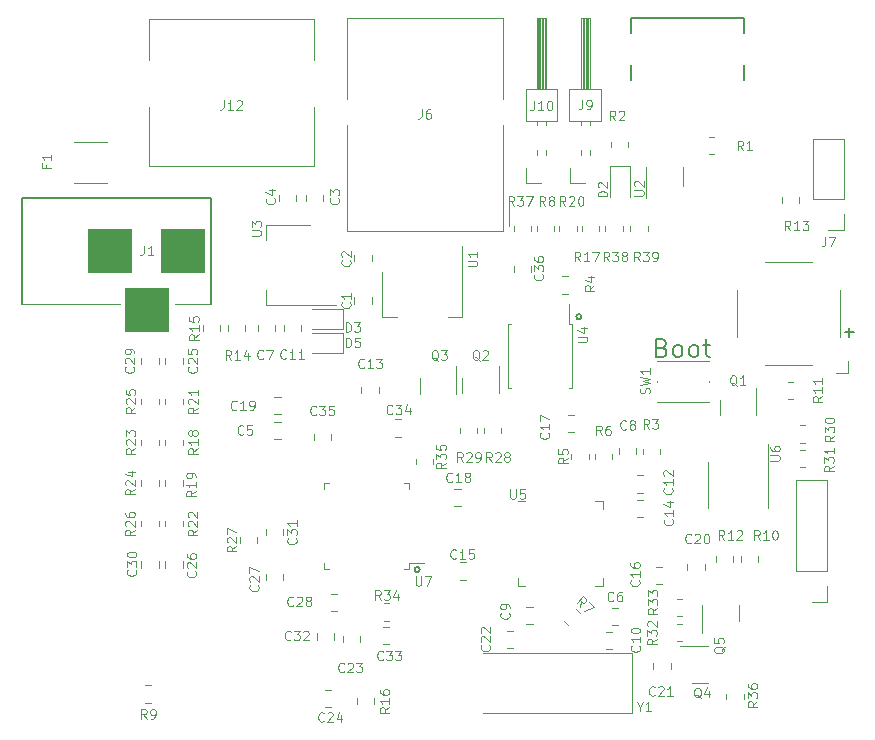
<source format=gbr>
%TF.GenerationSoftware,KiCad,Pcbnew,7.0.7-7.0.7~ubuntu23.04.1*%
%TF.CreationDate,2023-08-19T22:51:39+00:00*%
%TF.ProjectId,AMFOC01,414d464f-4330-4312-9e6b-696361645f70,rev?*%
%TF.SameCoordinates,Original*%
%TF.FileFunction,Legend,Top*%
%TF.FilePolarity,Positive*%
%FSLAX46Y46*%
G04 Gerber Fmt 4.6, Leading zero omitted, Abs format (unit mm)*
G04 Created by KiCad (PCBNEW 7.0.7-7.0.7~ubuntu23.04.1) date 2023-08-19 22:51:39*
%MOMM*%
%LPD*%
G01*
G04 APERTURE LIST*
%ADD10C,0.150000*%
%ADD11C,0.200000*%
%ADD12C,0.100000*%
%ADD13C,0.120000*%
%ADD14C,0.127000*%
%ADD15R,3.810000X3.810000*%
G04 APERTURE END LIST*
D10*
X33823607Y-46860000D02*
G75*
G03*
X33823607Y-46860000I-223607J0D01*
G01*
X47523607Y-25460000D02*
G75*
G03*
X47523607Y-25460000I-223607J0D01*
G01*
D11*
X54341428Y-28077814D02*
X54555714Y-28149242D01*
X54555714Y-28149242D02*
X54627143Y-28220671D01*
X54627143Y-28220671D02*
X54698571Y-28363528D01*
X54698571Y-28363528D02*
X54698571Y-28577814D01*
X54698571Y-28577814D02*
X54627143Y-28720671D01*
X54627143Y-28720671D02*
X54555714Y-28792100D01*
X54555714Y-28792100D02*
X54412857Y-28863528D01*
X54412857Y-28863528D02*
X53841428Y-28863528D01*
X53841428Y-28863528D02*
X53841428Y-27363528D01*
X53841428Y-27363528D02*
X54341428Y-27363528D01*
X54341428Y-27363528D02*
X54484286Y-27434957D01*
X54484286Y-27434957D02*
X54555714Y-27506385D01*
X54555714Y-27506385D02*
X54627143Y-27649242D01*
X54627143Y-27649242D02*
X54627143Y-27792100D01*
X54627143Y-27792100D02*
X54555714Y-27934957D01*
X54555714Y-27934957D02*
X54484286Y-28006385D01*
X54484286Y-28006385D02*
X54341428Y-28077814D01*
X54341428Y-28077814D02*
X53841428Y-28077814D01*
X55555714Y-28863528D02*
X55412857Y-28792100D01*
X55412857Y-28792100D02*
X55341428Y-28720671D01*
X55341428Y-28720671D02*
X55270000Y-28577814D01*
X55270000Y-28577814D02*
X55270000Y-28149242D01*
X55270000Y-28149242D02*
X55341428Y-28006385D01*
X55341428Y-28006385D02*
X55412857Y-27934957D01*
X55412857Y-27934957D02*
X55555714Y-27863528D01*
X55555714Y-27863528D02*
X55770000Y-27863528D01*
X55770000Y-27863528D02*
X55912857Y-27934957D01*
X55912857Y-27934957D02*
X55984286Y-28006385D01*
X55984286Y-28006385D02*
X56055714Y-28149242D01*
X56055714Y-28149242D02*
X56055714Y-28577814D01*
X56055714Y-28577814D02*
X55984286Y-28720671D01*
X55984286Y-28720671D02*
X55912857Y-28792100D01*
X55912857Y-28792100D02*
X55770000Y-28863528D01*
X55770000Y-28863528D02*
X55555714Y-28863528D01*
X56912857Y-28863528D02*
X56770000Y-28792100D01*
X56770000Y-28792100D02*
X56698571Y-28720671D01*
X56698571Y-28720671D02*
X56627143Y-28577814D01*
X56627143Y-28577814D02*
X56627143Y-28149242D01*
X56627143Y-28149242D02*
X56698571Y-28006385D01*
X56698571Y-28006385D02*
X56770000Y-27934957D01*
X56770000Y-27934957D02*
X56912857Y-27863528D01*
X56912857Y-27863528D02*
X57127143Y-27863528D01*
X57127143Y-27863528D02*
X57270000Y-27934957D01*
X57270000Y-27934957D02*
X57341429Y-28006385D01*
X57341429Y-28006385D02*
X57412857Y-28149242D01*
X57412857Y-28149242D02*
X57412857Y-28577814D01*
X57412857Y-28577814D02*
X57341429Y-28720671D01*
X57341429Y-28720671D02*
X57270000Y-28792100D01*
X57270000Y-28792100D02*
X57127143Y-28863528D01*
X57127143Y-28863528D02*
X56912857Y-28863528D01*
X57841429Y-27863528D02*
X58412857Y-27863528D01*
X58055714Y-27363528D02*
X58055714Y-28649242D01*
X58055714Y-28649242D02*
X58127143Y-28792100D01*
X58127143Y-28792100D02*
X58270000Y-28863528D01*
X58270000Y-28863528D02*
X58412857Y-28863528D01*
D12*
X61186667Y-11344895D02*
X60920000Y-10963942D01*
X60729524Y-11344895D02*
X60729524Y-10544895D01*
X60729524Y-10544895D02*
X61034286Y-10544895D01*
X61034286Y-10544895D02*
X61110476Y-10582990D01*
X61110476Y-10582990D02*
X61148571Y-10621085D01*
X61148571Y-10621085D02*
X61186667Y-10697276D01*
X61186667Y-10697276D02*
X61186667Y-10811561D01*
X61186667Y-10811561D02*
X61148571Y-10887752D01*
X61148571Y-10887752D02*
X61110476Y-10925847D01*
X61110476Y-10925847D02*
X61034286Y-10963942D01*
X61034286Y-10963942D02*
X60729524Y-10963942D01*
X61948571Y-11344895D02*
X61491428Y-11344895D01*
X61720000Y-11344895D02*
X61720000Y-10544895D01*
X61720000Y-10544895D02*
X61643809Y-10659180D01*
X61643809Y-10659180D02*
X61567619Y-10735371D01*
X61567619Y-10735371D02*
X61491428Y-10773466D01*
X14869819Y-40192445D02*
X14488866Y-40459112D01*
X14869819Y-40649588D02*
X14069819Y-40649588D01*
X14069819Y-40649588D02*
X14069819Y-40344826D01*
X14069819Y-40344826D02*
X14107914Y-40268636D01*
X14107914Y-40268636D02*
X14146009Y-40230541D01*
X14146009Y-40230541D02*
X14222200Y-40192445D01*
X14222200Y-40192445D02*
X14336485Y-40192445D01*
X14336485Y-40192445D02*
X14412676Y-40230541D01*
X14412676Y-40230541D02*
X14450771Y-40268636D01*
X14450771Y-40268636D02*
X14488866Y-40344826D01*
X14488866Y-40344826D02*
X14488866Y-40649588D01*
X14869819Y-39430541D02*
X14869819Y-39887684D01*
X14869819Y-39659112D02*
X14069819Y-39659112D01*
X14069819Y-39659112D02*
X14184104Y-39735303D01*
X14184104Y-39735303D02*
X14260295Y-39811493D01*
X14260295Y-39811493D02*
X14298390Y-39887684D01*
X14869819Y-39049588D02*
X14869819Y-38897207D01*
X14869819Y-38897207D02*
X14831724Y-38821017D01*
X14831724Y-38821017D02*
X14793628Y-38782921D01*
X14793628Y-38782921D02*
X14679343Y-38706731D01*
X14679343Y-38706731D02*
X14526962Y-38668636D01*
X14526962Y-38668636D02*
X14222200Y-38668636D01*
X14222200Y-38668636D02*
X14146009Y-38706731D01*
X14146009Y-38706731D02*
X14107914Y-38744826D01*
X14107914Y-38744826D02*
X14069819Y-38821017D01*
X14069819Y-38821017D02*
X14069819Y-38973398D01*
X14069819Y-38973398D02*
X14107914Y-39049588D01*
X14107914Y-39049588D02*
X14146009Y-39087683D01*
X14146009Y-39087683D02*
X14222200Y-39125779D01*
X14222200Y-39125779D02*
X14412676Y-39125779D01*
X14412676Y-39125779D02*
X14488866Y-39087683D01*
X14488866Y-39087683D02*
X14526962Y-39049588D01*
X14526962Y-39049588D02*
X14565057Y-38973398D01*
X14565057Y-38973398D02*
X14565057Y-38821017D01*
X14565057Y-38821017D02*
X14526962Y-38744826D01*
X14526962Y-38744826D02*
X14488866Y-38706731D01*
X14488866Y-38706731D02*
X14412676Y-38668636D01*
X53882395Y-52714285D02*
X53501442Y-52980952D01*
X53882395Y-53171428D02*
X53082395Y-53171428D01*
X53082395Y-53171428D02*
X53082395Y-52866666D01*
X53082395Y-52866666D02*
X53120490Y-52790476D01*
X53120490Y-52790476D02*
X53158585Y-52752381D01*
X53158585Y-52752381D02*
X53234776Y-52714285D01*
X53234776Y-52714285D02*
X53349061Y-52714285D01*
X53349061Y-52714285D02*
X53425252Y-52752381D01*
X53425252Y-52752381D02*
X53463347Y-52790476D01*
X53463347Y-52790476D02*
X53501442Y-52866666D01*
X53501442Y-52866666D02*
X53501442Y-53171428D01*
X53082395Y-52447619D02*
X53082395Y-51952381D01*
X53082395Y-51952381D02*
X53387157Y-52219047D01*
X53387157Y-52219047D02*
X53387157Y-52104762D01*
X53387157Y-52104762D02*
X53425252Y-52028571D01*
X53425252Y-52028571D02*
X53463347Y-51990476D01*
X53463347Y-51990476D02*
X53539538Y-51952381D01*
X53539538Y-51952381D02*
X53730014Y-51952381D01*
X53730014Y-51952381D02*
X53806204Y-51990476D01*
X53806204Y-51990476D02*
X53844300Y-52028571D01*
X53844300Y-52028571D02*
X53882395Y-52104762D01*
X53882395Y-52104762D02*
X53882395Y-52333333D01*
X53882395Y-52333333D02*
X53844300Y-52409524D01*
X53844300Y-52409524D02*
X53806204Y-52447619D01*
X53158585Y-51647619D02*
X53120490Y-51609523D01*
X53120490Y-51609523D02*
X53082395Y-51533333D01*
X53082395Y-51533333D02*
X53082395Y-51342857D01*
X53082395Y-51342857D02*
X53120490Y-51266666D01*
X53120490Y-51266666D02*
X53158585Y-51228571D01*
X53158585Y-51228571D02*
X53234776Y-51190476D01*
X53234776Y-51190476D02*
X53310966Y-51190476D01*
X53310966Y-51190476D02*
X53425252Y-51228571D01*
X53425252Y-51228571D02*
X53882395Y-51685714D01*
X53882395Y-51685714D02*
X53882395Y-51190476D01*
X20556667Y-28978704D02*
X20518571Y-29016800D01*
X20518571Y-29016800D02*
X20404286Y-29054895D01*
X20404286Y-29054895D02*
X20328095Y-29054895D01*
X20328095Y-29054895D02*
X20213809Y-29016800D01*
X20213809Y-29016800D02*
X20137619Y-28940609D01*
X20137619Y-28940609D02*
X20099524Y-28864419D01*
X20099524Y-28864419D02*
X20061428Y-28712038D01*
X20061428Y-28712038D02*
X20061428Y-28597752D01*
X20061428Y-28597752D02*
X20099524Y-28445371D01*
X20099524Y-28445371D02*
X20137619Y-28369180D01*
X20137619Y-28369180D02*
X20213809Y-28292990D01*
X20213809Y-28292990D02*
X20328095Y-28254895D01*
X20328095Y-28254895D02*
X20404286Y-28254895D01*
X20404286Y-28254895D02*
X20518571Y-28292990D01*
X20518571Y-28292990D02*
X20556667Y-28331085D01*
X20823333Y-28254895D02*
X21356667Y-28254895D01*
X21356667Y-28254895D02*
X21013809Y-29054895D01*
X47580440Y-7084895D02*
X47580440Y-7656323D01*
X47580440Y-7656323D02*
X47542345Y-7770609D01*
X47542345Y-7770609D02*
X47466154Y-7846800D01*
X47466154Y-7846800D02*
X47351869Y-7884895D01*
X47351869Y-7884895D02*
X47275678Y-7884895D01*
X47999488Y-7884895D02*
X48151869Y-7884895D01*
X48151869Y-7884895D02*
X48228059Y-7846800D01*
X48228059Y-7846800D02*
X48266155Y-7808704D01*
X48266155Y-7808704D02*
X48342345Y-7694419D01*
X48342345Y-7694419D02*
X48380440Y-7542038D01*
X48380440Y-7542038D02*
X48380440Y-7237276D01*
X48380440Y-7237276D02*
X48342345Y-7161085D01*
X48342345Y-7161085D02*
X48304250Y-7122990D01*
X48304250Y-7122990D02*
X48228059Y-7084895D01*
X48228059Y-7084895D02*
X48075678Y-7084895D01*
X48075678Y-7084895D02*
X47999488Y-7122990D01*
X47999488Y-7122990D02*
X47961393Y-7161085D01*
X47961393Y-7161085D02*
X47923297Y-7237276D01*
X47923297Y-7237276D02*
X47923297Y-7427752D01*
X47923297Y-7427752D02*
X47961393Y-7503942D01*
X47961393Y-7503942D02*
X47999488Y-7542038D01*
X47999488Y-7542038D02*
X48075678Y-7580133D01*
X48075678Y-7580133D02*
X48228059Y-7580133D01*
X48228059Y-7580133D02*
X48304250Y-7542038D01*
X48304250Y-7542038D02*
X48342345Y-7503942D01*
X48342345Y-7503942D02*
X48380440Y-7427752D01*
X27908704Y-24213332D02*
X27946800Y-24251428D01*
X27946800Y-24251428D02*
X27984895Y-24365713D01*
X27984895Y-24365713D02*
X27984895Y-24441904D01*
X27984895Y-24441904D02*
X27946800Y-24556190D01*
X27946800Y-24556190D02*
X27870609Y-24632380D01*
X27870609Y-24632380D02*
X27794419Y-24670475D01*
X27794419Y-24670475D02*
X27642038Y-24708571D01*
X27642038Y-24708571D02*
X27527752Y-24708571D01*
X27527752Y-24708571D02*
X27375371Y-24670475D01*
X27375371Y-24670475D02*
X27299180Y-24632380D01*
X27299180Y-24632380D02*
X27222990Y-24556190D01*
X27222990Y-24556190D02*
X27184895Y-24441904D01*
X27184895Y-24441904D02*
X27184895Y-24365713D01*
X27184895Y-24365713D02*
X27222990Y-24251428D01*
X27222990Y-24251428D02*
X27261085Y-24213332D01*
X27984895Y-23451428D02*
X27984895Y-23908571D01*
X27984895Y-23679999D02*
X27184895Y-23679999D01*
X27184895Y-23679999D02*
X27299180Y-23756190D01*
X27299180Y-23756190D02*
X27375371Y-23832380D01*
X27375371Y-23832380D02*
X27413466Y-23908571D01*
X68874895Y-38084285D02*
X68493942Y-38350952D01*
X68874895Y-38541428D02*
X68074895Y-38541428D01*
X68074895Y-38541428D02*
X68074895Y-38236666D01*
X68074895Y-38236666D02*
X68112990Y-38160476D01*
X68112990Y-38160476D02*
X68151085Y-38122381D01*
X68151085Y-38122381D02*
X68227276Y-38084285D01*
X68227276Y-38084285D02*
X68341561Y-38084285D01*
X68341561Y-38084285D02*
X68417752Y-38122381D01*
X68417752Y-38122381D02*
X68455847Y-38160476D01*
X68455847Y-38160476D02*
X68493942Y-38236666D01*
X68493942Y-38236666D02*
X68493942Y-38541428D01*
X68074895Y-37817619D02*
X68074895Y-37322381D01*
X68074895Y-37322381D02*
X68379657Y-37589047D01*
X68379657Y-37589047D02*
X68379657Y-37474762D01*
X68379657Y-37474762D02*
X68417752Y-37398571D01*
X68417752Y-37398571D02*
X68455847Y-37360476D01*
X68455847Y-37360476D02*
X68532038Y-37322381D01*
X68532038Y-37322381D02*
X68722514Y-37322381D01*
X68722514Y-37322381D02*
X68798704Y-37360476D01*
X68798704Y-37360476D02*
X68836800Y-37398571D01*
X68836800Y-37398571D02*
X68874895Y-37474762D01*
X68874895Y-37474762D02*
X68874895Y-37703333D01*
X68874895Y-37703333D02*
X68836800Y-37779524D01*
X68836800Y-37779524D02*
X68798704Y-37817619D01*
X68874895Y-36560476D02*
X68874895Y-37017619D01*
X68874895Y-36789047D02*
X68074895Y-36789047D01*
X68074895Y-36789047D02*
X68189180Y-36865238D01*
X68189180Y-36865238D02*
X68265371Y-36941428D01*
X68265371Y-36941428D02*
X68303466Y-37017619D01*
X25705714Y-59668704D02*
X25667618Y-59706800D01*
X25667618Y-59706800D02*
X25553333Y-59744895D01*
X25553333Y-59744895D02*
X25477142Y-59744895D01*
X25477142Y-59744895D02*
X25362856Y-59706800D01*
X25362856Y-59706800D02*
X25286666Y-59630609D01*
X25286666Y-59630609D02*
X25248571Y-59554419D01*
X25248571Y-59554419D02*
X25210475Y-59402038D01*
X25210475Y-59402038D02*
X25210475Y-59287752D01*
X25210475Y-59287752D02*
X25248571Y-59135371D01*
X25248571Y-59135371D02*
X25286666Y-59059180D01*
X25286666Y-59059180D02*
X25362856Y-58982990D01*
X25362856Y-58982990D02*
X25477142Y-58944895D01*
X25477142Y-58944895D02*
X25553333Y-58944895D01*
X25553333Y-58944895D02*
X25667618Y-58982990D01*
X25667618Y-58982990D02*
X25705714Y-59021085D01*
X26010475Y-59021085D02*
X26048571Y-58982990D01*
X26048571Y-58982990D02*
X26124761Y-58944895D01*
X26124761Y-58944895D02*
X26315237Y-58944895D01*
X26315237Y-58944895D02*
X26391428Y-58982990D01*
X26391428Y-58982990D02*
X26429523Y-59021085D01*
X26429523Y-59021085D02*
X26467618Y-59097276D01*
X26467618Y-59097276D02*
X26467618Y-59173466D01*
X26467618Y-59173466D02*
X26429523Y-59287752D01*
X26429523Y-59287752D02*
X25972380Y-59744895D01*
X25972380Y-59744895D02*
X26467618Y-59744895D01*
X27153333Y-59211561D02*
X27153333Y-59744895D01*
X26962857Y-58906800D02*
X26772380Y-59478228D01*
X26772380Y-59478228D02*
X27267619Y-59478228D01*
X59605714Y-44344895D02*
X59339047Y-43963942D01*
X59148571Y-44344895D02*
X59148571Y-43544895D01*
X59148571Y-43544895D02*
X59453333Y-43544895D01*
X59453333Y-43544895D02*
X59529523Y-43582990D01*
X59529523Y-43582990D02*
X59567618Y-43621085D01*
X59567618Y-43621085D02*
X59605714Y-43697276D01*
X59605714Y-43697276D02*
X59605714Y-43811561D01*
X59605714Y-43811561D02*
X59567618Y-43887752D01*
X59567618Y-43887752D02*
X59529523Y-43925847D01*
X59529523Y-43925847D02*
X59453333Y-43963942D01*
X59453333Y-43963942D02*
X59148571Y-43963942D01*
X60367618Y-44344895D02*
X59910475Y-44344895D01*
X60139047Y-44344895D02*
X60139047Y-43544895D01*
X60139047Y-43544895D02*
X60062856Y-43659180D01*
X60062856Y-43659180D02*
X59986666Y-43735371D01*
X59986666Y-43735371D02*
X59910475Y-43773466D01*
X60672380Y-43621085D02*
X60710476Y-43582990D01*
X60710476Y-43582990D02*
X60786666Y-43544895D01*
X60786666Y-43544895D02*
X60977142Y-43544895D01*
X60977142Y-43544895D02*
X61053333Y-43582990D01*
X61053333Y-43582990D02*
X61091428Y-43621085D01*
X61091428Y-43621085D02*
X61129523Y-43697276D01*
X61129523Y-43697276D02*
X61129523Y-43773466D01*
X61129523Y-43773466D02*
X61091428Y-43887752D01*
X61091428Y-43887752D02*
X60634285Y-44344895D01*
X60634285Y-44344895D02*
X61129523Y-44344895D01*
X44708704Y-35294285D02*
X44746800Y-35332381D01*
X44746800Y-35332381D02*
X44784895Y-35446666D01*
X44784895Y-35446666D02*
X44784895Y-35522857D01*
X44784895Y-35522857D02*
X44746800Y-35637143D01*
X44746800Y-35637143D02*
X44670609Y-35713333D01*
X44670609Y-35713333D02*
X44594419Y-35751428D01*
X44594419Y-35751428D02*
X44442038Y-35789524D01*
X44442038Y-35789524D02*
X44327752Y-35789524D01*
X44327752Y-35789524D02*
X44175371Y-35751428D01*
X44175371Y-35751428D02*
X44099180Y-35713333D01*
X44099180Y-35713333D02*
X44022990Y-35637143D01*
X44022990Y-35637143D02*
X43984895Y-35522857D01*
X43984895Y-35522857D02*
X43984895Y-35446666D01*
X43984895Y-35446666D02*
X44022990Y-35332381D01*
X44022990Y-35332381D02*
X44061085Y-35294285D01*
X44784895Y-34532381D02*
X44784895Y-34989524D01*
X44784895Y-34760952D02*
X43984895Y-34760952D01*
X43984895Y-34760952D02*
X44099180Y-34837143D01*
X44099180Y-34837143D02*
X44175371Y-34913333D01*
X44175371Y-34913333D02*
X44213466Y-34989524D01*
X43984895Y-34265714D02*
X43984895Y-33732380D01*
X43984895Y-33732380D02*
X44784895Y-34075238D01*
X53246667Y-34914895D02*
X52980000Y-34533942D01*
X52789524Y-34914895D02*
X52789524Y-34114895D01*
X52789524Y-34114895D02*
X53094286Y-34114895D01*
X53094286Y-34114895D02*
X53170476Y-34152990D01*
X53170476Y-34152990D02*
X53208571Y-34191085D01*
X53208571Y-34191085D02*
X53246667Y-34267276D01*
X53246667Y-34267276D02*
X53246667Y-34381561D01*
X53246667Y-34381561D02*
X53208571Y-34457752D01*
X53208571Y-34457752D02*
X53170476Y-34495847D01*
X53170476Y-34495847D02*
X53094286Y-34533942D01*
X53094286Y-34533942D02*
X52789524Y-34533942D01*
X53513333Y-34114895D02*
X54008571Y-34114895D01*
X54008571Y-34114895D02*
X53741905Y-34419657D01*
X53741905Y-34419657D02*
X53856190Y-34419657D01*
X53856190Y-34419657D02*
X53932381Y-34457752D01*
X53932381Y-34457752D02*
X53970476Y-34495847D01*
X53970476Y-34495847D02*
X54008571Y-34572038D01*
X54008571Y-34572038D02*
X54008571Y-34762514D01*
X54008571Y-34762514D02*
X53970476Y-34838704D01*
X53970476Y-34838704D02*
X53932381Y-34876800D01*
X53932381Y-34876800D02*
X53856190Y-34914895D01*
X53856190Y-34914895D02*
X53627619Y-34914895D01*
X53627619Y-34914895D02*
X53551428Y-34876800D01*
X53551428Y-34876800D02*
X53513333Y-34838704D01*
X49855714Y-20744895D02*
X49589047Y-20363942D01*
X49398571Y-20744895D02*
X49398571Y-19944895D01*
X49398571Y-19944895D02*
X49703333Y-19944895D01*
X49703333Y-19944895D02*
X49779523Y-19982990D01*
X49779523Y-19982990D02*
X49817618Y-20021085D01*
X49817618Y-20021085D02*
X49855714Y-20097276D01*
X49855714Y-20097276D02*
X49855714Y-20211561D01*
X49855714Y-20211561D02*
X49817618Y-20287752D01*
X49817618Y-20287752D02*
X49779523Y-20325847D01*
X49779523Y-20325847D02*
X49703333Y-20363942D01*
X49703333Y-20363942D02*
X49398571Y-20363942D01*
X50122380Y-19944895D02*
X50617618Y-19944895D01*
X50617618Y-19944895D02*
X50350952Y-20249657D01*
X50350952Y-20249657D02*
X50465237Y-20249657D01*
X50465237Y-20249657D02*
X50541428Y-20287752D01*
X50541428Y-20287752D02*
X50579523Y-20325847D01*
X50579523Y-20325847D02*
X50617618Y-20402038D01*
X50617618Y-20402038D02*
X50617618Y-20592514D01*
X50617618Y-20592514D02*
X50579523Y-20668704D01*
X50579523Y-20668704D02*
X50541428Y-20706800D01*
X50541428Y-20706800D02*
X50465237Y-20744895D01*
X50465237Y-20744895D02*
X50236666Y-20744895D01*
X50236666Y-20744895D02*
X50160475Y-20706800D01*
X50160475Y-20706800D02*
X50122380Y-20668704D01*
X51074761Y-20287752D02*
X50998571Y-20249657D01*
X50998571Y-20249657D02*
X50960476Y-20211561D01*
X50960476Y-20211561D02*
X50922380Y-20135371D01*
X50922380Y-20135371D02*
X50922380Y-20097276D01*
X50922380Y-20097276D02*
X50960476Y-20021085D01*
X50960476Y-20021085D02*
X50998571Y-19982990D01*
X50998571Y-19982990D02*
X51074761Y-19944895D01*
X51074761Y-19944895D02*
X51227142Y-19944895D01*
X51227142Y-19944895D02*
X51303333Y-19982990D01*
X51303333Y-19982990D02*
X51341428Y-20021085D01*
X51341428Y-20021085D02*
X51379523Y-20097276D01*
X51379523Y-20097276D02*
X51379523Y-20135371D01*
X51379523Y-20135371D02*
X51341428Y-20211561D01*
X51341428Y-20211561D02*
X51303333Y-20249657D01*
X51303333Y-20249657D02*
X51227142Y-20287752D01*
X51227142Y-20287752D02*
X51074761Y-20287752D01*
X51074761Y-20287752D02*
X50998571Y-20325847D01*
X50998571Y-20325847D02*
X50960476Y-20363942D01*
X50960476Y-20363942D02*
X50922380Y-20440133D01*
X50922380Y-20440133D02*
X50922380Y-20592514D01*
X50922380Y-20592514D02*
X50960476Y-20668704D01*
X50960476Y-20668704D02*
X50998571Y-20706800D01*
X50998571Y-20706800D02*
X51074761Y-20744895D01*
X51074761Y-20744895D02*
X51227142Y-20744895D01*
X51227142Y-20744895D02*
X51303333Y-20706800D01*
X51303333Y-20706800D02*
X51341428Y-20668704D01*
X51341428Y-20668704D02*
X51379523Y-20592514D01*
X51379523Y-20592514D02*
X51379523Y-20440133D01*
X51379523Y-20440133D02*
X51341428Y-20363942D01*
X51341428Y-20363942D02*
X51303333Y-20325847D01*
X51303333Y-20325847D02*
X51227142Y-20287752D01*
X30510714Y-49424895D02*
X30244047Y-49043942D01*
X30053571Y-49424895D02*
X30053571Y-48624895D01*
X30053571Y-48624895D02*
X30358333Y-48624895D01*
X30358333Y-48624895D02*
X30434523Y-48662990D01*
X30434523Y-48662990D02*
X30472618Y-48701085D01*
X30472618Y-48701085D02*
X30510714Y-48777276D01*
X30510714Y-48777276D02*
X30510714Y-48891561D01*
X30510714Y-48891561D02*
X30472618Y-48967752D01*
X30472618Y-48967752D02*
X30434523Y-49005847D01*
X30434523Y-49005847D02*
X30358333Y-49043942D01*
X30358333Y-49043942D02*
X30053571Y-49043942D01*
X30777380Y-48624895D02*
X31272618Y-48624895D01*
X31272618Y-48624895D02*
X31005952Y-48929657D01*
X31005952Y-48929657D02*
X31120237Y-48929657D01*
X31120237Y-48929657D02*
X31196428Y-48967752D01*
X31196428Y-48967752D02*
X31234523Y-49005847D01*
X31234523Y-49005847D02*
X31272618Y-49082038D01*
X31272618Y-49082038D02*
X31272618Y-49272514D01*
X31272618Y-49272514D02*
X31234523Y-49348704D01*
X31234523Y-49348704D02*
X31196428Y-49386800D01*
X31196428Y-49386800D02*
X31120237Y-49424895D01*
X31120237Y-49424895D02*
X30891666Y-49424895D01*
X30891666Y-49424895D02*
X30815475Y-49386800D01*
X30815475Y-49386800D02*
X30777380Y-49348704D01*
X31958333Y-48891561D02*
X31958333Y-49424895D01*
X31767857Y-48586800D02*
X31577380Y-49158228D01*
X31577380Y-49158228D02*
X32072619Y-49158228D01*
X31234895Y-58506785D02*
X30853942Y-58773452D01*
X31234895Y-58963928D02*
X30434895Y-58963928D01*
X30434895Y-58963928D02*
X30434895Y-58659166D01*
X30434895Y-58659166D02*
X30472990Y-58582976D01*
X30472990Y-58582976D02*
X30511085Y-58544881D01*
X30511085Y-58544881D02*
X30587276Y-58506785D01*
X30587276Y-58506785D02*
X30701561Y-58506785D01*
X30701561Y-58506785D02*
X30777752Y-58544881D01*
X30777752Y-58544881D02*
X30815847Y-58582976D01*
X30815847Y-58582976D02*
X30853942Y-58659166D01*
X30853942Y-58659166D02*
X30853942Y-58963928D01*
X31234895Y-57744881D02*
X31234895Y-58202024D01*
X31234895Y-57973452D02*
X30434895Y-57973452D01*
X30434895Y-57973452D02*
X30549180Y-58049643D01*
X30549180Y-58049643D02*
X30625371Y-58125833D01*
X30625371Y-58125833D02*
X30663466Y-58202024D01*
X30434895Y-57059166D02*
X30434895Y-57211547D01*
X30434895Y-57211547D02*
X30472990Y-57287738D01*
X30472990Y-57287738D02*
X30511085Y-57325833D01*
X30511085Y-57325833D02*
X30625371Y-57402023D01*
X30625371Y-57402023D02*
X30777752Y-57440119D01*
X30777752Y-57440119D02*
X31082514Y-57440119D01*
X31082514Y-57440119D02*
X31158704Y-57402023D01*
X31158704Y-57402023D02*
X31196800Y-57363928D01*
X31196800Y-57363928D02*
X31234895Y-57287738D01*
X31234895Y-57287738D02*
X31234895Y-57135357D01*
X31234895Y-57135357D02*
X31196800Y-57059166D01*
X31196800Y-57059166D02*
X31158704Y-57021071D01*
X31158704Y-57021071D02*
X31082514Y-56982976D01*
X31082514Y-56982976D02*
X30892038Y-56982976D01*
X30892038Y-56982976D02*
X30815847Y-57021071D01*
X30815847Y-57021071D02*
X30777752Y-57059166D01*
X30777752Y-57059166D02*
X30739657Y-57135357D01*
X30739657Y-57135357D02*
X30739657Y-57287738D01*
X30739657Y-57287738D02*
X30777752Y-57363928D01*
X30777752Y-57363928D02*
X30815847Y-57402023D01*
X30815847Y-57402023D02*
X30892038Y-57440119D01*
X23105714Y-49868704D02*
X23067618Y-49906800D01*
X23067618Y-49906800D02*
X22953333Y-49944895D01*
X22953333Y-49944895D02*
X22877142Y-49944895D01*
X22877142Y-49944895D02*
X22762856Y-49906800D01*
X22762856Y-49906800D02*
X22686666Y-49830609D01*
X22686666Y-49830609D02*
X22648571Y-49754419D01*
X22648571Y-49754419D02*
X22610475Y-49602038D01*
X22610475Y-49602038D02*
X22610475Y-49487752D01*
X22610475Y-49487752D02*
X22648571Y-49335371D01*
X22648571Y-49335371D02*
X22686666Y-49259180D01*
X22686666Y-49259180D02*
X22762856Y-49182990D01*
X22762856Y-49182990D02*
X22877142Y-49144895D01*
X22877142Y-49144895D02*
X22953333Y-49144895D01*
X22953333Y-49144895D02*
X23067618Y-49182990D01*
X23067618Y-49182990D02*
X23105714Y-49221085D01*
X23410475Y-49221085D02*
X23448571Y-49182990D01*
X23448571Y-49182990D02*
X23524761Y-49144895D01*
X23524761Y-49144895D02*
X23715237Y-49144895D01*
X23715237Y-49144895D02*
X23791428Y-49182990D01*
X23791428Y-49182990D02*
X23829523Y-49221085D01*
X23829523Y-49221085D02*
X23867618Y-49297276D01*
X23867618Y-49297276D02*
X23867618Y-49373466D01*
X23867618Y-49373466D02*
X23829523Y-49487752D01*
X23829523Y-49487752D02*
X23372380Y-49944895D01*
X23372380Y-49944895D02*
X23867618Y-49944895D01*
X24324761Y-49487752D02*
X24248571Y-49449657D01*
X24248571Y-49449657D02*
X24210476Y-49411561D01*
X24210476Y-49411561D02*
X24172380Y-49335371D01*
X24172380Y-49335371D02*
X24172380Y-49297276D01*
X24172380Y-49297276D02*
X24210476Y-49221085D01*
X24210476Y-49221085D02*
X24248571Y-49182990D01*
X24248571Y-49182990D02*
X24324761Y-49144895D01*
X24324761Y-49144895D02*
X24477142Y-49144895D01*
X24477142Y-49144895D02*
X24553333Y-49182990D01*
X24553333Y-49182990D02*
X24591428Y-49221085D01*
X24591428Y-49221085D02*
X24629523Y-49297276D01*
X24629523Y-49297276D02*
X24629523Y-49335371D01*
X24629523Y-49335371D02*
X24591428Y-49411561D01*
X24591428Y-49411561D02*
X24553333Y-49449657D01*
X24553333Y-49449657D02*
X24477142Y-49487752D01*
X24477142Y-49487752D02*
X24324761Y-49487752D01*
X24324761Y-49487752D02*
X24248571Y-49525847D01*
X24248571Y-49525847D02*
X24210476Y-49563942D01*
X24210476Y-49563942D02*
X24172380Y-49640133D01*
X24172380Y-49640133D02*
X24172380Y-49792514D01*
X24172380Y-49792514D02*
X24210476Y-49868704D01*
X24210476Y-49868704D02*
X24248571Y-49906800D01*
X24248571Y-49906800D02*
X24324761Y-49944895D01*
X24324761Y-49944895D02*
X24477142Y-49944895D01*
X24477142Y-49944895D02*
X24553333Y-49906800D01*
X24553333Y-49906800D02*
X24591428Y-49868704D01*
X24591428Y-49868704D02*
X24629523Y-49792514D01*
X24629523Y-49792514D02*
X24629523Y-49640133D01*
X24629523Y-49640133D02*
X24591428Y-49563942D01*
X24591428Y-49563942D02*
X24553333Y-49525847D01*
X24553333Y-49525847D02*
X24477142Y-49487752D01*
X29105714Y-29718704D02*
X29067618Y-29756800D01*
X29067618Y-29756800D02*
X28953333Y-29794895D01*
X28953333Y-29794895D02*
X28877142Y-29794895D01*
X28877142Y-29794895D02*
X28762856Y-29756800D01*
X28762856Y-29756800D02*
X28686666Y-29680609D01*
X28686666Y-29680609D02*
X28648571Y-29604419D01*
X28648571Y-29604419D02*
X28610475Y-29452038D01*
X28610475Y-29452038D02*
X28610475Y-29337752D01*
X28610475Y-29337752D02*
X28648571Y-29185371D01*
X28648571Y-29185371D02*
X28686666Y-29109180D01*
X28686666Y-29109180D02*
X28762856Y-29032990D01*
X28762856Y-29032990D02*
X28877142Y-28994895D01*
X28877142Y-28994895D02*
X28953333Y-28994895D01*
X28953333Y-28994895D02*
X29067618Y-29032990D01*
X29067618Y-29032990D02*
X29105714Y-29071085D01*
X29867618Y-29794895D02*
X29410475Y-29794895D01*
X29639047Y-29794895D02*
X29639047Y-28994895D01*
X29639047Y-28994895D02*
X29562856Y-29109180D01*
X29562856Y-29109180D02*
X29486666Y-29185371D01*
X29486666Y-29185371D02*
X29410475Y-29223466D01*
X30134285Y-28994895D02*
X30629523Y-28994895D01*
X30629523Y-28994895D02*
X30362857Y-29299657D01*
X30362857Y-29299657D02*
X30477142Y-29299657D01*
X30477142Y-29299657D02*
X30553333Y-29337752D01*
X30553333Y-29337752D02*
X30591428Y-29375847D01*
X30591428Y-29375847D02*
X30629523Y-29452038D01*
X30629523Y-29452038D02*
X30629523Y-29642514D01*
X30629523Y-29642514D02*
X30591428Y-29718704D01*
X30591428Y-29718704D02*
X30553333Y-29756800D01*
X30553333Y-29756800D02*
X30477142Y-29794895D01*
X30477142Y-29794895D02*
X30248571Y-29794895D01*
X30248571Y-29794895D02*
X30172380Y-29756800D01*
X30172380Y-29756800D02*
X30134285Y-29718704D01*
X52455714Y-20744895D02*
X52189047Y-20363942D01*
X51998571Y-20744895D02*
X51998571Y-19944895D01*
X51998571Y-19944895D02*
X52303333Y-19944895D01*
X52303333Y-19944895D02*
X52379523Y-19982990D01*
X52379523Y-19982990D02*
X52417618Y-20021085D01*
X52417618Y-20021085D02*
X52455714Y-20097276D01*
X52455714Y-20097276D02*
X52455714Y-20211561D01*
X52455714Y-20211561D02*
X52417618Y-20287752D01*
X52417618Y-20287752D02*
X52379523Y-20325847D01*
X52379523Y-20325847D02*
X52303333Y-20363942D01*
X52303333Y-20363942D02*
X51998571Y-20363942D01*
X52722380Y-19944895D02*
X53217618Y-19944895D01*
X53217618Y-19944895D02*
X52950952Y-20249657D01*
X52950952Y-20249657D02*
X53065237Y-20249657D01*
X53065237Y-20249657D02*
X53141428Y-20287752D01*
X53141428Y-20287752D02*
X53179523Y-20325847D01*
X53179523Y-20325847D02*
X53217618Y-20402038D01*
X53217618Y-20402038D02*
X53217618Y-20592514D01*
X53217618Y-20592514D02*
X53179523Y-20668704D01*
X53179523Y-20668704D02*
X53141428Y-20706800D01*
X53141428Y-20706800D02*
X53065237Y-20744895D01*
X53065237Y-20744895D02*
X52836666Y-20744895D01*
X52836666Y-20744895D02*
X52760475Y-20706800D01*
X52760475Y-20706800D02*
X52722380Y-20668704D01*
X53598571Y-20744895D02*
X53750952Y-20744895D01*
X53750952Y-20744895D02*
X53827142Y-20706800D01*
X53827142Y-20706800D02*
X53865238Y-20668704D01*
X53865238Y-20668704D02*
X53941428Y-20554419D01*
X53941428Y-20554419D02*
X53979523Y-20402038D01*
X53979523Y-20402038D02*
X53979523Y-20097276D01*
X53979523Y-20097276D02*
X53941428Y-20021085D01*
X53941428Y-20021085D02*
X53903333Y-19982990D01*
X53903333Y-19982990D02*
X53827142Y-19944895D01*
X53827142Y-19944895D02*
X53674761Y-19944895D01*
X53674761Y-19944895D02*
X53598571Y-19982990D01*
X53598571Y-19982990D02*
X53560476Y-20021085D01*
X53560476Y-20021085D02*
X53522380Y-20097276D01*
X53522380Y-20097276D02*
X53522380Y-20287752D01*
X53522380Y-20287752D02*
X53560476Y-20363942D01*
X53560476Y-20363942D02*
X53598571Y-20402038D01*
X53598571Y-20402038D02*
X53674761Y-20440133D01*
X53674761Y-20440133D02*
X53827142Y-20440133D01*
X53827142Y-20440133D02*
X53903333Y-20402038D01*
X53903333Y-20402038D02*
X53941428Y-20363942D01*
X53941428Y-20363942D02*
X53979523Y-20287752D01*
X37455714Y-37744895D02*
X37189047Y-37363942D01*
X36998571Y-37744895D02*
X36998571Y-36944895D01*
X36998571Y-36944895D02*
X37303333Y-36944895D01*
X37303333Y-36944895D02*
X37379523Y-36982990D01*
X37379523Y-36982990D02*
X37417618Y-37021085D01*
X37417618Y-37021085D02*
X37455714Y-37097276D01*
X37455714Y-37097276D02*
X37455714Y-37211561D01*
X37455714Y-37211561D02*
X37417618Y-37287752D01*
X37417618Y-37287752D02*
X37379523Y-37325847D01*
X37379523Y-37325847D02*
X37303333Y-37363942D01*
X37303333Y-37363942D02*
X36998571Y-37363942D01*
X37760475Y-37021085D02*
X37798571Y-36982990D01*
X37798571Y-36982990D02*
X37874761Y-36944895D01*
X37874761Y-36944895D02*
X38065237Y-36944895D01*
X38065237Y-36944895D02*
X38141428Y-36982990D01*
X38141428Y-36982990D02*
X38179523Y-37021085D01*
X38179523Y-37021085D02*
X38217618Y-37097276D01*
X38217618Y-37097276D02*
X38217618Y-37173466D01*
X38217618Y-37173466D02*
X38179523Y-37287752D01*
X38179523Y-37287752D02*
X37722380Y-37744895D01*
X37722380Y-37744895D02*
X38217618Y-37744895D01*
X38598571Y-37744895D02*
X38750952Y-37744895D01*
X38750952Y-37744895D02*
X38827142Y-37706800D01*
X38827142Y-37706800D02*
X38865238Y-37668704D01*
X38865238Y-37668704D02*
X38941428Y-37554419D01*
X38941428Y-37554419D02*
X38979523Y-37402038D01*
X38979523Y-37402038D02*
X38979523Y-37097276D01*
X38979523Y-37097276D02*
X38941428Y-37021085D01*
X38941428Y-37021085D02*
X38903333Y-36982990D01*
X38903333Y-36982990D02*
X38827142Y-36944895D01*
X38827142Y-36944895D02*
X38674761Y-36944895D01*
X38674761Y-36944895D02*
X38598571Y-36982990D01*
X38598571Y-36982990D02*
X38560476Y-37021085D01*
X38560476Y-37021085D02*
X38522380Y-37097276D01*
X38522380Y-37097276D02*
X38522380Y-37287752D01*
X38522380Y-37287752D02*
X38560476Y-37363942D01*
X38560476Y-37363942D02*
X38598571Y-37402038D01*
X38598571Y-37402038D02*
X38674761Y-37440133D01*
X38674761Y-37440133D02*
X38827142Y-37440133D01*
X38827142Y-37440133D02*
X38903333Y-37402038D01*
X38903333Y-37402038D02*
X38941428Y-37363942D01*
X38941428Y-37363942D02*
X38979523Y-37287752D01*
X10686667Y-59474895D02*
X10420000Y-59093942D01*
X10229524Y-59474895D02*
X10229524Y-58674895D01*
X10229524Y-58674895D02*
X10534286Y-58674895D01*
X10534286Y-58674895D02*
X10610476Y-58712990D01*
X10610476Y-58712990D02*
X10648571Y-58751085D01*
X10648571Y-58751085D02*
X10686667Y-58827276D01*
X10686667Y-58827276D02*
X10686667Y-58941561D01*
X10686667Y-58941561D02*
X10648571Y-59017752D01*
X10648571Y-59017752D02*
X10610476Y-59055847D01*
X10610476Y-59055847D02*
X10534286Y-59093942D01*
X10534286Y-59093942D02*
X10229524Y-59093942D01*
X11067619Y-59474895D02*
X11220000Y-59474895D01*
X11220000Y-59474895D02*
X11296190Y-59436800D01*
X11296190Y-59436800D02*
X11334286Y-59398704D01*
X11334286Y-59398704D02*
X11410476Y-59284419D01*
X11410476Y-59284419D02*
X11448571Y-59132038D01*
X11448571Y-59132038D02*
X11448571Y-58827276D01*
X11448571Y-58827276D02*
X11410476Y-58751085D01*
X11410476Y-58751085D02*
X11372381Y-58712990D01*
X11372381Y-58712990D02*
X11296190Y-58674895D01*
X11296190Y-58674895D02*
X11143809Y-58674895D01*
X11143809Y-58674895D02*
X11067619Y-58712990D01*
X11067619Y-58712990D02*
X11029524Y-58751085D01*
X11029524Y-58751085D02*
X10991428Y-58827276D01*
X10991428Y-58827276D02*
X10991428Y-59017752D01*
X10991428Y-59017752D02*
X11029524Y-59093942D01*
X11029524Y-59093942D02*
X11067619Y-59132038D01*
X11067619Y-59132038D02*
X11143809Y-59170133D01*
X11143809Y-59170133D02*
X11296190Y-59170133D01*
X11296190Y-59170133D02*
X11372381Y-59132038D01*
X11372381Y-59132038D02*
X11410476Y-59093942D01*
X11410476Y-59093942D02*
X11448571Y-59017752D01*
X15034895Y-36606785D02*
X14653942Y-36873452D01*
X15034895Y-37063928D02*
X14234895Y-37063928D01*
X14234895Y-37063928D02*
X14234895Y-36759166D01*
X14234895Y-36759166D02*
X14272990Y-36682976D01*
X14272990Y-36682976D02*
X14311085Y-36644881D01*
X14311085Y-36644881D02*
X14387276Y-36606785D01*
X14387276Y-36606785D02*
X14501561Y-36606785D01*
X14501561Y-36606785D02*
X14577752Y-36644881D01*
X14577752Y-36644881D02*
X14615847Y-36682976D01*
X14615847Y-36682976D02*
X14653942Y-36759166D01*
X14653942Y-36759166D02*
X14653942Y-37063928D01*
X15034895Y-35844881D02*
X15034895Y-36302024D01*
X15034895Y-36073452D02*
X14234895Y-36073452D01*
X14234895Y-36073452D02*
X14349180Y-36149643D01*
X14349180Y-36149643D02*
X14425371Y-36225833D01*
X14425371Y-36225833D02*
X14463466Y-36302024D01*
X14577752Y-35387738D02*
X14539657Y-35463928D01*
X14539657Y-35463928D02*
X14501561Y-35502023D01*
X14501561Y-35502023D02*
X14425371Y-35540119D01*
X14425371Y-35540119D02*
X14387276Y-35540119D01*
X14387276Y-35540119D02*
X14311085Y-35502023D01*
X14311085Y-35502023D02*
X14272990Y-35463928D01*
X14272990Y-35463928D02*
X14234895Y-35387738D01*
X14234895Y-35387738D02*
X14234895Y-35235357D01*
X14234895Y-35235357D02*
X14272990Y-35159166D01*
X14272990Y-35159166D02*
X14311085Y-35121071D01*
X14311085Y-35121071D02*
X14387276Y-35082976D01*
X14387276Y-35082976D02*
X14425371Y-35082976D01*
X14425371Y-35082976D02*
X14501561Y-35121071D01*
X14501561Y-35121071D02*
X14539657Y-35159166D01*
X14539657Y-35159166D02*
X14577752Y-35235357D01*
X14577752Y-35235357D02*
X14577752Y-35387738D01*
X14577752Y-35387738D02*
X14615847Y-35463928D01*
X14615847Y-35463928D02*
X14653942Y-35502023D01*
X14653942Y-35502023D02*
X14730133Y-35540119D01*
X14730133Y-35540119D02*
X14882514Y-35540119D01*
X14882514Y-35540119D02*
X14958704Y-35502023D01*
X14958704Y-35502023D02*
X14996800Y-35463928D01*
X14996800Y-35463928D02*
X15034895Y-35387738D01*
X15034895Y-35387738D02*
X15034895Y-35235357D01*
X15034895Y-35235357D02*
X14996800Y-35159166D01*
X14996800Y-35159166D02*
X14958704Y-35121071D01*
X14958704Y-35121071D02*
X14882514Y-35082976D01*
X14882514Y-35082976D02*
X14730133Y-35082976D01*
X14730133Y-35082976D02*
X14653942Y-35121071D01*
X14653942Y-35121071D02*
X14615847Y-35159166D01*
X14615847Y-35159166D02*
X14577752Y-35235357D01*
X48614895Y-22803332D02*
X48233942Y-23069999D01*
X48614895Y-23260475D02*
X47814895Y-23260475D01*
X47814895Y-23260475D02*
X47814895Y-22955713D01*
X47814895Y-22955713D02*
X47852990Y-22879523D01*
X47852990Y-22879523D02*
X47891085Y-22841428D01*
X47891085Y-22841428D02*
X47967276Y-22803332D01*
X47967276Y-22803332D02*
X48081561Y-22803332D01*
X48081561Y-22803332D02*
X48157752Y-22841428D01*
X48157752Y-22841428D02*
X48195847Y-22879523D01*
X48195847Y-22879523D02*
X48233942Y-22955713D01*
X48233942Y-22955713D02*
X48233942Y-23260475D01*
X48081561Y-22117618D02*
X48614895Y-22117618D01*
X47776800Y-22308094D02*
X48348228Y-22498571D01*
X48348228Y-22498571D02*
X48348228Y-22003332D01*
X50216667Y-49458704D02*
X50178571Y-49496800D01*
X50178571Y-49496800D02*
X50064286Y-49534895D01*
X50064286Y-49534895D02*
X49988095Y-49534895D01*
X49988095Y-49534895D02*
X49873809Y-49496800D01*
X49873809Y-49496800D02*
X49797619Y-49420609D01*
X49797619Y-49420609D02*
X49759524Y-49344419D01*
X49759524Y-49344419D02*
X49721428Y-49192038D01*
X49721428Y-49192038D02*
X49721428Y-49077752D01*
X49721428Y-49077752D02*
X49759524Y-48925371D01*
X49759524Y-48925371D02*
X49797619Y-48849180D01*
X49797619Y-48849180D02*
X49873809Y-48772990D01*
X49873809Y-48772990D02*
X49988095Y-48734895D01*
X49988095Y-48734895D02*
X50064286Y-48734895D01*
X50064286Y-48734895D02*
X50178571Y-48772990D01*
X50178571Y-48772990D02*
X50216667Y-48811085D01*
X50902381Y-48734895D02*
X50750000Y-48734895D01*
X50750000Y-48734895D02*
X50673809Y-48772990D01*
X50673809Y-48772990D02*
X50635714Y-48811085D01*
X50635714Y-48811085D02*
X50559524Y-48925371D01*
X50559524Y-48925371D02*
X50521428Y-49077752D01*
X50521428Y-49077752D02*
X50521428Y-49382514D01*
X50521428Y-49382514D02*
X50559524Y-49458704D01*
X50559524Y-49458704D02*
X50597619Y-49496800D01*
X50597619Y-49496800D02*
X50673809Y-49534895D01*
X50673809Y-49534895D02*
X50826190Y-49534895D01*
X50826190Y-49534895D02*
X50902381Y-49496800D01*
X50902381Y-49496800D02*
X50940476Y-49458704D01*
X50940476Y-49458704D02*
X50978571Y-49382514D01*
X50978571Y-49382514D02*
X50978571Y-49192038D01*
X50978571Y-49192038D02*
X50940476Y-49115847D01*
X50940476Y-49115847D02*
X50902381Y-49077752D01*
X50902381Y-49077752D02*
X50826190Y-49039657D01*
X50826190Y-49039657D02*
X50673809Y-49039657D01*
X50673809Y-49039657D02*
X50597619Y-49077752D01*
X50597619Y-49077752D02*
X50559524Y-49115847D01*
X50559524Y-49115847D02*
X50521428Y-49192038D01*
X27539524Y-26734895D02*
X27539524Y-25934895D01*
X27539524Y-25934895D02*
X27730000Y-25934895D01*
X27730000Y-25934895D02*
X27844286Y-25972990D01*
X27844286Y-25972990D02*
X27920476Y-26049180D01*
X27920476Y-26049180D02*
X27958571Y-26125371D01*
X27958571Y-26125371D02*
X27996667Y-26277752D01*
X27996667Y-26277752D02*
X27996667Y-26392038D01*
X27996667Y-26392038D02*
X27958571Y-26544419D01*
X27958571Y-26544419D02*
X27920476Y-26620609D01*
X27920476Y-26620609D02*
X27844286Y-26696800D01*
X27844286Y-26696800D02*
X27730000Y-26734895D01*
X27730000Y-26734895D02*
X27539524Y-26734895D01*
X28263333Y-25934895D02*
X28758571Y-25934895D01*
X28758571Y-25934895D02*
X28491905Y-26239657D01*
X28491905Y-26239657D02*
X28606190Y-26239657D01*
X28606190Y-26239657D02*
X28682381Y-26277752D01*
X28682381Y-26277752D02*
X28720476Y-26315847D01*
X28720476Y-26315847D02*
X28758571Y-26392038D01*
X28758571Y-26392038D02*
X28758571Y-26582514D01*
X28758571Y-26582514D02*
X28720476Y-26658704D01*
X28720476Y-26658704D02*
X28682381Y-26696800D01*
X28682381Y-26696800D02*
X28606190Y-26734895D01*
X28606190Y-26734895D02*
X28377619Y-26734895D01*
X28377619Y-26734895D02*
X28301428Y-26696800D01*
X28301428Y-26696800D02*
X28263333Y-26658704D01*
X9758704Y-46894285D02*
X9796800Y-46932381D01*
X9796800Y-46932381D02*
X9834895Y-47046666D01*
X9834895Y-47046666D02*
X9834895Y-47122857D01*
X9834895Y-47122857D02*
X9796800Y-47237143D01*
X9796800Y-47237143D02*
X9720609Y-47313333D01*
X9720609Y-47313333D02*
X9644419Y-47351428D01*
X9644419Y-47351428D02*
X9492038Y-47389524D01*
X9492038Y-47389524D02*
X9377752Y-47389524D01*
X9377752Y-47389524D02*
X9225371Y-47351428D01*
X9225371Y-47351428D02*
X9149180Y-47313333D01*
X9149180Y-47313333D02*
X9072990Y-47237143D01*
X9072990Y-47237143D02*
X9034895Y-47122857D01*
X9034895Y-47122857D02*
X9034895Y-47046666D01*
X9034895Y-47046666D02*
X9072990Y-46932381D01*
X9072990Y-46932381D02*
X9111085Y-46894285D01*
X9034895Y-46627619D02*
X9034895Y-46132381D01*
X9034895Y-46132381D02*
X9339657Y-46399047D01*
X9339657Y-46399047D02*
X9339657Y-46284762D01*
X9339657Y-46284762D02*
X9377752Y-46208571D01*
X9377752Y-46208571D02*
X9415847Y-46170476D01*
X9415847Y-46170476D02*
X9492038Y-46132381D01*
X9492038Y-46132381D02*
X9682514Y-46132381D01*
X9682514Y-46132381D02*
X9758704Y-46170476D01*
X9758704Y-46170476D02*
X9796800Y-46208571D01*
X9796800Y-46208571D02*
X9834895Y-46284762D01*
X9834895Y-46284762D02*
X9834895Y-46513333D01*
X9834895Y-46513333D02*
X9796800Y-46589524D01*
X9796800Y-46589524D02*
X9758704Y-46627619D01*
X9034895Y-45637142D02*
X9034895Y-45560952D01*
X9034895Y-45560952D02*
X9072990Y-45484761D01*
X9072990Y-45484761D02*
X9111085Y-45446666D01*
X9111085Y-45446666D02*
X9187276Y-45408571D01*
X9187276Y-45408571D02*
X9339657Y-45370476D01*
X9339657Y-45370476D02*
X9530133Y-45370476D01*
X9530133Y-45370476D02*
X9682514Y-45408571D01*
X9682514Y-45408571D02*
X9758704Y-45446666D01*
X9758704Y-45446666D02*
X9796800Y-45484761D01*
X9796800Y-45484761D02*
X9834895Y-45560952D01*
X9834895Y-45560952D02*
X9834895Y-45637142D01*
X9834895Y-45637142D02*
X9796800Y-45713333D01*
X9796800Y-45713333D02*
X9758704Y-45751428D01*
X9758704Y-45751428D02*
X9682514Y-45789523D01*
X9682514Y-45789523D02*
X9530133Y-45827619D01*
X9530133Y-45827619D02*
X9339657Y-45827619D01*
X9339657Y-45827619D02*
X9187276Y-45789523D01*
X9187276Y-45789523D02*
X9111085Y-45751428D01*
X9111085Y-45751428D02*
X9072990Y-45713333D01*
X9072990Y-45713333D02*
X9034895Y-45637142D01*
X47405714Y-20744895D02*
X47139047Y-20363942D01*
X46948571Y-20744895D02*
X46948571Y-19944895D01*
X46948571Y-19944895D02*
X47253333Y-19944895D01*
X47253333Y-19944895D02*
X47329523Y-19982990D01*
X47329523Y-19982990D02*
X47367618Y-20021085D01*
X47367618Y-20021085D02*
X47405714Y-20097276D01*
X47405714Y-20097276D02*
X47405714Y-20211561D01*
X47405714Y-20211561D02*
X47367618Y-20287752D01*
X47367618Y-20287752D02*
X47329523Y-20325847D01*
X47329523Y-20325847D02*
X47253333Y-20363942D01*
X47253333Y-20363942D02*
X46948571Y-20363942D01*
X48167618Y-20744895D02*
X47710475Y-20744895D01*
X47939047Y-20744895D02*
X47939047Y-19944895D01*
X47939047Y-19944895D02*
X47862856Y-20059180D01*
X47862856Y-20059180D02*
X47786666Y-20135371D01*
X47786666Y-20135371D02*
X47710475Y-20173466D01*
X48434285Y-19944895D02*
X48967619Y-19944895D01*
X48967619Y-19944895D02*
X48624761Y-20744895D01*
X14984895Y-43481785D02*
X14603942Y-43748452D01*
X14984895Y-43938928D02*
X14184895Y-43938928D01*
X14184895Y-43938928D02*
X14184895Y-43634166D01*
X14184895Y-43634166D02*
X14222990Y-43557976D01*
X14222990Y-43557976D02*
X14261085Y-43519881D01*
X14261085Y-43519881D02*
X14337276Y-43481785D01*
X14337276Y-43481785D02*
X14451561Y-43481785D01*
X14451561Y-43481785D02*
X14527752Y-43519881D01*
X14527752Y-43519881D02*
X14565847Y-43557976D01*
X14565847Y-43557976D02*
X14603942Y-43634166D01*
X14603942Y-43634166D02*
X14603942Y-43938928D01*
X14261085Y-43177024D02*
X14222990Y-43138928D01*
X14222990Y-43138928D02*
X14184895Y-43062738D01*
X14184895Y-43062738D02*
X14184895Y-42872262D01*
X14184895Y-42872262D02*
X14222990Y-42796071D01*
X14222990Y-42796071D02*
X14261085Y-42757976D01*
X14261085Y-42757976D02*
X14337276Y-42719881D01*
X14337276Y-42719881D02*
X14413466Y-42719881D01*
X14413466Y-42719881D02*
X14527752Y-42757976D01*
X14527752Y-42757976D02*
X14984895Y-43215119D01*
X14984895Y-43215119D02*
X14984895Y-42719881D01*
X14261085Y-42415119D02*
X14222990Y-42377023D01*
X14222990Y-42377023D02*
X14184895Y-42300833D01*
X14184895Y-42300833D02*
X14184895Y-42110357D01*
X14184895Y-42110357D02*
X14222990Y-42034166D01*
X14222990Y-42034166D02*
X14261085Y-41996071D01*
X14261085Y-41996071D02*
X14337276Y-41957976D01*
X14337276Y-41957976D02*
X14413466Y-41957976D01*
X14413466Y-41957976D02*
X14527752Y-41996071D01*
X14527752Y-41996071D02*
X14984895Y-42453214D01*
X14984895Y-42453214D02*
X14984895Y-41957976D01*
X27405714Y-55468704D02*
X27367618Y-55506800D01*
X27367618Y-55506800D02*
X27253333Y-55544895D01*
X27253333Y-55544895D02*
X27177142Y-55544895D01*
X27177142Y-55544895D02*
X27062856Y-55506800D01*
X27062856Y-55506800D02*
X26986666Y-55430609D01*
X26986666Y-55430609D02*
X26948571Y-55354419D01*
X26948571Y-55354419D02*
X26910475Y-55202038D01*
X26910475Y-55202038D02*
X26910475Y-55087752D01*
X26910475Y-55087752D02*
X26948571Y-54935371D01*
X26948571Y-54935371D02*
X26986666Y-54859180D01*
X26986666Y-54859180D02*
X27062856Y-54782990D01*
X27062856Y-54782990D02*
X27177142Y-54744895D01*
X27177142Y-54744895D02*
X27253333Y-54744895D01*
X27253333Y-54744895D02*
X27367618Y-54782990D01*
X27367618Y-54782990D02*
X27405714Y-54821085D01*
X27710475Y-54821085D02*
X27748571Y-54782990D01*
X27748571Y-54782990D02*
X27824761Y-54744895D01*
X27824761Y-54744895D02*
X28015237Y-54744895D01*
X28015237Y-54744895D02*
X28091428Y-54782990D01*
X28091428Y-54782990D02*
X28129523Y-54821085D01*
X28129523Y-54821085D02*
X28167618Y-54897276D01*
X28167618Y-54897276D02*
X28167618Y-54973466D01*
X28167618Y-54973466D02*
X28129523Y-55087752D01*
X28129523Y-55087752D02*
X27672380Y-55544895D01*
X27672380Y-55544895D02*
X28167618Y-55544895D01*
X28434285Y-54744895D02*
X28929523Y-54744895D01*
X28929523Y-54744895D02*
X28662857Y-55049657D01*
X28662857Y-55049657D02*
X28777142Y-55049657D01*
X28777142Y-55049657D02*
X28853333Y-55087752D01*
X28853333Y-55087752D02*
X28891428Y-55125847D01*
X28891428Y-55125847D02*
X28929523Y-55202038D01*
X28929523Y-55202038D02*
X28929523Y-55392514D01*
X28929523Y-55392514D02*
X28891428Y-55468704D01*
X28891428Y-55468704D02*
X28853333Y-55506800D01*
X28853333Y-55506800D02*
X28777142Y-55544895D01*
X28777142Y-55544895D02*
X28548571Y-55544895D01*
X28548571Y-55544895D02*
X28472380Y-55506800D01*
X28472380Y-55506800D02*
X28434285Y-55468704D01*
X17845714Y-29084895D02*
X17579047Y-28703942D01*
X17388571Y-29084895D02*
X17388571Y-28284895D01*
X17388571Y-28284895D02*
X17693333Y-28284895D01*
X17693333Y-28284895D02*
X17769523Y-28322990D01*
X17769523Y-28322990D02*
X17807618Y-28361085D01*
X17807618Y-28361085D02*
X17845714Y-28437276D01*
X17845714Y-28437276D02*
X17845714Y-28551561D01*
X17845714Y-28551561D02*
X17807618Y-28627752D01*
X17807618Y-28627752D02*
X17769523Y-28665847D01*
X17769523Y-28665847D02*
X17693333Y-28703942D01*
X17693333Y-28703942D02*
X17388571Y-28703942D01*
X18607618Y-29084895D02*
X18150475Y-29084895D01*
X18379047Y-29084895D02*
X18379047Y-28284895D01*
X18379047Y-28284895D02*
X18302856Y-28399180D01*
X18302856Y-28399180D02*
X18226666Y-28475371D01*
X18226666Y-28475371D02*
X18150475Y-28513466D01*
X19293333Y-28551561D02*
X19293333Y-29084895D01*
X19102857Y-28246800D02*
X18912380Y-28818228D01*
X18912380Y-28818228D02*
X19407619Y-28818228D01*
X14908704Y-29694285D02*
X14946800Y-29732381D01*
X14946800Y-29732381D02*
X14984895Y-29846666D01*
X14984895Y-29846666D02*
X14984895Y-29922857D01*
X14984895Y-29922857D02*
X14946800Y-30037143D01*
X14946800Y-30037143D02*
X14870609Y-30113333D01*
X14870609Y-30113333D02*
X14794419Y-30151428D01*
X14794419Y-30151428D02*
X14642038Y-30189524D01*
X14642038Y-30189524D02*
X14527752Y-30189524D01*
X14527752Y-30189524D02*
X14375371Y-30151428D01*
X14375371Y-30151428D02*
X14299180Y-30113333D01*
X14299180Y-30113333D02*
X14222990Y-30037143D01*
X14222990Y-30037143D02*
X14184895Y-29922857D01*
X14184895Y-29922857D02*
X14184895Y-29846666D01*
X14184895Y-29846666D02*
X14222990Y-29732381D01*
X14222990Y-29732381D02*
X14261085Y-29694285D01*
X14261085Y-29389524D02*
X14222990Y-29351428D01*
X14222990Y-29351428D02*
X14184895Y-29275238D01*
X14184895Y-29275238D02*
X14184895Y-29084762D01*
X14184895Y-29084762D02*
X14222990Y-29008571D01*
X14222990Y-29008571D02*
X14261085Y-28970476D01*
X14261085Y-28970476D02*
X14337276Y-28932381D01*
X14337276Y-28932381D02*
X14413466Y-28932381D01*
X14413466Y-28932381D02*
X14527752Y-28970476D01*
X14527752Y-28970476D02*
X14984895Y-29427619D01*
X14984895Y-29427619D02*
X14984895Y-28932381D01*
X14184895Y-28208571D02*
X14184895Y-28589523D01*
X14184895Y-28589523D02*
X14565847Y-28627619D01*
X14565847Y-28627619D02*
X14527752Y-28589523D01*
X14527752Y-28589523D02*
X14489657Y-28513333D01*
X14489657Y-28513333D02*
X14489657Y-28322857D01*
X14489657Y-28322857D02*
X14527752Y-28246666D01*
X14527752Y-28246666D02*
X14565847Y-28208571D01*
X14565847Y-28208571D02*
X14642038Y-28170476D01*
X14642038Y-28170476D02*
X14832514Y-28170476D01*
X14832514Y-28170476D02*
X14908704Y-28208571D01*
X14908704Y-28208571D02*
X14946800Y-28246666D01*
X14946800Y-28246666D02*
X14984895Y-28322857D01*
X14984895Y-28322857D02*
X14984895Y-28513333D01*
X14984895Y-28513333D02*
X14946800Y-28589523D01*
X14946800Y-28589523D02*
X14908704Y-28627619D01*
X27549524Y-28034895D02*
X27549524Y-27234895D01*
X27549524Y-27234895D02*
X27740000Y-27234895D01*
X27740000Y-27234895D02*
X27854286Y-27272990D01*
X27854286Y-27272990D02*
X27930476Y-27349180D01*
X27930476Y-27349180D02*
X27968571Y-27425371D01*
X27968571Y-27425371D02*
X28006667Y-27577752D01*
X28006667Y-27577752D02*
X28006667Y-27692038D01*
X28006667Y-27692038D02*
X27968571Y-27844419D01*
X27968571Y-27844419D02*
X27930476Y-27920609D01*
X27930476Y-27920609D02*
X27854286Y-27996800D01*
X27854286Y-27996800D02*
X27740000Y-28034895D01*
X27740000Y-28034895D02*
X27549524Y-28034895D01*
X28730476Y-27234895D02*
X28349524Y-27234895D01*
X28349524Y-27234895D02*
X28311428Y-27615847D01*
X28311428Y-27615847D02*
X28349524Y-27577752D01*
X28349524Y-27577752D02*
X28425714Y-27539657D01*
X28425714Y-27539657D02*
X28616190Y-27539657D01*
X28616190Y-27539657D02*
X28692381Y-27577752D01*
X28692381Y-27577752D02*
X28730476Y-27615847D01*
X28730476Y-27615847D02*
X28768571Y-27692038D01*
X28768571Y-27692038D02*
X28768571Y-27882514D01*
X28768571Y-27882514D02*
X28730476Y-27958704D01*
X28730476Y-27958704D02*
X28692381Y-27996800D01*
X28692381Y-27996800D02*
X28616190Y-28034895D01*
X28616190Y-28034895D02*
X28425714Y-28034895D01*
X28425714Y-28034895D02*
X28349524Y-27996800D01*
X28349524Y-27996800D02*
X28311428Y-27958704D01*
X59641085Y-53376190D02*
X59602990Y-53452380D01*
X59602990Y-53452380D02*
X59526800Y-53528571D01*
X59526800Y-53528571D02*
X59412514Y-53642857D01*
X59412514Y-53642857D02*
X59374419Y-53719047D01*
X59374419Y-53719047D02*
X59374419Y-53795238D01*
X59564895Y-53757142D02*
X59526800Y-53833333D01*
X59526800Y-53833333D02*
X59450609Y-53909523D01*
X59450609Y-53909523D02*
X59298228Y-53947619D01*
X59298228Y-53947619D02*
X59031561Y-53947619D01*
X59031561Y-53947619D02*
X58879180Y-53909523D01*
X58879180Y-53909523D02*
X58802990Y-53833333D01*
X58802990Y-53833333D02*
X58764895Y-53757142D01*
X58764895Y-53757142D02*
X58764895Y-53604761D01*
X58764895Y-53604761D02*
X58802990Y-53528571D01*
X58802990Y-53528571D02*
X58879180Y-53452380D01*
X58879180Y-53452380D02*
X59031561Y-53414285D01*
X59031561Y-53414285D02*
X59298228Y-53414285D01*
X59298228Y-53414285D02*
X59450609Y-53452380D01*
X59450609Y-53452380D02*
X59526800Y-53528571D01*
X59526800Y-53528571D02*
X59564895Y-53604761D01*
X59564895Y-53604761D02*
X59564895Y-53757142D01*
X58764895Y-52690476D02*
X58764895Y-53071428D01*
X58764895Y-53071428D02*
X59145847Y-53109524D01*
X59145847Y-53109524D02*
X59107752Y-53071428D01*
X59107752Y-53071428D02*
X59069657Y-52995238D01*
X59069657Y-52995238D02*
X59069657Y-52804762D01*
X59069657Y-52804762D02*
X59107752Y-52728571D01*
X59107752Y-52728571D02*
X59145847Y-52690476D01*
X59145847Y-52690476D02*
X59222038Y-52652381D01*
X59222038Y-52652381D02*
X59412514Y-52652381D01*
X59412514Y-52652381D02*
X59488704Y-52690476D01*
X59488704Y-52690476D02*
X59526800Y-52728571D01*
X59526800Y-52728571D02*
X59564895Y-52804762D01*
X59564895Y-52804762D02*
X59564895Y-52995238D01*
X59564895Y-52995238D02*
X59526800Y-53071428D01*
X59526800Y-53071428D02*
X59488704Y-53109524D01*
X36905714Y-45868704D02*
X36867618Y-45906800D01*
X36867618Y-45906800D02*
X36753333Y-45944895D01*
X36753333Y-45944895D02*
X36677142Y-45944895D01*
X36677142Y-45944895D02*
X36562856Y-45906800D01*
X36562856Y-45906800D02*
X36486666Y-45830609D01*
X36486666Y-45830609D02*
X36448571Y-45754419D01*
X36448571Y-45754419D02*
X36410475Y-45602038D01*
X36410475Y-45602038D02*
X36410475Y-45487752D01*
X36410475Y-45487752D02*
X36448571Y-45335371D01*
X36448571Y-45335371D02*
X36486666Y-45259180D01*
X36486666Y-45259180D02*
X36562856Y-45182990D01*
X36562856Y-45182990D02*
X36677142Y-45144895D01*
X36677142Y-45144895D02*
X36753333Y-45144895D01*
X36753333Y-45144895D02*
X36867618Y-45182990D01*
X36867618Y-45182990D02*
X36905714Y-45221085D01*
X37667618Y-45944895D02*
X37210475Y-45944895D01*
X37439047Y-45944895D02*
X37439047Y-45144895D01*
X37439047Y-45144895D02*
X37362856Y-45259180D01*
X37362856Y-45259180D02*
X37286666Y-45335371D01*
X37286666Y-45335371D02*
X37210475Y-45373466D01*
X38391428Y-45144895D02*
X38010476Y-45144895D01*
X38010476Y-45144895D02*
X37972380Y-45525847D01*
X37972380Y-45525847D02*
X38010476Y-45487752D01*
X38010476Y-45487752D02*
X38086666Y-45449657D01*
X38086666Y-45449657D02*
X38277142Y-45449657D01*
X38277142Y-45449657D02*
X38353333Y-45487752D01*
X38353333Y-45487752D02*
X38391428Y-45525847D01*
X38391428Y-45525847D02*
X38429523Y-45602038D01*
X38429523Y-45602038D02*
X38429523Y-45792514D01*
X38429523Y-45792514D02*
X38391428Y-45868704D01*
X38391428Y-45868704D02*
X38353333Y-45906800D01*
X38353333Y-45906800D02*
X38277142Y-45944895D01*
X38277142Y-45944895D02*
X38086666Y-45944895D01*
X38086666Y-45944895D02*
X38010476Y-45906800D01*
X38010476Y-45906800D02*
X37972380Y-45868704D01*
X53246800Y-31946667D02*
X53284895Y-31832381D01*
X53284895Y-31832381D02*
X53284895Y-31641905D01*
X53284895Y-31641905D02*
X53246800Y-31565714D01*
X53246800Y-31565714D02*
X53208704Y-31527619D01*
X53208704Y-31527619D02*
X53132514Y-31489524D01*
X53132514Y-31489524D02*
X53056323Y-31489524D01*
X53056323Y-31489524D02*
X52980133Y-31527619D01*
X52980133Y-31527619D02*
X52942038Y-31565714D01*
X52942038Y-31565714D02*
X52903942Y-31641905D01*
X52903942Y-31641905D02*
X52865847Y-31794286D01*
X52865847Y-31794286D02*
X52827752Y-31870476D01*
X52827752Y-31870476D02*
X52789657Y-31908571D01*
X52789657Y-31908571D02*
X52713466Y-31946667D01*
X52713466Y-31946667D02*
X52637276Y-31946667D01*
X52637276Y-31946667D02*
X52561085Y-31908571D01*
X52561085Y-31908571D02*
X52522990Y-31870476D01*
X52522990Y-31870476D02*
X52484895Y-31794286D01*
X52484895Y-31794286D02*
X52484895Y-31603809D01*
X52484895Y-31603809D02*
X52522990Y-31489524D01*
X52484895Y-31222857D02*
X53284895Y-31032381D01*
X53284895Y-31032381D02*
X52713466Y-30880000D01*
X52713466Y-30880000D02*
X53284895Y-30727619D01*
X53284895Y-30727619D02*
X52484895Y-30537143D01*
X53284895Y-29813333D02*
X53284895Y-30270476D01*
X53284895Y-30041904D02*
X52484895Y-30041904D01*
X52484895Y-30041904D02*
X52599180Y-30118095D01*
X52599180Y-30118095D02*
X52675371Y-30194285D01*
X52675371Y-30194285D02*
X52713466Y-30270476D01*
X46364895Y-37413332D02*
X45983942Y-37679999D01*
X46364895Y-37870475D02*
X45564895Y-37870475D01*
X45564895Y-37870475D02*
X45564895Y-37565713D01*
X45564895Y-37565713D02*
X45602990Y-37489523D01*
X45602990Y-37489523D02*
X45641085Y-37451428D01*
X45641085Y-37451428D02*
X45717276Y-37413332D01*
X45717276Y-37413332D02*
X45831561Y-37413332D01*
X45831561Y-37413332D02*
X45907752Y-37451428D01*
X45907752Y-37451428D02*
X45945847Y-37489523D01*
X45945847Y-37489523D02*
X45983942Y-37565713D01*
X45983942Y-37565713D02*
X45983942Y-37870475D01*
X45564895Y-36689523D02*
X45564895Y-37070475D01*
X45564895Y-37070475D02*
X45945847Y-37108571D01*
X45945847Y-37108571D02*
X45907752Y-37070475D01*
X45907752Y-37070475D02*
X45869657Y-36994285D01*
X45869657Y-36994285D02*
X45869657Y-36803809D01*
X45869657Y-36803809D02*
X45907752Y-36727618D01*
X45907752Y-36727618D02*
X45945847Y-36689523D01*
X45945847Y-36689523D02*
X46022038Y-36651428D01*
X46022038Y-36651428D02*
X46212514Y-36651428D01*
X46212514Y-36651428D02*
X46288704Y-36689523D01*
X46288704Y-36689523D02*
X46326800Y-36727618D01*
X46326800Y-36727618D02*
X46364895Y-36803809D01*
X46364895Y-36803809D02*
X46364895Y-36994285D01*
X46364895Y-36994285D02*
X46326800Y-37070475D01*
X46326800Y-37070475D02*
X46288704Y-37108571D01*
X22905714Y-52768704D02*
X22867618Y-52806800D01*
X22867618Y-52806800D02*
X22753333Y-52844895D01*
X22753333Y-52844895D02*
X22677142Y-52844895D01*
X22677142Y-52844895D02*
X22562856Y-52806800D01*
X22562856Y-52806800D02*
X22486666Y-52730609D01*
X22486666Y-52730609D02*
X22448571Y-52654419D01*
X22448571Y-52654419D02*
X22410475Y-52502038D01*
X22410475Y-52502038D02*
X22410475Y-52387752D01*
X22410475Y-52387752D02*
X22448571Y-52235371D01*
X22448571Y-52235371D02*
X22486666Y-52159180D01*
X22486666Y-52159180D02*
X22562856Y-52082990D01*
X22562856Y-52082990D02*
X22677142Y-52044895D01*
X22677142Y-52044895D02*
X22753333Y-52044895D01*
X22753333Y-52044895D02*
X22867618Y-52082990D01*
X22867618Y-52082990D02*
X22905714Y-52121085D01*
X23172380Y-52044895D02*
X23667618Y-52044895D01*
X23667618Y-52044895D02*
X23400952Y-52349657D01*
X23400952Y-52349657D02*
X23515237Y-52349657D01*
X23515237Y-52349657D02*
X23591428Y-52387752D01*
X23591428Y-52387752D02*
X23629523Y-52425847D01*
X23629523Y-52425847D02*
X23667618Y-52502038D01*
X23667618Y-52502038D02*
X23667618Y-52692514D01*
X23667618Y-52692514D02*
X23629523Y-52768704D01*
X23629523Y-52768704D02*
X23591428Y-52806800D01*
X23591428Y-52806800D02*
X23515237Y-52844895D01*
X23515237Y-52844895D02*
X23286666Y-52844895D01*
X23286666Y-52844895D02*
X23210475Y-52806800D01*
X23210475Y-52806800D02*
X23172380Y-52768704D01*
X23972380Y-52121085D02*
X24010476Y-52082990D01*
X24010476Y-52082990D02*
X24086666Y-52044895D01*
X24086666Y-52044895D02*
X24277142Y-52044895D01*
X24277142Y-52044895D02*
X24353333Y-52082990D01*
X24353333Y-52082990D02*
X24391428Y-52121085D01*
X24391428Y-52121085D02*
X24429523Y-52197276D01*
X24429523Y-52197276D02*
X24429523Y-52273466D01*
X24429523Y-52273466D02*
X24391428Y-52387752D01*
X24391428Y-52387752D02*
X23934285Y-52844895D01*
X23934285Y-52844895D02*
X24429523Y-52844895D01*
X47417699Y-50013739D02*
X47498511Y-49555803D01*
X47094450Y-49690490D02*
X47660136Y-49124805D01*
X47660136Y-49124805D02*
X47875635Y-49340304D01*
X47875635Y-49340304D02*
X47902572Y-49421116D01*
X47902572Y-49421116D02*
X47902572Y-49474991D01*
X47902572Y-49474991D02*
X47875635Y-49555803D01*
X47875635Y-49555803D02*
X47794823Y-49636615D01*
X47794823Y-49636615D02*
X47714010Y-49663553D01*
X47714010Y-49663553D02*
X47660136Y-49663553D01*
X47660136Y-49663553D02*
X47579323Y-49636615D01*
X47579323Y-49636615D02*
X47363824Y-49421116D01*
X48171946Y-49636615D02*
X48549070Y-50013739D01*
X48549070Y-50013739D02*
X47740948Y-50336988D01*
X53944895Y-50124285D02*
X53563942Y-50390952D01*
X53944895Y-50581428D02*
X53144895Y-50581428D01*
X53144895Y-50581428D02*
X53144895Y-50276666D01*
X53144895Y-50276666D02*
X53182990Y-50200476D01*
X53182990Y-50200476D02*
X53221085Y-50162381D01*
X53221085Y-50162381D02*
X53297276Y-50124285D01*
X53297276Y-50124285D02*
X53411561Y-50124285D01*
X53411561Y-50124285D02*
X53487752Y-50162381D01*
X53487752Y-50162381D02*
X53525847Y-50200476D01*
X53525847Y-50200476D02*
X53563942Y-50276666D01*
X53563942Y-50276666D02*
X53563942Y-50581428D01*
X53144895Y-49857619D02*
X53144895Y-49362381D01*
X53144895Y-49362381D02*
X53449657Y-49629047D01*
X53449657Y-49629047D02*
X53449657Y-49514762D01*
X53449657Y-49514762D02*
X53487752Y-49438571D01*
X53487752Y-49438571D02*
X53525847Y-49400476D01*
X53525847Y-49400476D02*
X53602038Y-49362381D01*
X53602038Y-49362381D02*
X53792514Y-49362381D01*
X53792514Y-49362381D02*
X53868704Y-49400476D01*
X53868704Y-49400476D02*
X53906800Y-49438571D01*
X53906800Y-49438571D02*
X53944895Y-49514762D01*
X53944895Y-49514762D02*
X53944895Y-49743333D01*
X53944895Y-49743333D02*
X53906800Y-49819524D01*
X53906800Y-49819524D02*
X53868704Y-49857619D01*
X53144895Y-49095714D02*
X53144895Y-48600476D01*
X53144895Y-48600476D02*
X53449657Y-48867142D01*
X53449657Y-48867142D02*
X53449657Y-48752857D01*
X53449657Y-48752857D02*
X53487752Y-48676666D01*
X53487752Y-48676666D02*
X53525847Y-48638571D01*
X53525847Y-48638571D02*
X53602038Y-48600476D01*
X53602038Y-48600476D02*
X53792514Y-48600476D01*
X53792514Y-48600476D02*
X53868704Y-48638571D01*
X53868704Y-48638571D02*
X53906800Y-48676666D01*
X53906800Y-48676666D02*
X53944895Y-48752857D01*
X53944895Y-48752857D02*
X53944895Y-48981428D01*
X53944895Y-48981428D02*
X53906800Y-49057619D01*
X53906800Y-49057619D02*
X53868704Y-49095714D01*
X67894895Y-32174285D02*
X67513942Y-32440952D01*
X67894895Y-32631428D02*
X67094895Y-32631428D01*
X67094895Y-32631428D02*
X67094895Y-32326666D01*
X67094895Y-32326666D02*
X67132990Y-32250476D01*
X67132990Y-32250476D02*
X67171085Y-32212381D01*
X67171085Y-32212381D02*
X67247276Y-32174285D01*
X67247276Y-32174285D02*
X67361561Y-32174285D01*
X67361561Y-32174285D02*
X67437752Y-32212381D01*
X67437752Y-32212381D02*
X67475847Y-32250476D01*
X67475847Y-32250476D02*
X67513942Y-32326666D01*
X67513942Y-32326666D02*
X67513942Y-32631428D01*
X67894895Y-31412381D02*
X67894895Y-31869524D01*
X67894895Y-31640952D02*
X67094895Y-31640952D01*
X67094895Y-31640952D02*
X67209180Y-31717143D01*
X67209180Y-31717143D02*
X67285371Y-31793333D01*
X67285371Y-31793333D02*
X67323466Y-31869524D01*
X67894895Y-30650476D02*
X67894895Y-31107619D01*
X67894895Y-30879047D02*
X67094895Y-30879047D01*
X67094895Y-30879047D02*
X67209180Y-30955238D01*
X67209180Y-30955238D02*
X67285371Y-31031428D01*
X67285371Y-31031428D02*
X67323466Y-31107619D01*
X49236667Y-35464895D02*
X48970000Y-35083942D01*
X48779524Y-35464895D02*
X48779524Y-34664895D01*
X48779524Y-34664895D02*
X49084286Y-34664895D01*
X49084286Y-34664895D02*
X49160476Y-34702990D01*
X49160476Y-34702990D02*
X49198571Y-34741085D01*
X49198571Y-34741085D02*
X49236667Y-34817276D01*
X49236667Y-34817276D02*
X49236667Y-34931561D01*
X49236667Y-34931561D02*
X49198571Y-35007752D01*
X49198571Y-35007752D02*
X49160476Y-35045847D01*
X49160476Y-35045847D02*
X49084286Y-35083942D01*
X49084286Y-35083942D02*
X48779524Y-35083942D01*
X49922381Y-34664895D02*
X49770000Y-34664895D01*
X49770000Y-34664895D02*
X49693809Y-34702990D01*
X49693809Y-34702990D02*
X49655714Y-34741085D01*
X49655714Y-34741085D02*
X49579524Y-34855371D01*
X49579524Y-34855371D02*
X49541428Y-35007752D01*
X49541428Y-35007752D02*
X49541428Y-35312514D01*
X49541428Y-35312514D02*
X49579524Y-35388704D01*
X49579524Y-35388704D02*
X49617619Y-35426800D01*
X49617619Y-35426800D02*
X49693809Y-35464895D01*
X49693809Y-35464895D02*
X49846190Y-35464895D01*
X49846190Y-35464895D02*
X49922381Y-35426800D01*
X49922381Y-35426800D02*
X49960476Y-35388704D01*
X49960476Y-35388704D02*
X49998571Y-35312514D01*
X49998571Y-35312514D02*
X49998571Y-35122038D01*
X49998571Y-35122038D02*
X49960476Y-35045847D01*
X49960476Y-35045847D02*
X49922381Y-35007752D01*
X49922381Y-35007752D02*
X49846190Y-34969657D01*
X49846190Y-34969657D02*
X49693809Y-34969657D01*
X49693809Y-34969657D02*
X49617619Y-35007752D01*
X49617619Y-35007752D02*
X49579524Y-35045847D01*
X49579524Y-35045847D02*
X49541428Y-35122038D01*
X56805714Y-44568704D02*
X56767618Y-44606800D01*
X56767618Y-44606800D02*
X56653333Y-44644895D01*
X56653333Y-44644895D02*
X56577142Y-44644895D01*
X56577142Y-44644895D02*
X56462856Y-44606800D01*
X56462856Y-44606800D02*
X56386666Y-44530609D01*
X56386666Y-44530609D02*
X56348571Y-44454419D01*
X56348571Y-44454419D02*
X56310475Y-44302038D01*
X56310475Y-44302038D02*
X56310475Y-44187752D01*
X56310475Y-44187752D02*
X56348571Y-44035371D01*
X56348571Y-44035371D02*
X56386666Y-43959180D01*
X56386666Y-43959180D02*
X56462856Y-43882990D01*
X56462856Y-43882990D02*
X56577142Y-43844895D01*
X56577142Y-43844895D02*
X56653333Y-43844895D01*
X56653333Y-43844895D02*
X56767618Y-43882990D01*
X56767618Y-43882990D02*
X56805714Y-43921085D01*
X57110475Y-43921085D02*
X57148571Y-43882990D01*
X57148571Y-43882990D02*
X57224761Y-43844895D01*
X57224761Y-43844895D02*
X57415237Y-43844895D01*
X57415237Y-43844895D02*
X57491428Y-43882990D01*
X57491428Y-43882990D02*
X57529523Y-43921085D01*
X57529523Y-43921085D02*
X57567618Y-43997276D01*
X57567618Y-43997276D02*
X57567618Y-44073466D01*
X57567618Y-44073466D02*
X57529523Y-44187752D01*
X57529523Y-44187752D02*
X57072380Y-44644895D01*
X57072380Y-44644895D02*
X57567618Y-44644895D01*
X58062857Y-43844895D02*
X58139047Y-43844895D01*
X58139047Y-43844895D02*
X58215238Y-43882990D01*
X58215238Y-43882990D02*
X58253333Y-43921085D01*
X58253333Y-43921085D02*
X58291428Y-43997276D01*
X58291428Y-43997276D02*
X58329523Y-44149657D01*
X58329523Y-44149657D02*
X58329523Y-44340133D01*
X58329523Y-44340133D02*
X58291428Y-44492514D01*
X58291428Y-44492514D02*
X58253333Y-44568704D01*
X58253333Y-44568704D02*
X58215238Y-44606800D01*
X58215238Y-44606800D02*
X58139047Y-44644895D01*
X58139047Y-44644895D02*
X58062857Y-44644895D01*
X58062857Y-44644895D02*
X57986666Y-44606800D01*
X57986666Y-44606800D02*
X57948571Y-44568704D01*
X57948571Y-44568704D02*
X57910476Y-44492514D01*
X57910476Y-44492514D02*
X57872380Y-44340133D01*
X57872380Y-44340133D02*
X57872380Y-44149657D01*
X57872380Y-44149657D02*
X57910476Y-43997276D01*
X57910476Y-43997276D02*
X57948571Y-43921085D01*
X57948571Y-43921085D02*
X57986666Y-43882990D01*
X57986666Y-43882990D02*
X58062857Y-43844895D01*
X52358704Y-47764285D02*
X52396800Y-47802381D01*
X52396800Y-47802381D02*
X52434895Y-47916666D01*
X52434895Y-47916666D02*
X52434895Y-47992857D01*
X52434895Y-47992857D02*
X52396800Y-48107143D01*
X52396800Y-48107143D02*
X52320609Y-48183333D01*
X52320609Y-48183333D02*
X52244419Y-48221428D01*
X52244419Y-48221428D02*
X52092038Y-48259524D01*
X52092038Y-48259524D02*
X51977752Y-48259524D01*
X51977752Y-48259524D02*
X51825371Y-48221428D01*
X51825371Y-48221428D02*
X51749180Y-48183333D01*
X51749180Y-48183333D02*
X51672990Y-48107143D01*
X51672990Y-48107143D02*
X51634895Y-47992857D01*
X51634895Y-47992857D02*
X51634895Y-47916666D01*
X51634895Y-47916666D02*
X51672990Y-47802381D01*
X51672990Y-47802381D02*
X51711085Y-47764285D01*
X52434895Y-47002381D02*
X52434895Y-47459524D01*
X52434895Y-47230952D02*
X51634895Y-47230952D01*
X51634895Y-47230952D02*
X51749180Y-47307143D01*
X51749180Y-47307143D02*
X51825371Y-47383333D01*
X51825371Y-47383333D02*
X51863466Y-47459524D01*
X51634895Y-46316666D02*
X51634895Y-46469047D01*
X51634895Y-46469047D02*
X51672990Y-46545238D01*
X51672990Y-46545238D02*
X51711085Y-46583333D01*
X51711085Y-46583333D02*
X51825371Y-46659523D01*
X51825371Y-46659523D02*
X51977752Y-46697619D01*
X51977752Y-46697619D02*
X52282514Y-46697619D01*
X52282514Y-46697619D02*
X52358704Y-46659523D01*
X52358704Y-46659523D02*
X52396800Y-46621428D01*
X52396800Y-46621428D02*
X52434895Y-46545238D01*
X52434895Y-46545238D02*
X52434895Y-46392857D01*
X52434895Y-46392857D02*
X52396800Y-46316666D01*
X52396800Y-46316666D02*
X52358704Y-46278571D01*
X52358704Y-46278571D02*
X52282514Y-46240476D01*
X52282514Y-46240476D02*
X52092038Y-46240476D01*
X52092038Y-46240476D02*
X52015847Y-46278571D01*
X52015847Y-46278571D02*
X51977752Y-46316666D01*
X51977752Y-46316666D02*
X51939657Y-46392857D01*
X51939657Y-46392857D02*
X51939657Y-46545238D01*
X51939657Y-46545238D02*
X51977752Y-46621428D01*
X51977752Y-46621428D02*
X52015847Y-46659523D01*
X52015847Y-46659523D02*
X52092038Y-46697619D01*
X53705714Y-57468704D02*
X53667618Y-57506800D01*
X53667618Y-57506800D02*
X53553333Y-57544895D01*
X53553333Y-57544895D02*
X53477142Y-57544895D01*
X53477142Y-57544895D02*
X53362856Y-57506800D01*
X53362856Y-57506800D02*
X53286666Y-57430609D01*
X53286666Y-57430609D02*
X53248571Y-57354419D01*
X53248571Y-57354419D02*
X53210475Y-57202038D01*
X53210475Y-57202038D02*
X53210475Y-57087752D01*
X53210475Y-57087752D02*
X53248571Y-56935371D01*
X53248571Y-56935371D02*
X53286666Y-56859180D01*
X53286666Y-56859180D02*
X53362856Y-56782990D01*
X53362856Y-56782990D02*
X53477142Y-56744895D01*
X53477142Y-56744895D02*
X53553333Y-56744895D01*
X53553333Y-56744895D02*
X53667618Y-56782990D01*
X53667618Y-56782990D02*
X53705714Y-56821085D01*
X54010475Y-56821085D02*
X54048571Y-56782990D01*
X54048571Y-56782990D02*
X54124761Y-56744895D01*
X54124761Y-56744895D02*
X54315237Y-56744895D01*
X54315237Y-56744895D02*
X54391428Y-56782990D01*
X54391428Y-56782990D02*
X54429523Y-56821085D01*
X54429523Y-56821085D02*
X54467618Y-56897276D01*
X54467618Y-56897276D02*
X54467618Y-56973466D01*
X54467618Y-56973466D02*
X54429523Y-57087752D01*
X54429523Y-57087752D02*
X53972380Y-57544895D01*
X53972380Y-57544895D02*
X54467618Y-57544895D01*
X55229523Y-57544895D02*
X54772380Y-57544895D01*
X55000952Y-57544895D02*
X55000952Y-56744895D01*
X55000952Y-56744895D02*
X54924761Y-56859180D01*
X54924761Y-56859180D02*
X54848571Y-56935371D01*
X54848571Y-56935371D02*
X54772380Y-56973466D01*
X57643809Y-57721085D02*
X57567619Y-57682990D01*
X57567619Y-57682990D02*
X57491428Y-57606800D01*
X57491428Y-57606800D02*
X57377142Y-57492514D01*
X57377142Y-57492514D02*
X57300952Y-57454419D01*
X57300952Y-57454419D02*
X57224761Y-57454419D01*
X57262857Y-57644895D02*
X57186666Y-57606800D01*
X57186666Y-57606800D02*
X57110476Y-57530609D01*
X57110476Y-57530609D02*
X57072380Y-57378228D01*
X57072380Y-57378228D02*
X57072380Y-57111561D01*
X57072380Y-57111561D02*
X57110476Y-56959180D01*
X57110476Y-56959180D02*
X57186666Y-56882990D01*
X57186666Y-56882990D02*
X57262857Y-56844895D01*
X57262857Y-56844895D02*
X57415238Y-56844895D01*
X57415238Y-56844895D02*
X57491428Y-56882990D01*
X57491428Y-56882990D02*
X57567619Y-56959180D01*
X57567619Y-56959180D02*
X57605714Y-57111561D01*
X57605714Y-57111561D02*
X57605714Y-57378228D01*
X57605714Y-57378228D02*
X57567619Y-57530609D01*
X57567619Y-57530609D02*
X57491428Y-57606800D01*
X57491428Y-57606800D02*
X57415238Y-57644895D01*
X57415238Y-57644895D02*
X57262857Y-57644895D01*
X58291428Y-57111561D02*
X58291428Y-57644895D01*
X58100952Y-56806800D02*
X57910475Y-57378228D01*
X57910475Y-57378228D02*
X58405714Y-57378228D01*
X21508704Y-15413332D02*
X21546800Y-15451428D01*
X21546800Y-15451428D02*
X21584895Y-15565713D01*
X21584895Y-15565713D02*
X21584895Y-15641904D01*
X21584895Y-15641904D02*
X21546800Y-15756190D01*
X21546800Y-15756190D02*
X21470609Y-15832380D01*
X21470609Y-15832380D02*
X21394419Y-15870475D01*
X21394419Y-15870475D02*
X21242038Y-15908571D01*
X21242038Y-15908571D02*
X21127752Y-15908571D01*
X21127752Y-15908571D02*
X20975371Y-15870475D01*
X20975371Y-15870475D02*
X20899180Y-15832380D01*
X20899180Y-15832380D02*
X20822990Y-15756190D01*
X20822990Y-15756190D02*
X20784895Y-15641904D01*
X20784895Y-15641904D02*
X20784895Y-15565713D01*
X20784895Y-15565713D02*
X20822990Y-15451428D01*
X20822990Y-15451428D02*
X20861085Y-15413332D01*
X21051561Y-14727618D02*
X21584895Y-14727618D01*
X20746800Y-14918094D02*
X21318228Y-15108571D01*
X21318228Y-15108571D02*
X21318228Y-14613332D01*
X33973333Y-7894895D02*
X33973333Y-8466323D01*
X33973333Y-8466323D02*
X33935238Y-8580609D01*
X33935238Y-8580609D02*
X33859047Y-8656800D01*
X33859047Y-8656800D02*
X33744762Y-8694895D01*
X33744762Y-8694895D02*
X33668571Y-8694895D01*
X34697143Y-7894895D02*
X34544762Y-7894895D01*
X34544762Y-7894895D02*
X34468571Y-7932990D01*
X34468571Y-7932990D02*
X34430476Y-7971085D01*
X34430476Y-7971085D02*
X34354286Y-8085371D01*
X34354286Y-8085371D02*
X34316190Y-8237752D01*
X34316190Y-8237752D02*
X34316190Y-8542514D01*
X34316190Y-8542514D02*
X34354286Y-8618704D01*
X34354286Y-8618704D02*
X34392381Y-8656800D01*
X34392381Y-8656800D02*
X34468571Y-8694895D01*
X34468571Y-8694895D02*
X34620952Y-8694895D01*
X34620952Y-8694895D02*
X34697143Y-8656800D01*
X34697143Y-8656800D02*
X34735238Y-8618704D01*
X34735238Y-8618704D02*
X34773333Y-8542514D01*
X34773333Y-8542514D02*
X34773333Y-8352038D01*
X34773333Y-8352038D02*
X34735238Y-8275847D01*
X34735238Y-8275847D02*
X34697143Y-8237752D01*
X34697143Y-8237752D02*
X34620952Y-8199657D01*
X34620952Y-8199657D02*
X34468571Y-8199657D01*
X34468571Y-8199657D02*
X34392381Y-8237752D01*
X34392381Y-8237752D02*
X34354286Y-8275847D01*
X34354286Y-8275847D02*
X34316190Y-8352038D01*
X9734895Y-33131785D02*
X9353942Y-33398452D01*
X9734895Y-33588928D02*
X8934895Y-33588928D01*
X8934895Y-33588928D02*
X8934895Y-33284166D01*
X8934895Y-33284166D02*
X8972990Y-33207976D01*
X8972990Y-33207976D02*
X9011085Y-33169881D01*
X9011085Y-33169881D02*
X9087276Y-33131785D01*
X9087276Y-33131785D02*
X9201561Y-33131785D01*
X9201561Y-33131785D02*
X9277752Y-33169881D01*
X9277752Y-33169881D02*
X9315847Y-33207976D01*
X9315847Y-33207976D02*
X9353942Y-33284166D01*
X9353942Y-33284166D02*
X9353942Y-33588928D01*
X9011085Y-32827024D02*
X8972990Y-32788928D01*
X8972990Y-32788928D02*
X8934895Y-32712738D01*
X8934895Y-32712738D02*
X8934895Y-32522262D01*
X8934895Y-32522262D02*
X8972990Y-32446071D01*
X8972990Y-32446071D02*
X9011085Y-32407976D01*
X9011085Y-32407976D02*
X9087276Y-32369881D01*
X9087276Y-32369881D02*
X9163466Y-32369881D01*
X9163466Y-32369881D02*
X9277752Y-32407976D01*
X9277752Y-32407976D02*
X9734895Y-32865119D01*
X9734895Y-32865119D02*
X9734895Y-32369881D01*
X8934895Y-31646071D02*
X8934895Y-32027023D01*
X8934895Y-32027023D02*
X9315847Y-32065119D01*
X9315847Y-32065119D02*
X9277752Y-32027023D01*
X9277752Y-32027023D02*
X9239657Y-31950833D01*
X9239657Y-31950833D02*
X9239657Y-31760357D01*
X9239657Y-31760357D02*
X9277752Y-31684166D01*
X9277752Y-31684166D02*
X9315847Y-31646071D01*
X9315847Y-31646071D02*
X9392038Y-31607976D01*
X9392038Y-31607976D02*
X9582514Y-31607976D01*
X9582514Y-31607976D02*
X9658704Y-31646071D01*
X9658704Y-31646071D02*
X9696800Y-31684166D01*
X9696800Y-31684166D02*
X9734895Y-31760357D01*
X9734895Y-31760357D02*
X9734895Y-31950833D01*
X9734895Y-31950833D02*
X9696800Y-32027023D01*
X9696800Y-32027023D02*
X9658704Y-32065119D01*
X15034895Y-33144285D02*
X14653942Y-33410952D01*
X15034895Y-33601428D02*
X14234895Y-33601428D01*
X14234895Y-33601428D02*
X14234895Y-33296666D01*
X14234895Y-33296666D02*
X14272990Y-33220476D01*
X14272990Y-33220476D02*
X14311085Y-33182381D01*
X14311085Y-33182381D02*
X14387276Y-33144285D01*
X14387276Y-33144285D02*
X14501561Y-33144285D01*
X14501561Y-33144285D02*
X14577752Y-33182381D01*
X14577752Y-33182381D02*
X14615847Y-33220476D01*
X14615847Y-33220476D02*
X14653942Y-33296666D01*
X14653942Y-33296666D02*
X14653942Y-33601428D01*
X14311085Y-32839524D02*
X14272990Y-32801428D01*
X14272990Y-32801428D02*
X14234895Y-32725238D01*
X14234895Y-32725238D02*
X14234895Y-32534762D01*
X14234895Y-32534762D02*
X14272990Y-32458571D01*
X14272990Y-32458571D02*
X14311085Y-32420476D01*
X14311085Y-32420476D02*
X14387276Y-32382381D01*
X14387276Y-32382381D02*
X14463466Y-32382381D01*
X14463466Y-32382381D02*
X14577752Y-32420476D01*
X14577752Y-32420476D02*
X15034895Y-32877619D01*
X15034895Y-32877619D02*
X15034895Y-32382381D01*
X15034895Y-31620476D02*
X15034895Y-32077619D01*
X15034895Y-31849047D02*
X14234895Y-31849047D01*
X14234895Y-31849047D02*
X14349180Y-31925238D01*
X14349180Y-31925238D02*
X14425371Y-32001428D01*
X14425371Y-32001428D02*
X14463466Y-32077619D01*
X35393809Y-29171085D02*
X35317619Y-29132990D01*
X35317619Y-29132990D02*
X35241428Y-29056800D01*
X35241428Y-29056800D02*
X35127142Y-28942514D01*
X35127142Y-28942514D02*
X35050952Y-28904419D01*
X35050952Y-28904419D02*
X34974761Y-28904419D01*
X35012857Y-29094895D02*
X34936666Y-29056800D01*
X34936666Y-29056800D02*
X34860476Y-28980609D01*
X34860476Y-28980609D02*
X34822380Y-28828228D01*
X34822380Y-28828228D02*
X34822380Y-28561561D01*
X34822380Y-28561561D02*
X34860476Y-28409180D01*
X34860476Y-28409180D02*
X34936666Y-28332990D01*
X34936666Y-28332990D02*
X35012857Y-28294895D01*
X35012857Y-28294895D02*
X35165238Y-28294895D01*
X35165238Y-28294895D02*
X35241428Y-28332990D01*
X35241428Y-28332990D02*
X35317619Y-28409180D01*
X35317619Y-28409180D02*
X35355714Y-28561561D01*
X35355714Y-28561561D02*
X35355714Y-28828228D01*
X35355714Y-28828228D02*
X35317619Y-28980609D01*
X35317619Y-28980609D02*
X35241428Y-29056800D01*
X35241428Y-29056800D02*
X35165238Y-29094895D01*
X35165238Y-29094895D02*
X35012857Y-29094895D01*
X35622380Y-28294895D02*
X36117618Y-28294895D01*
X36117618Y-28294895D02*
X35850952Y-28599657D01*
X35850952Y-28599657D02*
X35965237Y-28599657D01*
X35965237Y-28599657D02*
X36041428Y-28637752D01*
X36041428Y-28637752D02*
X36079523Y-28675847D01*
X36079523Y-28675847D02*
X36117618Y-28752038D01*
X36117618Y-28752038D02*
X36117618Y-28942514D01*
X36117618Y-28942514D02*
X36079523Y-29018704D01*
X36079523Y-29018704D02*
X36041428Y-29056800D01*
X36041428Y-29056800D02*
X35965237Y-29094895D01*
X35965237Y-29094895D02*
X35736666Y-29094895D01*
X35736666Y-29094895D02*
X35660475Y-29056800D01*
X35660475Y-29056800D02*
X35622380Y-29018704D01*
X49684895Y-15270475D02*
X48884895Y-15270475D01*
X48884895Y-15270475D02*
X48884895Y-15079999D01*
X48884895Y-15079999D02*
X48922990Y-14965713D01*
X48922990Y-14965713D02*
X48999180Y-14889523D01*
X48999180Y-14889523D02*
X49075371Y-14851428D01*
X49075371Y-14851428D02*
X49227752Y-14813332D01*
X49227752Y-14813332D02*
X49342038Y-14813332D01*
X49342038Y-14813332D02*
X49494419Y-14851428D01*
X49494419Y-14851428D02*
X49570609Y-14889523D01*
X49570609Y-14889523D02*
X49646800Y-14965713D01*
X49646800Y-14965713D02*
X49684895Y-15079999D01*
X49684895Y-15079999D02*
X49684895Y-15270475D01*
X48961085Y-14508571D02*
X48922990Y-14470475D01*
X48922990Y-14470475D02*
X48884895Y-14394285D01*
X48884895Y-14394285D02*
X48884895Y-14203809D01*
X48884895Y-14203809D02*
X48922990Y-14127618D01*
X48922990Y-14127618D02*
X48961085Y-14089523D01*
X48961085Y-14089523D02*
X49037276Y-14051428D01*
X49037276Y-14051428D02*
X49113466Y-14051428D01*
X49113466Y-14051428D02*
X49227752Y-14089523D01*
X49227752Y-14089523D02*
X49684895Y-14546666D01*
X49684895Y-14546666D02*
X49684895Y-14051428D01*
X17222380Y-7134895D02*
X17222380Y-7706323D01*
X17222380Y-7706323D02*
X17184285Y-7820609D01*
X17184285Y-7820609D02*
X17108094Y-7896800D01*
X17108094Y-7896800D02*
X16993809Y-7934895D01*
X16993809Y-7934895D02*
X16917618Y-7934895D01*
X18022380Y-7934895D02*
X17565237Y-7934895D01*
X17793809Y-7934895D02*
X17793809Y-7134895D01*
X17793809Y-7134895D02*
X17717618Y-7249180D01*
X17717618Y-7249180D02*
X17641428Y-7325371D01*
X17641428Y-7325371D02*
X17565237Y-7363466D01*
X18327142Y-7211085D02*
X18365238Y-7172990D01*
X18365238Y-7172990D02*
X18441428Y-7134895D01*
X18441428Y-7134895D02*
X18631904Y-7134895D01*
X18631904Y-7134895D02*
X18708095Y-7172990D01*
X18708095Y-7172990D02*
X18746190Y-7211085D01*
X18746190Y-7211085D02*
X18784285Y-7287276D01*
X18784285Y-7287276D02*
X18784285Y-7363466D01*
X18784285Y-7363466D02*
X18746190Y-7477752D01*
X18746190Y-7477752D02*
X18289047Y-7934895D01*
X18289047Y-7934895D02*
X18784285Y-7934895D01*
X41368704Y-50533332D02*
X41406800Y-50571428D01*
X41406800Y-50571428D02*
X41444895Y-50685713D01*
X41444895Y-50685713D02*
X41444895Y-50761904D01*
X41444895Y-50761904D02*
X41406800Y-50876190D01*
X41406800Y-50876190D02*
X41330609Y-50952380D01*
X41330609Y-50952380D02*
X41254419Y-50990475D01*
X41254419Y-50990475D02*
X41102038Y-51028571D01*
X41102038Y-51028571D02*
X40987752Y-51028571D01*
X40987752Y-51028571D02*
X40835371Y-50990475D01*
X40835371Y-50990475D02*
X40759180Y-50952380D01*
X40759180Y-50952380D02*
X40682990Y-50876190D01*
X40682990Y-50876190D02*
X40644895Y-50761904D01*
X40644895Y-50761904D02*
X40644895Y-50685713D01*
X40644895Y-50685713D02*
X40682990Y-50571428D01*
X40682990Y-50571428D02*
X40721085Y-50533332D01*
X41444895Y-50152380D02*
X41444895Y-49999999D01*
X41444895Y-49999999D02*
X41406800Y-49923809D01*
X41406800Y-49923809D02*
X41368704Y-49885713D01*
X41368704Y-49885713D02*
X41254419Y-49809523D01*
X41254419Y-49809523D02*
X41102038Y-49771428D01*
X41102038Y-49771428D02*
X40797276Y-49771428D01*
X40797276Y-49771428D02*
X40721085Y-49809523D01*
X40721085Y-49809523D02*
X40682990Y-49847618D01*
X40682990Y-49847618D02*
X40644895Y-49923809D01*
X40644895Y-49923809D02*
X40644895Y-50076190D01*
X40644895Y-50076190D02*
X40682990Y-50152380D01*
X40682990Y-50152380D02*
X40721085Y-50190475D01*
X40721085Y-50190475D02*
X40797276Y-50228571D01*
X40797276Y-50228571D02*
X40987752Y-50228571D01*
X40987752Y-50228571D02*
X41063942Y-50190475D01*
X41063942Y-50190475D02*
X41102038Y-50152380D01*
X41102038Y-50152380D02*
X41140133Y-50076190D01*
X41140133Y-50076190D02*
X41140133Y-49923809D01*
X41140133Y-49923809D02*
X41102038Y-49847618D01*
X41102038Y-49847618D02*
X41063942Y-49809523D01*
X41063942Y-49809523D02*
X40987752Y-49771428D01*
X60673809Y-31291085D02*
X60597619Y-31252990D01*
X60597619Y-31252990D02*
X60521428Y-31176800D01*
X60521428Y-31176800D02*
X60407142Y-31062514D01*
X60407142Y-31062514D02*
X60330952Y-31024419D01*
X60330952Y-31024419D02*
X60254761Y-31024419D01*
X60292857Y-31214895D02*
X60216666Y-31176800D01*
X60216666Y-31176800D02*
X60140476Y-31100609D01*
X60140476Y-31100609D02*
X60102380Y-30948228D01*
X60102380Y-30948228D02*
X60102380Y-30681561D01*
X60102380Y-30681561D02*
X60140476Y-30529180D01*
X60140476Y-30529180D02*
X60216666Y-30452990D01*
X60216666Y-30452990D02*
X60292857Y-30414895D01*
X60292857Y-30414895D02*
X60445238Y-30414895D01*
X60445238Y-30414895D02*
X60521428Y-30452990D01*
X60521428Y-30452990D02*
X60597619Y-30529180D01*
X60597619Y-30529180D02*
X60635714Y-30681561D01*
X60635714Y-30681561D02*
X60635714Y-30948228D01*
X60635714Y-30948228D02*
X60597619Y-31100609D01*
X60597619Y-31100609D02*
X60521428Y-31176800D01*
X60521428Y-31176800D02*
X60445238Y-31214895D01*
X60445238Y-31214895D02*
X60292857Y-31214895D01*
X61397618Y-31214895D02*
X60940475Y-31214895D01*
X61169047Y-31214895D02*
X61169047Y-30414895D01*
X61169047Y-30414895D02*
X61092856Y-30529180D01*
X61092856Y-30529180D02*
X61016666Y-30605371D01*
X61016666Y-30605371D02*
X60940475Y-30643466D01*
X9684895Y-40044285D02*
X9303942Y-40310952D01*
X9684895Y-40501428D02*
X8884895Y-40501428D01*
X8884895Y-40501428D02*
X8884895Y-40196666D01*
X8884895Y-40196666D02*
X8922990Y-40120476D01*
X8922990Y-40120476D02*
X8961085Y-40082381D01*
X8961085Y-40082381D02*
X9037276Y-40044285D01*
X9037276Y-40044285D02*
X9151561Y-40044285D01*
X9151561Y-40044285D02*
X9227752Y-40082381D01*
X9227752Y-40082381D02*
X9265847Y-40120476D01*
X9265847Y-40120476D02*
X9303942Y-40196666D01*
X9303942Y-40196666D02*
X9303942Y-40501428D01*
X8961085Y-39739524D02*
X8922990Y-39701428D01*
X8922990Y-39701428D02*
X8884895Y-39625238D01*
X8884895Y-39625238D02*
X8884895Y-39434762D01*
X8884895Y-39434762D02*
X8922990Y-39358571D01*
X8922990Y-39358571D02*
X8961085Y-39320476D01*
X8961085Y-39320476D02*
X9037276Y-39282381D01*
X9037276Y-39282381D02*
X9113466Y-39282381D01*
X9113466Y-39282381D02*
X9227752Y-39320476D01*
X9227752Y-39320476D02*
X9684895Y-39777619D01*
X9684895Y-39777619D02*
X9684895Y-39282381D01*
X9151561Y-38596666D02*
X9684895Y-38596666D01*
X8846800Y-38787142D02*
X9418228Y-38977619D01*
X9418228Y-38977619D02*
X9418228Y-38482380D01*
X63514895Y-37629523D02*
X64162514Y-37629523D01*
X64162514Y-37629523D02*
X64238704Y-37591428D01*
X64238704Y-37591428D02*
X64276800Y-37553333D01*
X64276800Y-37553333D02*
X64314895Y-37477142D01*
X64314895Y-37477142D02*
X64314895Y-37324761D01*
X64314895Y-37324761D02*
X64276800Y-37248571D01*
X64276800Y-37248571D02*
X64238704Y-37210476D01*
X64238704Y-37210476D02*
X64162514Y-37172380D01*
X64162514Y-37172380D02*
X63514895Y-37172380D01*
X63514895Y-36448571D02*
X63514895Y-36600952D01*
X63514895Y-36600952D02*
X63552990Y-36677143D01*
X63552990Y-36677143D02*
X63591085Y-36715238D01*
X63591085Y-36715238D02*
X63705371Y-36791428D01*
X63705371Y-36791428D02*
X63857752Y-36829524D01*
X63857752Y-36829524D02*
X64162514Y-36829524D01*
X64162514Y-36829524D02*
X64238704Y-36791428D01*
X64238704Y-36791428D02*
X64276800Y-36753333D01*
X64276800Y-36753333D02*
X64314895Y-36677143D01*
X64314895Y-36677143D02*
X64314895Y-36524762D01*
X64314895Y-36524762D02*
X64276800Y-36448571D01*
X64276800Y-36448571D02*
X64238704Y-36410476D01*
X64238704Y-36410476D02*
X64162514Y-36372381D01*
X64162514Y-36372381D02*
X63972038Y-36372381D01*
X63972038Y-36372381D02*
X63895847Y-36410476D01*
X63895847Y-36410476D02*
X63857752Y-36448571D01*
X63857752Y-36448571D02*
X63819657Y-36524762D01*
X63819657Y-36524762D02*
X63819657Y-36677143D01*
X63819657Y-36677143D02*
X63857752Y-36753333D01*
X63857752Y-36753333D02*
X63895847Y-36791428D01*
X63895847Y-36791428D02*
X63972038Y-36829524D01*
X20128704Y-48194285D02*
X20166800Y-48232381D01*
X20166800Y-48232381D02*
X20204895Y-48346666D01*
X20204895Y-48346666D02*
X20204895Y-48422857D01*
X20204895Y-48422857D02*
X20166800Y-48537143D01*
X20166800Y-48537143D02*
X20090609Y-48613333D01*
X20090609Y-48613333D02*
X20014419Y-48651428D01*
X20014419Y-48651428D02*
X19862038Y-48689524D01*
X19862038Y-48689524D02*
X19747752Y-48689524D01*
X19747752Y-48689524D02*
X19595371Y-48651428D01*
X19595371Y-48651428D02*
X19519180Y-48613333D01*
X19519180Y-48613333D02*
X19442990Y-48537143D01*
X19442990Y-48537143D02*
X19404895Y-48422857D01*
X19404895Y-48422857D02*
X19404895Y-48346666D01*
X19404895Y-48346666D02*
X19442990Y-48232381D01*
X19442990Y-48232381D02*
X19481085Y-48194285D01*
X19481085Y-47889524D02*
X19442990Y-47851428D01*
X19442990Y-47851428D02*
X19404895Y-47775238D01*
X19404895Y-47775238D02*
X19404895Y-47584762D01*
X19404895Y-47584762D02*
X19442990Y-47508571D01*
X19442990Y-47508571D02*
X19481085Y-47470476D01*
X19481085Y-47470476D02*
X19557276Y-47432381D01*
X19557276Y-47432381D02*
X19633466Y-47432381D01*
X19633466Y-47432381D02*
X19747752Y-47470476D01*
X19747752Y-47470476D02*
X20204895Y-47927619D01*
X20204895Y-47927619D02*
X20204895Y-47432381D01*
X19404895Y-47165714D02*
X19404895Y-46632380D01*
X19404895Y-46632380D02*
X20204895Y-46975238D01*
X22505714Y-28948704D02*
X22467618Y-28986800D01*
X22467618Y-28986800D02*
X22353333Y-29024895D01*
X22353333Y-29024895D02*
X22277142Y-29024895D01*
X22277142Y-29024895D02*
X22162856Y-28986800D01*
X22162856Y-28986800D02*
X22086666Y-28910609D01*
X22086666Y-28910609D02*
X22048571Y-28834419D01*
X22048571Y-28834419D02*
X22010475Y-28682038D01*
X22010475Y-28682038D02*
X22010475Y-28567752D01*
X22010475Y-28567752D02*
X22048571Y-28415371D01*
X22048571Y-28415371D02*
X22086666Y-28339180D01*
X22086666Y-28339180D02*
X22162856Y-28262990D01*
X22162856Y-28262990D02*
X22277142Y-28224895D01*
X22277142Y-28224895D02*
X22353333Y-28224895D01*
X22353333Y-28224895D02*
X22467618Y-28262990D01*
X22467618Y-28262990D02*
X22505714Y-28301085D01*
X23267618Y-29024895D02*
X22810475Y-29024895D01*
X23039047Y-29024895D02*
X23039047Y-28224895D01*
X23039047Y-28224895D02*
X22962856Y-28339180D01*
X22962856Y-28339180D02*
X22886666Y-28415371D01*
X22886666Y-28415371D02*
X22810475Y-28453466D01*
X24029523Y-29024895D02*
X23572380Y-29024895D01*
X23800952Y-29024895D02*
X23800952Y-28224895D01*
X23800952Y-28224895D02*
X23724761Y-28339180D01*
X23724761Y-28339180D02*
X23648571Y-28415371D01*
X23648571Y-28415371D02*
X23572380Y-28453466D01*
X18305714Y-33268704D02*
X18267618Y-33306800D01*
X18267618Y-33306800D02*
X18153333Y-33344895D01*
X18153333Y-33344895D02*
X18077142Y-33344895D01*
X18077142Y-33344895D02*
X17962856Y-33306800D01*
X17962856Y-33306800D02*
X17886666Y-33230609D01*
X17886666Y-33230609D02*
X17848571Y-33154419D01*
X17848571Y-33154419D02*
X17810475Y-33002038D01*
X17810475Y-33002038D02*
X17810475Y-32887752D01*
X17810475Y-32887752D02*
X17848571Y-32735371D01*
X17848571Y-32735371D02*
X17886666Y-32659180D01*
X17886666Y-32659180D02*
X17962856Y-32582990D01*
X17962856Y-32582990D02*
X18077142Y-32544895D01*
X18077142Y-32544895D02*
X18153333Y-32544895D01*
X18153333Y-32544895D02*
X18267618Y-32582990D01*
X18267618Y-32582990D02*
X18305714Y-32621085D01*
X19067618Y-33344895D02*
X18610475Y-33344895D01*
X18839047Y-33344895D02*
X18839047Y-32544895D01*
X18839047Y-32544895D02*
X18762856Y-32659180D01*
X18762856Y-32659180D02*
X18686666Y-32735371D01*
X18686666Y-32735371D02*
X18610475Y-32773466D01*
X19448571Y-33344895D02*
X19600952Y-33344895D01*
X19600952Y-33344895D02*
X19677142Y-33306800D01*
X19677142Y-33306800D02*
X19715238Y-33268704D01*
X19715238Y-33268704D02*
X19791428Y-33154419D01*
X19791428Y-33154419D02*
X19829523Y-33002038D01*
X19829523Y-33002038D02*
X19829523Y-32697276D01*
X19829523Y-32697276D02*
X19791428Y-32621085D01*
X19791428Y-32621085D02*
X19753333Y-32582990D01*
X19753333Y-32582990D02*
X19677142Y-32544895D01*
X19677142Y-32544895D02*
X19524761Y-32544895D01*
X19524761Y-32544895D02*
X19448571Y-32582990D01*
X19448571Y-32582990D02*
X19410476Y-32621085D01*
X19410476Y-32621085D02*
X19372380Y-32697276D01*
X19372380Y-32697276D02*
X19372380Y-32887752D01*
X19372380Y-32887752D02*
X19410476Y-32963942D01*
X19410476Y-32963942D02*
X19448571Y-33002038D01*
X19448571Y-33002038D02*
X19524761Y-33040133D01*
X19524761Y-33040133D02*
X19677142Y-33040133D01*
X19677142Y-33040133D02*
X19753333Y-33002038D01*
X19753333Y-33002038D02*
X19791428Y-32963942D01*
X19791428Y-32963942D02*
X19829523Y-32887752D01*
X37884895Y-21189523D02*
X38532514Y-21189523D01*
X38532514Y-21189523D02*
X38608704Y-21151428D01*
X38608704Y-21151428D02*
X38646800Y-21113333D01*
X38646800Y-21113333D02*
X38684895Y-21037142D01*
X38684895Y-21037142D02*
X38684895Y-20884761D01*
X38684895Y-20884761D02*
X38646800Y-20808571D01*
X38646800Y-20808571D02*
X38608704Y-20770476D01*
X38608704Y-20770476D02*
X38532514Y-20732380D01*
X38532514Y-20732380D02*
X37884895Y-20732380D01*
X38684895Y-19932381D02*
X38684895Y-20389524D01*
X38684895Y-20160952D02*
X37884895Y-20160952D01*
X37884895Y-20160952D02*
X37999180Y-20237143D01*
X37999180Y-20237143D02*
X38075371Y-20313333D01*
X38075371Y-20313333D02*
X38113466Y-20389524D01*
X2183347Y-12566666D02*
X2183347Y-12833332D01*
X2602395Y-12833332D02*
X1802395Y-12833332D01*
X1802395Y-12833332D02*
X1802395Y-12452380D01*
X2602395Y-11728571D02*
X2602395Y-12185714D01*
X2602395Y-11957142D02*
X1802395Y-11957142D01*
X1802395Y-11957142D02*
X1916680Y-12033333D01*
X1916680Y-12033333D02*
X1992871Y-12109523D01*
X1992871Y-12109523D02*
X2030966Y-12185714D01*
X33490476Y-47424895D02*
X33490476Y-48072514D01*
X33490476Y-48072514D02*
X33528571Y-48148704D01*
X33528571Y-48148704D02*
X33566666Y-48186800D01*
X33566666Y-48186800D02*
X33642857Y-48224895D01*
X33642857Y-48224895D02*
X33795238Y-48224895D01*
X33795238Y-48224895D02*
X33871428Y-48186800D01*
X33871428Y-48186800D02*
X33909523Y-48148704D01*
X33909523Y-48148704D02*
X33947619Y-48072514D01*
X33947619Y-48072514D02*
X33947619Y-47424895D01*
X34252380Y-47424895D02*
X34785714Y-47424895D01*
X34785714Y-47424895D02*
X34442856Y-48224895D01*
X9684895Y-43481785D02*
X9303942Y-43748452D01*
X9684895Y-43938928D02*
X8884895Y-43938928D01*
X8884895Y-43938928D02*
X8884895Y-43634166D01*
X8884895Y-43634166D02*
X8922990Y-43557976D01*
X8922990Y-43557976D02*
X8961085Y-43519881D01*
X8961085Y-43519881D02*
X9037276Y-43481785D01*
X9037276Y-43481785D02*
X9151561Y-43481785D01*
X9151561Y-43481785D02*
X9227752Y-43519881D01*
X9227752Y-43519881D02*
X9265847Y-43557976D01*
X9265847Y-43557976D02*
X9303942Y-43634166D01*
X9303942Y-43634166D02*
X9303942Y-43938928D01*
X8961085Y-43177024D02*
X8922990Y-43138928D01*
X8922990Y-43138928D02*
X8884895Y-43062738D01*
X8884895Y-43062738D02*
X8884895Y-42872262D01*
X8884895Y-42872262D02*
X8922990Y-42796071D01*
X8922990Y-42796071D02*
X8961085Y-42757976D01*
X8961085Y-42757976D02*
X9037276Y-42719881D01*
X9037276Y-42719881D02*
X9113466Y-42719881D01*
X9113466Y-42719881D02*
X9227752Y-42757976D01*
X9227752Y-42757976D02*
X9684895Y-43215119D01*
X9684895Y-43215119D02*
X9684895Y-42719881D01*
X8884895Y-42034166D02*
X8884895Y-42186547D01*
X8884895Y-42186547D02*
X8922990Y-42262738D01*
X8922990Y-42262738D02*
X8961085Y-42300833D01*
X8961085Y-42300833D02*
X9075371Y-42377023D01*
X9075371Y-42377023D02*
X9227752Y-42415119D01*
X9227752Y-42415119D02*
X9532514Y-42415119D01*
X9532514Y-42415119D02*
X9608704Y-42377023D01*
X9608704Y-42377023D02*
X9646800Y-42338928D01*
X9646800Y-42338928D02*
X9684895Y-42262738D01*
X9684895Y-42262738D02*
X9684895Y-42110357D01*
X9684895Y-42110357D02*
X9646800Y-42034166D01*
X9646800Y-42034166D02*
X9608704Y-41996071D01*
X9608704Y-41996071D02*
X9532514Y-41957976D01*
X9532514Y-41957976D02*
X9342038Y-41957976D01*
X9342038Y-41957976D02*
X9265847Y-41996071D01*
X9265847Y-41996071D02*
X9227752Y-42034166D01*
X9227752Y-42034166D02*
X9189657Y-42110357D01*
X9189657Y-42110357D02*
X9189657Y-42262738D01*
X9189657Y-42262738D02*
X9227752Y-42338928D01*
X9227752Y-42338928D02*
X9265847Y-42377023D01*
X9265847Y-42377023D02*
X9342038Y-42415119D01*
X44208704Y-21864285D02*
X44246800Y-21902381D01*
X44246800Y-21902381D02*
X44284895Y-22016666D01*
X44284895Y-22016666D02*
X44284895Y-22092857D01*
X44284895Y-22092857D02*
X44246800Y-22207143D01*
X44246800Y-22207143D02*
X44170609Y-22283333D01*
X44170609Y-22283333D02*
X44094419Y-22321428D01*
X44094419Y-22321428D02*
X43942038Y-22359524D01*
X43942038Y-22359524D02*
X43827752Y-22359524D01*
X43827752Y-22359524D02*
X43675371Y-22321428D01*
X43675371Y-22321428D02*
X43599180Y-22283333D01*
X43599180Y-22283333D02*
X43522990Y-22207143D01*
X43522990Y-22207143D02*
X43484895Y-22092857D01*
X43484895Y-22092857D02*
X43484895Y-22016666D01*
X43484895Y-22016666D02*
X43522990Y-21902381D01*
X43522990Y-21902381D02*
X43561085Y-21864285D01*
X43484895Y-21597619D02*
X43484895Y-21102381D01*
X43484895Y-21102381D02*
X43789657Y-21369047D01*
X43789657Y-21369047D02*
X43789657Y-21254762D01*
X43789657Y-21254762D02*
X43827752Y-21178571D01*
X43827752Y-21178571D02*
X43865847Y-21140476D01*
X43865847Y-21140476D02*
X43942038Y-21102381D01*
X43942038Y-21102381D02*
X44132514Y-21102381D01*
X44132514Y-21102381D02*
X44208704Y-21140476D01*
X44208704Y-21140476D02*
X44246800Y-21178571D01*
X44246800Y-21178571D02*
X44284895Y-21254762D01*
X44284895Y-21254762D02*
X44284895Y-21483333D01*
X44284895Y-21483333D02*
X44246800Y-21559524D01*
X44246800Y-21559524D02*
X44208704Y-21597619D01*
X43484895Y-20416666D02*
X43484895Y-20569047D01*
X43484895Y-20569047D02*
X43522990Y-20645238D01*
X43522990Y-20645238D02*
X43561085Y-20683333D01*
X43561085Y-20683333D02*
X43675371Y-20759523D01*
X43675371Y-20759523D02*
X43827752Y-20797619D01*
X43827752Y-20797619D02*
X44132514Y-20797619D01*
X44132514Y-20797619D02*
X44208704Y-20759523D01*
X44208704Y-20759523D02*
X44246800Y-20721428D01*
X44246800Y-20721428D02*
X44284895Y-20645238D01*
X44284895Y-20645238D02*
X44284895Y-20492857D01*
X44284895Y-20492857D02*
X44246800Y-20416666D01*
X44246800Y-20416666D02*
X44208704Y-20378571D01*
X44208704Y-20378571D02*
X44132514Y-20340476D01*
X44132514Y-20340476D02*
X43942038Y-20340476D01*
X43942038Y-20340476D02*
X43865847Y-20378571D01*
X43865847Y-20378571D02*
X43827752Y-20416666D01*
X43827752Y-20416666D02*
X43789657Y-20492857D01*
X43789657Y-20492857D02*
X43789657Y-20645238D01*
X43789657Y-20645238D02*
X43827752Y-20721428D01*
X43827752Y-20721428D02*
X43865847Y-20759523D01*
X43865847Y-20759523D02*
X43942038Y-20797619D01*
X51984895Y-15189523D02*
X52632514Y-15189523D01*
X52632514Y-15189523D02*
X52708704Y-15151428D01*
X52708704Y-15151428D02*
X52746800Y-15113333D01*
X52746800Y-15113333D02*
X52784895Y-15037142D01*
X52784895Y-15037142D02*
X52784895Y-14884761D01*
X52784895Y-14884761D02*
X52746800Y-14808571D01*
X52746800Y-14808571D02*
X52708704Y-14770476D01*
X52708704Y-14770476D02*
X52632514Y-14732380D01*
X52632514Y-14732380D02*
X51984895Y-14732380D01*
X52061085Y-14389524D02*
X52022990Y-14351428D01*
X52022990Y-14351428D02*
X51984895Y-14275238D01*
X51984895Y-14275238D02*
X51984895Y-14084762D01*
X51984895Y-14084762D02*
X52022990Y-14008571D01*
X52022990Y-14008571D02*
X52061085Y-13970476D01*
X52061085Y-13970476D02*
X52137276Y-13932381D01*
X52137276Y-13932381D02*
X52213466Y-13932381D01*
X52213466Y-13932381D02*
X52327752Y-13970476D01*
X52327752Y-13970476D02*
X52784895Y-14427619D01*
X52784895Y-14427619D02*
X52784895Y-13932381D01*
X23308704Y-44224285D02*
X23346800Y-44262381D01*
X23346800Y-44262381D02*
X23384895Y-44376666D01*
X23384895Y-44376666D02*
X23384895Y-44452857D01*
X23384895Y-44452857D02*
X23346800Y-44567143D01*
X23346800Y-44567143D02*
X23270609Y-44643333D01*
X23270609Y-44643333D02*
X23194419Y-44681428D01*
X23194419Y-44681428D02*
X23042038Y-44719524D01*
X23042038Y-44719524D02*
X22927752Y-44719524D01*
X22927752Y-44719524D02*
X22775371Y-44681428D01*
X22775371Y-44681428D02*
X22699180Y-44643333D01*
X22699180Y-44643333D02*
X22622990Y-44567143D01*
X22622990Y-44567143D02*
X22584895Y-44452857D01*
X22584895Y-44452857D02*
X22584895Y-44376666D01*
X22584895Y-44376666D02*
X22622990Y-44262381D01*
X22622990Y-44262381D02*
X22661085Y-44224285D01*
X22584895Y-43957619D02*
X22584895Y-43462381D01*
X22584895Y-43462381D02*
X22889657Y-43729047D01*
X22889657Y-43729047D02*
X22889657Y-43614762D01*
X22889657Y-43614762D02*
X22927752Y-43538571D01*
X22927752Y-43538571D02*
X22965847Y-43500476D01*
X22965847Y-43500476D02*
X23042038Y-43462381D01*
X23042038Y-43462381D02*
X23232514Y-43462381D01*
X23232514Y-43462381D02*
X23308704Y-43500476D01*
X23308704Y-43500476D02*
X23346800Y-43538571D01*
X23346800Y-43538571D02*
X23384895Y-43614762D01*
X23384895Y-43614762D02*
X23384895Y-43843333D01*
X23384895Y-43843333D02*
X23346800Y-43919524D01*
X23346800Y-43919524D02*
X23308704Y-43957619D01*
X23384895Y-42700476D02*
X23384895Y-43157619D01*
X23384895Y-42929047D02*
X22584895Y-42929047D01*
X22584895Y-42929047D02*
X22699180Y-43005238D01*
X22699180Y-43005238D02*
X22775371Y-43081428D01*
X22775371Y-43081428D02*
X22813466Y-43157619D01*
X26908704Y-15413332D02*
X26946800Y-15451428D01*
X26946800Y-15451428D02*
X26984895Y-15565713D01*
X26984895Y-15565713D02*
X26984895Y-15641904D01*
X26984895Y-15641904D02*
X26946800Y-15756190D01*
X26946800Y-15756190D02*
X26870609Y-15832380D01*
X26870609Y-15832380D02*
X26794419Y-15870475D01*
X26794419Y-15870475D02*
X26642038Y-15908571D01*
X26642038Y-15908571D02*
X26527752Y-15908571D01*
X26527752Y-15908571D02*
X26375371Y-15870475D01*
X26375371Y-15870475D02*
X26299180Y-15832380D01*
X26299180Y-15832380D02*
X26222990Y-15756190D01*
X26222990Y-15756190D02*
X26184895Y-15641904D01*
X26184895Y-15641904D02*
X26184895Y-15565713D01*
X26184895Y-15565713D02*
X26222990Y-15451428D01*
X26222990Y-15451428D02*
X26261085Y-15413332D01*
X26184895Y-15146666D02*
X26184895Y-14651428D01*
X26184895Y-14651428D02*
X26489657Y-14918094D01*
X26489657Y-14918094D02*
X26489657Y-14803809D01*
X26489657Y-14803809D02*
X26527752Y-14727618D01*
X26527752Y-14727618D02*
X26565847Y-14689523D01*
X26565847Y-14689523D02*
X26642038Y-14651428D01*
X26642038Y-14651428D02*
X26832514Y-14651428D01*
X26832514Y-14651428D02*
X26908704Y-14689523D01*
X26908704Y-14689523D02*
X26946800Y-14727618D01*
X26946800Y-14727618D02*
X26984895Y-14803809D01*
X26984895Y-14803809D02*
X26984895Y-15032380D01*
X26984895Y-15032380D02*
X26946800Y-15108571D01*
X26946800Y-15108571D02*
X26908704Y-15146666D01*
X25055714Y-33718704D02*
X25017618Y-33756800D01*
X25017618Y-33756800D02*
X24903333Y-33794895D01*
X24903333Y-33794895D02*
X24827142Y-33794895D01*
X24827142Y-33794895D02*
X24712856Y-33756800D01*
X24712856Y-33756800D02*
X24636666Y-33680609D01*
X24636666Y-33680609D02*
X24598571Y-33604419D01*
X24598571Y-33604419D02*
X24560475Y-33452038D01*
X24560475Y-33452038D02*
X24560475Y-33337752D01*
X24560475Y-33337752D02*
X24598571Y-33185371D01*
X24598571Y-33185371D02*
X24636666Y-33109180D01*
X24636666Y-33109180D02*
X24712856Y-33032990D01*
X24712856Y-33032990D02*
X24827142Y-32994895D01*
X24827142Y-32994895D02*
X24903333Y-32994895D01*
X24903333Y-32994895D02*
X25017618Y-33032990D01*
X25017618Y-33032990D02*
X25055714Y-33071085D01*
X25322380Y-32994895D02*
X25817618Y-32994895D01*
X25817618Y-32994895D02*
X25550952Y-33299657D01*
X25550952Y-33299657D02*
X25665237Y-33299657D01*
X25665237Y-33299657D02*
X25741428Y-33337752D01*
X25741428Y-33337752D02*
X25779523Y-33375847D01*
X25779523Y-33375847D02*
X25817618Y-33452038D01*
X25817618Y-33452038D02*
X25817618Y-33642514D01*
X25817618Y-33642514D02*
X25779523Y-33718704D01*
X25779523Y-33718704D02*
X25741428Y-33756800D01*
X25741428Y-33756800D02*
X25665237Y-33794895D01*
X25665237Y-33794895D02*
X25436666Y-33794895D01*
X25436666Y-33794895D02*
X25360475Y-33756800D01*
X25360475Y-33756800D02*
X25322380Y-33718704D01*
X26541428Y-32994895D02*
X26160476Y-32994895D01*
X26160476Y-32994895D02*
X26122380Y-33375847D01*
X26122380Y-33375847D02*
X26160476Y-33337752D01*
X26160476Y-33337752D02*
X26236666Y-33299657D01*
X26236666Y-33299657D02*
X26427142Y-33299657D01*
X26427142Y-33299657D02*
X26503333Y-33337752D01*
X26503333Y-33337752D02*
X26541428Y-33375847D01*
X26541428Y-33375847D02*
X26579523Y-33452038D01*
X26579523Y-33452038D02*
X26579523Y-33642514D01*
X26579523Y-33642514D02*
X26541428Y-33718704D01*
X26541428Y-33718704D02*
X26503333Y-33756800D01*
X26503333Y-33756800D02*
X26427142Y-33794895D01*
X26427142Y-33794895D02*
X26236666Y-33794895D01*
X26236666Y-33794895D02*
X26160476Y-33756800D01*
X26160476Y-33756800D02*
X26122380Y-33718704D01*
X65205714Y-18119895D02*
X64939047Y-17738942D01*
X64748571Y-18119895D02*
X64748571Y-17319895D01*
X64748571Y-17319895D02*
X65053333Y-17319895D01*
X65053333Y-17319895D02*
X65129523Y-17357990D01*
X65129523Y-17357990D02*
X65167618Y-17396085D01*
X65167618Y-17396085D02*
X65205714Y-17472276D01*
X65205714Y-17472276D02*
X65205714Y-17586561D01*
X65205714Y-17586561D02*
X65167618Y-17662752D01*
X65167618Y-17662752D02*
X65129523Y-17700847D01*
X65129523Y-17700847D02*
X65053333Y-17738942D01*
X65053333Y-17738942D02*
X64748571Y-17738942D01*
X65967618Y-18119895D02*
X65510475Y-18119895D01*
X65739047Y-18119895D02*
X65739047Y-17319895D01*
X65739047Y-17319895D02*
X65662856Y-17434180D01*
X65662856Y-17434180D02*
X65586666Y-17510371D01*
X65586666Y-17510371D02*
X65510475Y-17548466D01*
X66234285Y-17319895D02*
X66729523Y-17319895D01*
X66729523Y-17319895D02*
X66462857Y-17624657D01*
X66462857Y-17624657D02*
X66577142Y-17624657D01*
X66577142Y-17624657D02*
X66653333Y-17662752D01*
X66653333Y-17662752D02*
X66691428Y-17700847D01*
X66691428Y-17700847D02*
X66729523Y-17777038D01*
X66729523Y-17777038D02*
X66729523Y-17967514D01*
X66729523Y-17967514D02*
X66691428Y-18043704D01*
X66691428Y-18043704D02*
X66653333Y-18081800D01*
X66653333Y-18081800D02*
X66577142Y-18119895D01*
X66577142Y-18119895D02*
X66348571Y-18119895D01*
X66348571Y-18119895D02*
X66272380Y-18081800D01*
X66272380Y-18081800D02*
X66234285Y-18043704D01*
X68153333Y-18674895D02*
X68153333Y-19246323D01*
X68153333Y-19246323D02*
X68115238Y-19360609D01*
X68115238Y-19360609D02*
X68039047Y-19436800D01*
X68039047Y-19436800D02*
X67924762Y-19474895D01*
X67924762Y-19474895D02*
X67848571Y-19474895D01*
X68458095Y-18674895D02*
X68991429Y-18674895D01*
X68991429Y-18674895D02*
X68648571Y-19474895D01*
X52408704Y-53304285D02*
X52446800Y-53342381D01*
X52446800Y-53342381D02*
X52484895Y-53456666D01*
X52484895Y-53456666D02*
X52484895Y-53532857D01*
X52484895Y-53532857D02*
X52446800Y-53647143D01*
X52446800Y-53647143D02*
X52370609Y-53723333D01*
X52370609Y-53723333D02*
X52294419Y-53761428D01*
X52294419Y-53761428D02*
X52142038Y-53799524D01*
X52142038Y-53799524D02*
X52027752Y-53799524D01*
X52027752Y-53799524D02*
X51875371Y-53761428D01*
X51875371Y-53761428D02*
X51799180Y-53723333D01*
X51799180Y-53723333D02*
X51722990Y-53647143D01*
X51722990Y-53647143D02*
X51684895Y-53532857D01*
X51684895Y-53532857D02*
X51684895Y-53456666D01*
X51684895Y-53456666D02*
X51722990Y-53342381D01*
X51722990Y-53342381D02*
X51761085Y-53304285D01*
X52484895Y-52542381D02*
X52484895Y-52999524D01*
X52484895Y-52770952D02*
X51684895Y-52770952D01*
X51684895Y-52770952D02*
X51799180Y-52847143D01*
X51799180Y-52847143D02*
X51875371Y-52923333D01*
X51875371Y-52923333D02*
X51913466Y-52999524D01*
X51684895Y-52047142D02*
X51684895Y-51970952D01*
X51684895Y-51970952D02*
X51722990Y-51894761D01*
X51722990Y-51894761D02*
X51761085Y-51856666D01*
X51761085Y-51856666D02*
X51837276Y-51818571D01*
X51837276Y-51818571D02*
X51989657Y-51780476D01*
X51989657Y-51780476D02*
X52180133Y-51780476D01*
X52180133Y-51780476D02*
X52332514Y-51818571D01*
X52332514Y-51818571D02*
X52408704Y-51856666D01*
X52408704Y-51856666D02*
X52446800Y-51894761D01*
X52446800Y-51894761D02*
X52484895Y-51970952D01*
X52484895Y-51970952D02*
X52484895Y-52047142D01*
X52484895Y-52047142D02*
X52446800Y-52123333D01*
X52446800Y-52123333D02*
X52408704Y-52161428D01*
X52408704Y-52161428D02*
X52332514Y-52199523D01*
X52332514Y-52199523D02*
X52180133Y-52237619D01*
X52180133Y-52237619D02*
X51989657Y-52237619D01*
X51989657Y-52237619D02*
X51837276Y-52199523D01*
X51837276Y-52199523D02*
X51761085Y-52161428D01*
X51761085Y-52161428D02*
X51722990Y-52123333D01*
X51722990Y-52123333D02*
X51684895Y-52047142D01*
X27908704Y-20663332D02*
X27946800Y-20701428D01*
X27946800Y-20701428D02*
X27984895Y-20815713D01*
X27984895Y-20815713D02*
X27984895Y-20891904D01*
X27984895Y-20891904D02*
X27946800Y-21006190D01*
X27946800Y-21006190D02*
X27870609Y-21082380D01*
X27870609Y-21082380D02*
X27794419Y-21120475D01*
X27794419Y-21120475D02*
X27642038Y-21158571D01*
X27642038Y-21158571D02*
X27527752Y-21158571D01*
X27527752Y-21158571D02*
X27375371Y-21120475D01*
X27375371Y-21120475D02*
X27299180Y-21082380D01*
X27299180Y-21082380D02*
X27222990Y-21006190D01*
X27222990Y-21006190D02*
X27184895Y-20891904D01*
X27184895Y-20891904D02*
X27184895Y-20815713D01*
X27184895Y-20815713D02*
X27222990Y-20701428D01*
X27222990Y-20701428D02*
X27261085Y-20663332D01*
X27261085Y-20358571D02*
X27222990Y-20320475D01*
X27222990Y-20320475D02*
X27184895Y-20244285D01*
X27184895Y-20244285D02*
X27184895Y-20053809D01*
X27184895Y-20053809D02*
X27222990Y-19977618D01*
X27222990Y-19977618D02*
X27261085Y-19939523D01*
X27261085Y-19939523D02*
X27337276Y-19901428D01*
X27337276Y-19901428D02*
X27413466Y-19901428D01*
X27413466Y-19901428D02*
X27527752Y-19939523D01*
X27527752Y-19939523D02*
X27984895Y-20396666D01*
X27984895Y-20396666D02*
X27984895Y-19901428D01*
X47184895Y-27589523D02*
X47832514Y-27589523D01*
X47832514Y-27589523D02*
X47908704Y-27551428D01*
X47908704Y-27551428D02*
X47946800Y-27513333D01*
X47946800Y-27513333D02*
X47984895Y-27437142D01*
X47984895Y-27437142D02*
X47984895Y-27284761D01*
X47984895Y-27284761D02*
X47946800Y-27208571D01*
X47946800Y-27208571D02*
X47908704Y-27170476D01*
X47908704Y-27170476D02*
X47832514Y-27132380D01*
X47832514Y-27132380D02*
X47184895Y-27132380D01*
X47451561Y-26408571D02*
X47984895Y-26408571D01*
X47146800Y-26599047D02*
X47718228Y-26789524D01*
X47718228Y-26789524D02*
X47718228Y-26294285D01*
X39905714Y-37744895D02*
X39639047Y-37363942D01*
X39448571Y-37744895D02*
X39448571Y-36944895D01*
X39448571Y-36944895D02*
X39753333Y-36944895D01*
X39753333Y-36944895D02*
X39829523Y-36982990D01*
X39829523Y-36982990D02*
X39867618Y-37021085D01*
X39867618Y-37021085D02*
X39905714Y-37097276D01*
X39905714Y-37097276D02*
X39905714Y-37211561D01*
X39905714Y-37211561D02*
X39867618Y-37287752D01*
X39867618Y-37287752D02*
X39829523Y-37325847D01*
X39829523Y-37325847D02*
X39753333Y-37363942D01*
X39753333Y-37363942D02*
X39448571Y-37363942D01*
X40210475Y-37021085D02*
X40248571Y-36982990D01*
X40248571Y-36982990D02*
X40324761Y-36944895D01*
X40324761Y-36944895D02*
X40515237Y-36944895D01*
X40515237Y-36944895D02*
X40591428Y-36982990D01*
X40591428Y-36982990D02*
X40629523Y-37021085D01*
X40629523Y-37021085D02*
X40667618Y-37097276D01*
X40667618Y-37097276D02*
X40667618Y-37173466D01*
X40667618Y-37173466D02*
X40629523Y-37287752D01*
X40629523Y-37287752D02*
X40172380Y-37744895D01*
X40172380Y-37744895D02*
X40667618Y-37744895D01*
X41124761Y-37287752D02*
X41048571Y-37249657D01*
X41048571Y-37249657D02*
X41010476Y-37211561D01*
X41010476Y-37211561D02*
X40972380Y-37135371D01*
X40972380Y-37135371D02*
X40972380Y-37097276D01*
X40972380Y-37097276D02*
X41010476Y-37021085D01*
X41010476Y-37021085D02*
X41048571Y-36982990D01*
X41048571Y-36982990D02*
X41124761Y-36944895D01*
X41124761Y-36944895D02*
X41277142Y-36944895D01*
X41277142Y-36944895D02*
X41353333Y-36982990D01*
X41353333Y-36982990D02*
X41391428Y-37021085D01*
X41391428Y-37021085D02*
X41429523Y-37097276D01*
X41429523Y-37097276D02*
X41429523Y-37135371D01*
X41429523Y-37135371D02*
X41391428Y-37211561D01*
X41391428Y-37211561D02*
X41353333Y-37249657D01*
X41353333Y-37249657D02*
X41277142Y-37287752D01*
X41277142Y-37287752D02*
X41124761Y-37287752D01*
X41124761Y-37287752D02*
X41048571Y-37325847D01*
X41048571Y-37325847D02*
X41010476Y-37363942D01*
X41010476Y-37363942D02*
X40972380Y-37440133D01*
X40972380Y-37440133D02*
X40972380Y-37592514D01*
X40972380Y-37592514D02*
X41010476Y-37668704D01*
X41010476Y-37668704D02*
X41048571Y-37706800D01*
X41048571Y-37706800D02*
X41124761Y-37744895D01*
X41124761Y-37744895D02*
X41277142Y-37744895D01*
X41277142Y-37744895D02*
X41353333Y-37706800D01*
X41353333Y-37706800D02*
X41391428Y-37668704D01*
X41391428Y-37668704D02*
X41429523Y-37592514D01*
X41429523Y-37592514D02*
X41429523Y-37440133D01*
X41429523Y-37440133D02*
X41391428Y-37363942D01*
X41391428Y-37363942D02*
X41353333Y-37325847D01*
X41353333Y-37325847D02*
X41277142Y-37287752D01*
X41805714Y-16044895D02*
X41539047Y-15663942D01*
X41348571Y-16044895D02*
X41348571Y-15244895D01*
X41348571Y-15244895D02*
X41653333Y-15244895D01*
X41653333Y-15244895D02*
X41729523Y-15282990D01*
X41729523Y-15282990D02*
X41767618Y-15321085D01*
X41767618Y-15321085D02*
X41805714Y-15397276D01*
X41805714Y-15397276D02*
X41805714Y-15511561D01*
X41805714Y-15511561D02*
X41767618Y-15587752D01*
X41767618Y-15587752D02*
X41729523Y-15625847D01*
X41729523Y-15625847D02*
X41653333Y-15663942D01*
X41653333Y-15663942D02*
X41348571Y-15663942D01*
X42072380Y-15244895D02*
X42567618Y-15244895D01*
X42567618Y-15244895D02*
X42300952Y-15549657D01*
X42300952Y-15549657D02*
X42415237Y-15549657D01*
X42415237Y-15549657D02*
X42491428Y-15587752D01*
X42491428Y-15587752D02*
X42529523Y-15625847D01*
X42529523Y-15625847D02*
X42567618Y-15702038D01*
X42567618Y-15702038D02*
X42567618Y-15892514D01*
X42567618Y-15892514D02*
X42529523Y-15968704D01*
X42529523Y-15968704D02*
X42491428Y-16006800D01*
X42491428Y-16006800D02*
X42415237Y-16044895D01*
X42415237Y-16044895D02*
X42186666Y-16044895D01*
X42186666Y-16044895D02*
X42110475Y-16006800D01*
X42110475Y-16006800D02*
X42072380Y-15968704D01*
X42834285Y-15244895D02*
X43367619Y-15244895D01*
X43367619Y-15244895D02*
X43024761Y-16044895D01*
X50386667Y-8832395D02*
X50120000Y-8451442D01*
X49929524Y-8832395D02*
X49929524Y-8032395D01*
X49929524Y-8032395D02*
X50234286Y-8032395D01*
X50234286Y-8032395D02*
X50310476Y-8070490D01*
X50310476Y-8070490D02*
X50348571Y-8108585D01*
X50348571Y-8108585D02*
X50386667Y-8184776D01*
X50386667Y-8184776D02*
X50386667Y-8299061D01*
X50386667Y-8299061D02*
X50348571Y-8375252D01*
X50348571Y-8375252D02*
X50310476Y-8413347D01*
X50310476Y-8413347D02*
X50234286Y-8451442D01*
X50234286Y-8451442D02*
X49929524Y-8451442D01*
X50691428Y-8108585D02*
X50729524Y-8070490D01*
X50729524Y-8070490D02*
X50805714Y-8032395D01*
X50805714Y-8032395D02*
X50996190Y-8032395D01*
X50996190Y-8032395D02*
X51072381Y-8070490D01*
X51072381Y-8070490D02*
X51110476Y-8108585D01*
X51110476Y-8108585D02*
X51148571Y-8184776D01*
X51148571Y-8184776D02*
X51148571Y-8260966D01*
X51148571Y-8260966D02*
X51110476Y-8375252D01*
X51110476Y-8375252D02*
X50653333Y-8832395D01*
X50653333Y-8832395D02*
X51148571Y-8832395D01*
X38893809Y-29163585D02*
X38817619Y-29125490D01*
X38817619Y-29125490D02*
X38741428Y-29049300D01*
X38741428Y-29049300D02*
X38627142Y-28935014D01*
X38627142Y-28935014D02*
X38550952Y-28896919D01*
X38550952Y-28896919D02*
X38474761Y-28896919D01*
X38512857Y-29087395D02*
X38436666Y-29049300D01*
X38436666Y-29049300D02*
X38360476Y-28973109D01*
X38360476Y-28973109D02*
X38322380Y-28820728D01*
X38322380Y-28820728D02*
X38322380Y-28554061D01*
X38322380Y-28554061D02*
X38360476Y-28401680D01*
X38360476Y-28401680D02*
X38436666Y-28325490D01*
X38436666Y-28325490D02*
X38512857Y-28287395D01*
X38512857Y-28287395D02*
X38665238Y-28287395D01*
X38665238Y-28287395D02*
X38741428Y-28325490D01*
X38741428Y-28325490D02*
X38817619Y-28401680D01*
X38817619Y-28401680D02*
X38855714Y-28554061D01*
X38855714Y-28554061D02*
X38855714Y-28820728D01*
X38855714Y-28820728D02*
X38817619Y-28973109D01*
X38817619Y-28973109D02*
X38741428Y-29049300D01*
X38741428Y-29049300D02*
X38665238Y-29087395D01*
X38665238Y-29087395D02*
X38512857Y-29087395D01*
X39160475Y-28363585D02*
X39198571Y-28325490D01*
X39198571Y-28325490D02*
X39274761Y-28287395D01*
X39274761Y-28287395D02*
X39465237Y-28287395D01*
X39465237Y-28287395D02*
X39541428Y-28325490D01*
X39541428Y-28325490D02*
X39579523Y-28363585D01*
X39579523Y-28363585D02*
X39617618Y-28439776D01*
X39617618Y-28439776D02*
X39617618Y-28515966D01*
X39617618Y-28515966D02*
X39579523Y-28630252D01*
X39579523Y-28630252D02*
X39122380Y-29087395D01*
X39122380Y-29087395D02*
X39617618Y-29087395D01*
X41490476Y-40044895D02*
X41490476Y-40692514D01*
X41490476Y-40692514D02*
X41528571Y-40768704D01*
X41528571Y-40768704D02*
X41566666Y-40806800D01*
X41566666Y-40806800D02*
X41642857Y-40844895D01*
X41642857Y-40844895D02*
X41795238Y-40844895D01*
X41795238Y-40844895D02*
X41871428Y-40806800D01*
X41871428Y-40806800D02*
X41909523Y-40768704D01*
X41909523Y-40768704D02*
X41947619Y-40692514D01*
X41947619Y-40692514D02*
X41947619Y-40044895D01*
X42709523Y-40044895D02*
X42328571Y-40044895D01*
X42328571Y-40044895D02*
X42290475Y-40425847D01*
X42290475Y-40425847D02*
X42328571Y-40387752D01*
X42328571Y-40387752D02*
X42404761Y-40349657D01*
X42404761Y-40349657D02*
X42595237Y-40349657D01*
X42595237Y-40349657D02*
X42671428Y-40387752D01*
X42671428Y-40387752D02*
X42709523Y-40425847D01*
X42709523Y-40425847D02*
X42747618Y-40502038D01*
X42747618Y-40502038D02*
X42747618Y-40692514D01*
X42747618Y-40692514D02*
X42709523Y-40768704D01*
X42709523Y-40768704D02*
X42671428Y-40806800D01*
X42671428Y-40806800D02*
X42595237Y-40844895D01*
X42595237Y-40844895D02*
X42404761Y-40844895D01*
X42404761Y-40844895D02*
X42328571Y-40806800D01*
X42328571Y-40806800D02*
X42290475Y-40768704D01*
X36555714Y-39368704D02*
X36517618Y-39406800D01*
X36517618Y-39406800D02*
X36403333Y-39444895D01*
X36403333Y-39444895D02*
X36327142Y-39444895D01*
X36327142Y-39444895D02*
X36212856Y-39406800D01*
X36212856Y-39406800D02*
X36136666Y-39330609D01*
X36136666Y-39330609D02*
X36098571Y-39254419D01*
X36098571Y-39254419D02*
X36060475Y-39102038D01*
X36060475Y-39102038D02*
X36060475Y-38987752D01*
X36060475Y-38987752D02*
X36098571Y-38835371D01*
X36098571Y-38835371D02*
X36136666Y-38759180D01*
X36136666Y-38759180D02*
X36212856Y-38682990D01*
X36212856Y-38682990D02*
X36327142Y-38644895D01*
X36327142Y-38644895D02*
X36403333Y-38644895D01*
X36403333Y-38644895D02*
X36517618Y-38682990D01*
X36517618Y-38682990D02*
X36555714Y-38721085D01*
X37317618Y-39444895D02*
X36860475Y-39444895D01*
X37089047Y-39444895D02*
X37089047Y-38644895D01*
X37089047Y-38644895D02*
X37012856Y-38759180D01*
X37012856Y-38759180D02*
X36936666Y-38835371D01*
X36936666Y-38835371D02*
X36860475Y-38873466D01*
X37774761Y-38987752D02*
X37698571Y-38949657D01*
X37698571Y-38949657D02*
X37660476Y-38911561D01*
X37660476Y-38911561D02*
X37622380Y-38835371D01*
X37622380Y-38835371D02*
X37622380Y-38797276D01*
X37622380Y-38797276D02*
X37660476Y-38721085D01*
X37660476Y-38721085D02*
X37698571Y-38682990D01*
X37698571Y-38682990D02*
X37774761Y-38644895D01*
X37774761Y-38644895D02*
X37927142Y-38644895D01*
X37927142Y-38644895D02*
X38003333Y-38682990D01*
X38003333Y-38682990D02*
X38041428Y-38721085D01*
X38041428Y-38721085D02*
X38079523Y-38797276D01*
X38079523Y-38797276D02*
X38079523Y-38835371D01*
X38079523Y-38835371D02*
X38041428Y-38911561D01*
X38041428Y-38911561D02*
X38003333Y-38949657D01*
X38003333Y-38949657D02*
X37927142Y-38987752D01*
X37927142Y-38987752D02*
X37774761Y-38987752D01*
X37774761Y-38987752D02*
X37698571Y-39025847D01*
X37698571Y-39025847D02*
X37660476Y-39063942D01*
X37660476Y-39063942D02*
X37622380Y-39140133D01*
X37622380Y-39140133D02*
X37622380Y-39292514D01*
X37622380Y-39292514D02*
X37660476Y-39368704D01*
X37660476Y-39368704D02*
X37698571Y-39406800D01*
X37698571Y-39406800D02*
X37774761Y-39444895D01*
X37774761Y-39444895D02*
X37927142Y-39444895D01*
X37927142Y-39444895D02*
X38003333Y-39406800D01*
X38003333Y-39406800D02*
X38041428Y-39368704D01*
X38041428Y-39368704D02*
X38079523Y-39292514D01*
X38079523Y-39292514D02*
X38079523Y-39140133D01*
X38079523Y-39140133D02*
X38041428Y-39063942D01*
X38041428Y-39063942D02*
X38003333Y-39025847D01*
X38003333Y-39025847D02*
X37927142Y-38987752D01*
X46155714Y-16044895D02*
X45889047Y-15663942D01*
X45698571Y-16044895D02*
X45698571Y-15244895D01*
X45698571Y-15244895D02*
X46003333Y-15244895D01*
X46003333Y-15244895D02*
X46079523Y-15282990D01*
X46079523Y-15282990D02*
X46117618Y-15321085D01*
X46117618Y-15321085D02*
X46155714Y-15397276D01*
X46155714Y-15397276D02*
X46155714Y-15511561D01*
X46155714Y-15511561D02*
X46117618Y-15587752D01*
X46117618Y-15587752D02*
X46079523Y-15625847D01*
X46079523Y-15625847D02*
X46003333Y-15663942D01*
X46003333Y-15663942D02*
X45698571Y-15663942D01*
X46460475Y-15321085D02*
X46498571Y-15282990D01*
X46498571Y-15282990D02*
X46574761Y-15244895D01*
X46574761Y-15244895D02*
X46765237Y-15244895D01*
X46765237Y-15244895D02*
X46841428Y-15282990D01*
X46841428Y-15282990D02*
X46879523Y-15321085D01*
X46879523Y-15321085D02*
X46917618Y-15397276D01*
X46917618Y-15397276D02*
X46917618Y-15473466D01*
X46917618Y-15473466D02*
X46879523Y-15587752D01*
X46879523Y-15587752D02*
X46422380Y-16044895D01*
X46422380Y-16044895D02*
X46917618Y-16044895D01*
X47412857Y-15244895D02*
X47489047Y-15244895D01*
X47489047Y-15244895D02*
X47565238Y-15282990D01*
X47565238Y-15282990D02*
X47603333Y-15321085D01*
X47603333Y-15321085D02*
X47641428Y-15397276D01*
X47641428Y-15397276D02*
X47679523Y-15549657D01*
X47679523Y-15549657D02*
X47679523Y-15740133D01*
X47679523Y-15740133D02*
X47641428Y-15892514D01*
X47641428Y-15892514D02*
X47603333Y-15968704D01*
X47603333Y-15968704D02*
X47565238Y-16006800D01*
X47565238Y-16006800D02*
X47489047Y-16044895D01*
X47489047Y-16044895D02*
X47412857Y-16044895D01*
X47412857Y-16044895D02*
X47336666Y-16006800D01*
X47336666Y-16006800D02*
X47298571Y-15968704D01*
X47298571Y-15968704D02*
X47260476Y-15892514D01*
X47260476Y-15892514D02*
X47222380Y-15740133D01*
X47222380Y-15740133D02*
X47222380Y-15549657D01*
X47222380Y-15549657D02*
X47260476Y-15397276D01*
X47260476Y-15397276D02*
X47298571Y-15321085D01*
X47298571Y-15321085D02*
X47336666Y-15282990D01*
X47336666Y-15282990D02*
X47412857Y-15244895D01*
X55168704Y-39984285D02*
X55206800Y-40022381D01*
X55206800Y-40022381D02*
X55244895Y-40136666D01*
X55244895Y-40136666D02*
X55244895Y-40212857D01*
X55244895Y-40212857D02*
X55206800Y-40327143D01*
X55206800Y-40327143D02*
X55130609Y-40403333D01*
X55130609Y-40403333D02*
X55054419Y-40441428D01*
X55054419Y-40441428D02*
X54902038Y-40479524D01*
X54902038Y-40479524D02*
X54787752Y-40479524D01*
X54787752Y-40479524D02*
X54635371Y-40441428D01*
X54635371Y-40441428D02*
X54559180Y-40403333D01*
X54559180Y-40403333D02*
X54482990Y-40327143D01*
X54482990Y-40327143D02*
X54444895Y-40212857D01*
X54444895Y-40212857D02*
X54444895Y-40136666D01*
X54444895Y-40136666D02*
X54482990Y-40022381D01*
X54482990Y-40022381D02*
X54521085Y-39984285D01*
X55244895Y-39222381D02*
X55244895Y-39679524D01*
X55244895Y-39450952D02*
X54444895Y-39450952D01*
X54444895Y-39450952D02*
X54559180Y-39527143D01*
X54559180Y-39527143D02*
X54635371Y-39603333D01*
X54635371Y-39603333D02*
X54673466Y-39679524D01*
X54521085Y-38917619D02*
X54482990Y-38879523D01*
X54482990Y-38879523D02*
X54444895Y-38803333D01*
X54444895Y-38803333D02*
X54444895Y-38612857D01*
X54444895Y-38612857D02*
X54482990Y-38536666D01*
X54482990Y-38536666D02*
X54521085Y-38498571D01*
X54521085Y-38498571D02*
X54597276Y-38460476D01*
X54597276Y-38460476D02*
X54673466Y-38460476D01*
X54673466Y-38460476D02*
X54787752Y-38498571D01*
X54787752Y-38498571D02*
X55244895Y-38955714D01*
X55244895Y-38955714D02*
X55244895Y-38460476D01*
X18284895Y-44869285D02*
X17903942Y-45135952D01*
X18284895Y-45326428D02*
X17484895Y-45326428D01*
X17484895Y-45326428D02*
X17484895Y-45021666D01*
X17484895Y-45021666D02*
X17522990Y-44945476D01*
X17522990Y-44945476D02*
X17561085Y-44907381D01*
X17561085Y-44907381D02*
X17637276Y-44869285D01*
X17637276Y-44869285D02*
X17751561Y-44869285D01*
X17751561Y-44869285D02*
X17827752Y-44907381D01*
X17827752Y-44907381D02*
X17865847Y-44945476D01*
X17865847Y-44945476D02*
X17903942Y-45021666D01*
X17903942Y-45021666D02*
X17903942Y-45326428D01*
X17561085Y-44564524D02*
X17522990Y-44526428D01*
X17522990Y-44526428D02*
X17484895Y-44450238D01*
X17484895Y-44450238D02*
X17484895Y-44259762D01*
X17484895Y-44259762D02*
X17522990Y-44183571D01*
X17522990Y-44183571D02*
X17561085Y-44145476D01*
X17561085Y-44145476D02*
X17637276Y-44107381D01*
X17637276Y-44107381D02*
X17713466Y-44107381D01*
X17713466Y-44107381D02*
X17827752Y-44145476D01*
X17827752Y-44145476D02*
X18284895Y-44602619D01*
X18284895Y-44602619D02*
X18284895Y-44107381D01*
X17484895Y-43840714D02*
X17484895Y-43307380D01*
X17484895Y-43307380D02*
X18284895Y-43650238D01*
X14808704Y-46994285D02*
X14846800Y-47032381D01*
X14846800Y-47032381D02*
X14884895Y-47146666D01*
X14884895Y-47146666D02*
X14884895Y-47222857D01*
X14884895Y-47222857D02*
X14846800Y-47337143D01*
X14846800Y-47337143D02*
X14770609Y-47413333D01*
X14770609Y-47413333D02*
X14694419Y-47451428D01*
X14694419Y-47451428D02*
X14542038Y-47489524D01*
X14542038Y-47489524D02*
X14427752Y-47489524D01*
X14427752Y-47489524D02*
X14275371Y-47451428D01*
X14275371Y-47451428D02*
X14199180Y-47413333D01*
X14199180Y-47413333D02*
X14122990Y-47337143D01*
X14122990Y-47337143D02*
X14084895Y-47222857D01*
X14084895Y-47222857D02*
X14084895Y-47146666D01*
X14084895Y-47146666D02*
X14122990Y-47032381D01*
X14122990Y-47032381D02*
X14161085Y-46994285D01*
X14161085Y-46689524D02*
X14122990Y-46651428D01*
X14122990Y-46651428D02*
X14084895Y-46575238D01*
X14084895Y-46575238D02*
X14084895Y-46384762D01*
X14084895Y-46384762D02*
X14122990Y-46308571D01*
X14122990Y-46308571D02*
X14161085Y-46270476D01*
X14161085Y-46270476D02*
X14237276Y-46232381D01*
X14237276Y-46232381D02*
X14313466Y-46232381D01*
X14313466Y-46232381D02*
X14427752Y-46270476D01*
X14427752Y-46270476D02*
X14884895Y-46727619D01*
X14884895Y-46727619D02*
X14884895Y-46232381D01*
X14084895Y-45546666D02*
X14084895Y-45699047D01*
X14084895Y-45699047D02*
X14122990Y-45775238D01*
X14122990Y-45775238D02*
X14161085Y-45813333D01*
X14161085Y-45813333D02*
X14275371Y-45889523D01*
X14275371Y-45889523D02*
X14427752Y-45927619D01*
X14427752Y-45927619D02*
X14732514Y-45927619D01*
X14732514Y-45927619D02*
X14808704Y-45889523D01*
X14808704Y-45889523D02*
X14846800Y-45851428D01*
X14846800Y-45851428D02*
X14884895Y-45775238D01*
X14884895Y-45775238D02*
X14884895Y-45622857D01*
X14884895Y-45622857D02*
X14846800Y-45546666D01*
X14846800Y-45546666D02*
X14808704Y-45508571D01*
X14808704Y-45508571D02*
X14732514Y-45470476D01*
X14732514Y-45470476D02*
X14542038Y-45470476D01*
X14542038Y-45470476D02*
X14465847Y-45508571D01*
X14465847Y-45508571D02*
X14427752Y-45546666D01*
X14427752Y-45546666D02*
X14389657Y-45622857D01*
X14389657Y-45622857D02*
X14389657Y-45775238D01*
X14389657Y-45775238D02*
X14427752Y-45851428D01*
X14427752Y-45851428D02*
X14465847Y-45889523D01*
X14465847Y-45889523D02*
X14542038Y-45927619D01*
D10*
X70193866Y-27160951D02*
X70193866Y-26399047D01*
X70574819Y-26779999D02*
X69812914Y-26779999D01*
D12*
X51286667Y-34938704D02*
X51248571Y-34976800D01*
X51248571Y-34976800D02*
X51134286Y-35014895D01*
X51134286Y-35014895D02*
X51058095Y-35014895D01*
X51058095Y-35014895D02*
X50943809Y-34976800D01*
X50943809Y-34976800D02*
X50867619Y-34900609D01*
X50867619Y-34900609D02*
X50829524Y-34824419D01*
X50829524Y-34824419D02*
X50791428Y-34672038D01*
X50791428Y-34672038D02*
X50791428Y-34557752D01*
X50791428Y-34557752D02*
X50829524Y-34405371D01*
X50829524Y-34405371D02*
X50867619Y-34329180D01*
X50867619Y-34329180D02*
X50943809Y-34252990D01*
X50943809Y-34252990D02*
X51058095Y-34214895D01*
X51058095Y-34214895D02*
X51134286Y-34214895D01*
X51134286Y-34214895D02*
X51248571Y-34252990D01*
X51248571Y-34252990D02*
X51286667Y-34291085D01*
X51743809Y-34557752D02*
X51667619Y-34519657D01*
X51667619Y-34519657D02*
X51629524Y-34481561D01*
X51629524Y-34481561D02*
X51591428Y-34405371D01*
X51591428Y-34405371D02*
X51591428Y-34367276D01*
X51591428Y-34367276D02*
X51629524Y-34291085D01*
X51629524Y-34291085D02*
X51667619Y-34252990D01*
X51667619Y-34252990D02*
X51743809Y-34214895D01*
X51743809Y-34214895D02*
X51896190Y-34214895D01*
X51896190Y-34214895D02*
X51972381Y-34252990D01*
X51972381Y-34252990D02*
X52010476Y-34291085D01*
X52010476Y-34291085D02*
X52048571Y-34367276D01*
X52048571Y-34367276D02*
X52048571Y-34405371D01*
X52048571Y-34405371D02*
X52010476Y-34481561D01*
X52010476Y-34481561D02*
X51972381Y-34519657D01*
X51972381Y-34519657D02*
X51896190Y-34557752D01*
X51896190Y-34557752D02*
X51743809Y-34557752D01*
X51743809Y-34557752D02*
X51667619Y-34595847D01*
X51667619Y-34595847D02*
X51629524Y-34633942D01*
X51629524Y-34633942D02*
X51591428Y-34710133D01*
X51591428Y-34710133D02*
X51591428Y-34862514D01*
X51591428Y-34862514D02*
X51629524Y-34938704D01*
X51629524Y-34938704D02*
X51667619Y-34976800D01*
X51667619Y-34976800D02*
X51743809Y-35014895D01*
X51743809Y-35014895D02*
X51896190Y-35014895D01*
X51896190Y-35014895D02*
X51972381Y-34976800D01*
X51972381Y-34976800D02*
X52010476Y-34938704D01*
X52010476Y-34938704D02*
X52048571Y-34862514D01*
X52048571Y-34862514D02*
X52048571Y-34710133D01*
X52048571Y-34710133D02*
X52010476Y-34633942D01*
X52010476Y-34633942D02*
X51972381Y-34595847D01*
X51972381Y-34595847D02*
X51896190Y-34557752D01*
X62605714Y-44344895D02*
X62339047Y-43963942D01*
X62148571Y-44344895D02*
X62148571Y-43544895D01*
X62148571Y-43544895D02*
X62453333Y-43544895D01*
X62453333Y-43544895D02*
X62529523Y-43582990D01*
X62529523Y-43582990D02*
X62567618Y-43621085D01*
X62567618Y-43621085D02*
X62605714Y-43697276D01*
X62605714Y-43697276D02*
X62605714Y-43811561D01*
X62605714Y-43811561D02*
X62567618Y-43887752D01*
X62567618Y-43887752D02*
X62529523Y-43925847D01*
X62529523Y-43925847D02*
X62453333Y-43963942D01*
X62453333Y-43963942D02*
X62148571Y-43963942D01*
X63367618Y-44344895D02*
X62910475Y-44344895D01*
X63139047Y-44344895D02*
X63139047Y-43544895D01*
X63139047Y-43544895D02*
X63062856Y-43659180D01*
X63062856Y-43659180D02*
X62986666Y-43735371D01*
X62986666Y-43735371D02*
X62910475Y-43773466D01*
X63862857Y-43544895D02*
X63939047Y-43544895D01*
X63939047Y-43544895D02*
X64015238Y-43582990D01*
X64015238Y-43582990D02*
X64053333Y-43621085D01*
X64053333Y-43621085D02*
X64091428Y-43697276D01*
X64091428Y-43697276D02*
X64129523Y-43849657D01*
X64129523Y-43849657D02*
X64129523Y-44040133D01*
X64129523Y-44040133D02*
X64091428Y-44192514D01*
X64091428Y-44192514D02*
X64053333Y-44268704D01*
X64053333Y-44268704D02*
X64015238Y-44306800D01*
X64015238Y-44306800D02*
X63939047Y-44344895D01*
X63939047Y-44344895D02*
X63862857Y-44344895D01*
X63862857Y-44344895D02*
X63786666Y-44306800D01*
X63786666Y-44306800D02*
X63748571Y-44268704D01*
X63748571Y-44268704D02*
X63710476Y-44192514D01*
X63710476Y-44192514D02*
X63672380Y-44040133D01*
X63672380Y-44040133D02*
X63672380Y-43849657D01*
X63672380Y-43849657D02*
X63710476Y-43697276D01*
X63710476Y-43697276D02*
X63748571Y-43621085D01*
X63748571Y-43621085D02*
X63786666Y-43582990D01*
X63786666Y-43582990D02*
X63862857Y-43544895D01*
X43492380Y-7164895D02*
X43492380Y-7736323D01*
X43492380Y-7736323D02*
X43454285Y-7850609D01*
X43454285Y-7850609D02*
X43378094Y-7926800D01*
X43378094Y-7926800D02*
X43263809Y-7964895D01*
X43263809Y-7964895D02*
X43187618Y-7964895D01*
X44292380Y-7964895D02*
X43835237Y-7964895D01*
X44063809Y-7964895D02*
X44063809Y-7164895D01*
X44063809Y-7164895D02*
X43987618Y-7279180D01*
X43987618Y-7279180D02*
X43911428Y-7355371D01*
X43911428Y-7355371D02*
X43835237Y-7393466D01*
X44787619Y-7164895D02*
X44863809Y-7164895D01*
X44863809Y-7164895D02*
X44940000Y-7202990D01*
X44940000Y-7202990D02*
X44978095Y-7241085D01*
X44978095Y-7241085D02*
X45016190Y-7317276D01*
X45016190Y-7317276D02*
X45054285Y-7469657D01*
X45054285Y-7469657D02*
X45054285Y-7660133D01*
X45054285Y-7660133D02*
X45016190Y-7812514D01*
X45016190Y-7812514D02*
X44978095Y-7888704D01*
X44978095Y-7888704D02*
X44940000Y-7926800D01*
X44940000Y-7926800D02*
X44863809Y-7964895D01*
X44863809Y-7964895D02*
X44787619Y-7964895D01*
X44787619Y-7964895D02*
X44711428Y-7926800D01*
X44711428Y-7926800D02*
X44673333Y-7888704D01*
X44673333Y-7888704D02*
X44635238Y-7812514D01*
X44635238Y-7812514D02*
X44597142Y-7660133D01*
X44597142Y-7660133D02*
X44597142Y-7469657D01*
X44597142Y-7469657D02*
X44635238Y-7317276D01*
X44635238Y-7317276D02*
X44673333Y-7241085D01*
X44673333Y-7241085D02*
X44711428Y-7202990D01*
X44711428Y-7202990D02*
X44787619Y-7164895D01*
X44436667Y-16044895D02*
X44170000Y-15663942D01*
X43979524Y-16044895D02*
X43979524Y-15244895D01*
X43979524Y-15244895D02*
X44284286Y-15244895D01*
X44284286Y-15244895D02*
X44360476Y-15282990D01*
X44360476Y-15282990D02*
X44398571Y-15321085D01*
X44398571Y-15321085D02*
X44436667Y-15397276D01*
X44436667Y-15397276D02*
X44436667Y-15511561D01*
X44436667Y-15511561D02*
X44398571Y-15587752D01*
X44398571Y-15587752D02*
X44360476Y-15625847D01*
X44360476Y-15625847D02*
X44284286Y-15663942D01*
X44284286Y-15663942D02*
X43979524Y-15663942D01*
X44893809Y-15587752D02*
X44817619Y-15549657D01*
X44817619Y-15549657D02*
X44779524Y-15511561D01*
X44779524Y-15511561D02*
X44741428Y-15435371D01*
X44741428Y-15435371D02*
X44741428Y-15397276D01*
X44741428Y-15397276D02*
X44779524Y-15321085D01*
X44779524Y-15321085D02*
X44817619Y-15282990D01*
X44817619Y-15282990D02*
X44893809Y-15244895D01*
X44893809Y-15244895D02*
X45046190Y-15244895D01*
X45046190Y-15244895D02*
X45122381Y-15282990D01*
X45122381Y-15282990D02*
X45160476Y-15321085D01*
X45160476Y-15321085D02*
X45198571Y-15397276D01*
X45198571Y-15397276D02*
X45198571Y-15435371D01*
X45198571Y-15435371D02*
X45160476Y-15511561D01*
X45160476Y-15511561D02*
X45122381Y-15549657D01*
X45122381Y-15549657D02*
X45046190Y-15587752D01*
X45046190Y-15587752D02*
X44893809Y-15587752D01*
X44893809Y-15587752D02*
X44817619Y-15625847D01*
X44817619Y-15625847D02*
X44779524Y-15663942D01*
X44779524Y-15663942D02*
X44741428Y-15740133D01*
X44741428Y-15740133D02*
X44741428Y-15892514D01*
X44741428Y-15892514D02*
X44779524Y-15968704D01*
X44779524Y-15968704D02*
X44817619Y-16006800D01*
X44817619Y-16006800D02*
X44893809Y-16044895D01*
X44893809Y-16044895D02*
X45046190Y-16044895D01*
X45046190Y-16044895D02*
X45122381Y-16006800D01*
X45122381Y-16006800D02*
X45160476Y-15968704D01*
X45160476Y-15968704D02*
X45198571Y-15892514D01*
X45198571Y-15892514D02*
X45198571Y-15740133D01*
X45198571Y-15740133D02*
X45160476Y-15663942D01*
X45160476Y-15663942D02*
X45122381Y-15625847D01*
X45122381Y-15625847D02*
X45046190Y-15587752D01*
X55208704Y-42604285D02*
X55246800Y-42642381D01*
X55246800Y-42642381D02*
X55284895Y-42756666D01*
X55284895Y-42756666D02*
X55284895Y-42832857D01*
X55284895Y-42832857D02*
X55246800Y-42947143D01*
X55246800Y-42947143D02*
X55170609Y-43023333D01*
X55170609Y-43023333D02*
X55094419Y-43061428D01*
X55094419Y-43061428D02*
X54942038Y-43099524D01*
X54942038Y-43099524D02*
X54827752Y-43099524D01*
X54827752Y-43099524D02*
X54675371Y-43061428D01*
X54675371Y-43061428D02*
X54599180Y-43023333D01*
X54599180Y-43023333D02*
X54522990Y-42947143D01*
X54522990Y-42947143D02*
X54484895Y-42832857D01*
X54484895Y-42832857D02*
X54484895Y-42756666D01*
X54484895Y-42756666D02*
X54522990Y-42642381D01*
X54522990Y-42642381D02*
X54561085Y-42604285D01*
X55284895Y-41842381D02*
X55284895Y-42299524D01*
X55284895Y-42070952D02*
X54484895Y-42070952D01*
X54484895Y-42070952D02*
X54599180Y-42147143D01*
X54599180Y-42147143D02*
X54675371Y-42223333D01*
X54675371Y-42223333D02*
X54713466Y-42299524D01*
X54751561Y-41156666D02*
X55284895Y-41156666D01*
X54446800Y-41347142D02*
X55018228Y-41537619D01*
X55018228Y-41537619D02*
X55018228Y-41042380D01*
X31505714Y-33618704D02*
X31467618Y-33656800D01*
X31467618Y-33656800D02*
X31353333Y-33694895D01*
X31353333Y-33694895D02*
X31277142Y-33694895D01*
X31277142Y-33694895D02*
X31162856Y-33656800D01*
X31162856Y-33656800D02*
X31086666Y-33580609D01*
X31086666Y-33580609D02*
X31048571Y-33504419D01*
X31048571Y-33504419D02*
X31010475Y-33352038D01*
X31010475Y-33352038D02*
X31010475Y-33237752D01*
X31010475Y-33237752D02*
X31048571Y-33085371D01*
X31048571Y-33085371D02*
X31086666Y-33009180D01*
X31086666Y-33009180D02*
X31162856Y-32932990D01*
X31162856Y-32932990D02*
X31277142Y-32894895D01*
X31277142Y-32894895D02*
X31353333Y-32894895D01*
X31353333Y-32894895D02*
X31467618Y-32932990D01*
X31467618Y-32932990D02*
X31505714Y-32971085D01*
X31772380Y-32894895D02*
X32267618Y-32894895D01*
X32267618Y-32894895D02*
X32000952Y-33199657D01*
X32000952Y-33199657D02*
X32115237Y-33199657D01*
X32115237Y-33199657D02*
X32191428Y-33237752D01*
X32191428Y-33237752D02*
X32229523Y-33275847D01*
X32229523Y-33275847D02*
X32267618Y-33352038D01*
X32267618Y-33352038D02*
X32267618Y-33542514D01*
X32267618Y-33542514D02*
X32229523Y-33618704D01*
X32229523Y-33618704D02*
X32191428Y-33656800D01*
X32191428Y-33656800D02*
X32115237Y-33694895D01*
X32115237Y-33694895D02*
X31886666Y-33694895D01*
X31886666Y-33694895D02*
X31810475Y-33656800D01*
X31810475Y-33656800D02*
X31772380Y-33618704D01*
X32953333Y-33161561D02*
X32953333Y-33694895D01*
X32762857Y-32856800D02*
X32572380Y-33428228D01*
X32572380Y-33428228D02*
X33067619Y-33428228D01*
X9578704Y-29694285D02*
X9616800Y-29732381D01*
X9616800Y-29732381D02*
X9654895Y-29846666D01*
X9654895Y-29846666D02*
X9654895Y-29922857D01*
X9654895Y-29922857D02*
X9616800Y-30037143D01*
X9616800Y-30037143D02*
X9540609Y-30113333D01*
X9540609Y-30113333D02*
X9464419Y-30151428D01*
X9464419Y-30151428D02*
X9312038Y-30189524D01*
X9312038Y-30189524D02*
X9197752Y-30189524D01*
X9197752Y-30189524D02*
X9045371Y-30151428D01*
X9045371Y-30151428D02*
X8969180Y-30113333D01*
X8969180Y-30113333D02*
X8892990Y-30037143D01*
X8892990Y-30037143D02*
X8854895Y-29922857D01*
X8854895Y-29922857D02*
X8854895Y-29846666D01*
X8854895Y-29846666D02*
X8892990Y-29732381D01*
X8892990Y-29732381D02*
X8931085Y-29694285D01*
X8931085Y-29389524D02*
X8892990Y-29351428D01*
X8892990Y-29351428D02*
X8854895Y-29275238D01*
X8854895Y-29275238D02*
X8854895Y-29084762D01*
X8854895Y-29084762D02*
X8892990Y-29008571D01*
X8892990Y-29008571D02*
X8931085Y-28970476D01*
X8931085Y-28970476D02*
X9007276Y-28932381D01*
X9007276Y-28932381D02*
X9083466Y-28932381D01*
X9083466Y-28932381D02*
X9197752Y-28970476D01*
X9197752Y-28970476D02*
X9654895Y-29427619D01*
X9654895Y-29427619D02*
X9654895Y-28932381D01*
X9654895Y-28551428D02*
X9654895Y-28399047D01*
X9654895Y-28399047D02*
X9616800Y-28322857D01*
X9616800Y-28322857D02*
X9578704Y-28284761D01*
X9578704Y-28284761D02*
X9464419Y-28208571D01*
X9464419Y-28208571D02*
X9312038Y-28170476D01*
X9312038Y-28170476D02*
X9007276Y-28170476D01*
X9007276Y-28170476D02*
X8931085Y-28208571D01*
X8931085Y-28208571D02*
X8892990Y-28246666D01*
X8892990Y-28246666D02*
X8854895Y-28322857D01*
X8854895Y-28322857D02*
X8854895Y-28475238D01*
X8854895Y-28475238D02*
X8892990Y-28551428D01*
X8892990Y-28551428D02*
X8931085Y-28589523D01*
X8931085Y-28589523D02*
X9007276Y-28627619D01*
X9007276Y-28627619D02*
X9197752Y-28627619D01*
X9197752Y-28627619D02*
X9273942Y-28589523D01*
X9273942Y-28589523D02*
X9312038Y-28551428D01*
X9312038Y-28551428D02*
X9350133Y-28475238D01*
X9350133Y-28475238D02*
X9350133Y-28322857D01*
X9350133Y-28322857D02*
X9312038Y-28246666D01*
X9312038Y-28246666D02*
X9273942Y-28208571D01*
X9273942Y-28208571D02*
X9197752Y-28170476D01*
X19584895Y-18589523D02*
X20232514Y-18589523D01*
X20232514Y-18589523D02*
X20308704Y-18551428D01*
X20308704Y-18551428D02*
X20346800Y-18513333D01*
X20346800Y-18513333D02*
X20384895Y-18437142D01*
X20384895Y-18437142D02*
X20384895Y-18284761D01*
X20384895Y-18284761D02*
X20346800Y-18208571D01*
X20346800Y-18208571D02*
X20308704Y-18170476D01*
X20308704Y-18170476D02*
X20232514Y-18132380D01*
X20232514Y-18132380D02*
X19584895Y-18132380D01*
X19584895Y-17827619D02*
X19584895Y-17332381D01*
X19584895Y-17332381D02*
X19889657Y-17599047D01*
X19889657Y-17599047D02*
X19889657Y-17484762D01*
X19889657Y-17484762D02*
X19927752Y-17408571D01*
X19927752Y-17408571D02*
X19965847Y-17370476D01*
X19965847Y-17370476D02*
X20042038Y-17332381D01*
X20042038Y-17332381D02*
X20232514Y-17332381D01*
X20232514Y-17332381D02*
X20308704Y-17370476D01*
X20308704Y-17370476D02*
X20346800Y-17408571D01*
X20346800Y-17408571D02*
X20384895Y-17484762D01*
X20384895Y-17484762D02*
X20384895Y-17713333D01*
X20384895Y-17713333D02*
X20346800Y-17789524D01*
X20346800Y-17789524D02*
X20308704Y-17827619D01*
X30705714Y-54468704D02*
X30667618Y-54506800D01*
X30667618Y-54506800D02*
X30553333Y-54544895D01*
X30553333Y-54544895D02*
X30477142Y-54544895D01*
X30477142Y-54544895D02*
X30362856Y-54506800D01*
X30362856Y-54506800D02*
X30286666Y-54430609D01*
X30286666Y-54430609D02*
X30248571Y-54354419D01*
X30248571Y-54354419D02*
X30210475Y-54202038D01*
X30210475Y-54202038D02*
X30210475Y-54087752D01*
X30210475Y-54087752D02*
X30248571Y-53935371D01*
X30248571Y-53935371D02*
X30286666Y-53859180D01*
X30286666Y-53859180D02*
X30362856Y-53782990D01*
X30362856Y-53782990D02*
X30477142Y-53744895D01*
X30477142Y-53744895D02*
X30553333Y-53744895D01*
X30553333Y-53744895D02*
X30667618Y-53782990D01*
X30667618Y-53782990D02*
X30705714Y-53821085D01*
X30972380Y-53744895D02*
X31467618Y-53744895D01*
X31467618Y-53744895D02*
X31200952Y-54049657D01*
X31200952Y-54049657D02*
X31315237Y-54049657D01*
X31315237Y-54049657D02*
X31391428Y-54087752D01*
X31391428Y-54087752D02*
X31429523Y-54125847D01*
X31429523Y-54125847D02*
X31467618Y-54202038D01*
X31467618Y-54202038D02*
X31467618Y-54392514D01*
X31467618Y-54392514D02*
X31429523Y-54468704D01*
X31429523Y-54468704D02*
X31391428Y-54506800D01*
X31391428Y-54506800D02*
X31315237Y-54544895D01*
X31315237Y-54544895D02*
X31086666Y-54544895D01*
X31086666Y-54544895D02*
X31010475Y-54506800D01*
X31010475Y-54506800D02*
X30972380Y-54468704D01*
X31734285Y-53744895D02*
X32229523Y-53744895D01*
X32229523Y-53744895D02*
X31962857Y-54049657D01*
X31962857Y-54049657D02*
X32077142Y-54049657D01*
X32077142Y-54049657D02*
X32153333Y-54087752D01*
X32153333Y-54087752D02*
X32191428Y-54125847D01*
X32191428Y-54125847D02*
X32229523Y-54202038D01*
X32229523Y-54202038D02*
X32229523Y-54392514D01*
X32229523Y-54392514D02*
X32191428Y-54468704D01*
X32191428Y-54468704D02*
X32153333Y-54506800D01*
X32153333Y-54506800D02*
X32077142Y-54544895D01*
X32077142Y-54544895D02*
X31848571Y-54544895D01*
X31848571Y-54544895D02*
X31772380Y-54506800D01*
X31772380Y-54506800D02*
X31734285Y-54468704D01*
X62384895Y-58019285D02*
X62003942Y-58285952D01*
X62384895Y-58476428D02*
X61584895Y-58476428D01*
X61584895Y-58476428D02*
X61584895Y-58171666D01*
X61584895Y-58171666D02*
X61622990Y-58095476D01*
X61622990Y-58095476D02*
X61661085Y-58057381D01*
X61661085Y-58057381D02*
X61737276Y-58019285D01*
X61737276Y-58019285D02*
X61851561Y-58019285D01*
X61851561Y-58019285D02*
X61927752Y-58057381D01*
X61927752Y-58057381D02*
X61965847Y-58095476D01*
X61965847Y-58095476D02*
X62003942Y-58171666D01*
X62003942Y-58171666D02*
X62003942Y-58476428D01*
X61584895Y-57752619D02*
X61584895Y-57257381D01*
X61584895Y-57257381D02*
X61889657Y-57524047D01*
X61889657Y-57524047D02*
X61889657Y-57409762D01*
X61889657Y-57409762D02*
X61927752Y-57333571D01*
X61927752Y-57333571D02*
X61965847Y-57295476D01*
X61965847Y-57295476D02*
X62042038Y-57257381D01*
X62042038Y-57257381D02*
X62232514Y-57257381D01*
X62232514Y-57257381D02*
X62308704Y-57295476D01*
X62308704Y-57295476D02*
X62346800Y-57333571D01*
X62346800Y-57333571D02*
X62384895Y-57409762D01*
X62384895Y-57409762D02*
X62384895Y-57638333D01*
X62384895Y-57638333D02*
X62346800Y-57714524D01*
X62346800Y-57714524D02*
X62308704Y-57752619D01*
X61584895Y-56571666D02*
X61584895Y-56724047D01*
X61584895Y-56724047D02*
X61622990Y-56800238D01*
X61622990Y-56800238D02*
X61661085Y-56838333D01*
X61661085Y-56838333D02*
X61775371Y-56914523D01*
X61775371Y-56914523D02*
X61927752Y-56952619D01*
X61927752Y-56952619D02*
X62232514Y-56952619D01*
X62232514Y-56952619D02*
X62308704Y-56914523D01*
X62308704Y-56914523D02*
X62346800Y-56876428D01*
X62346800Y-56876428D02*
X62384895Y-56800238D01*
X62384895Y-56800238D02*
X62384895Y-56647857D01*
X62384895Y-56647857D02*
X62346800Y-56571666D01*
X62346800Y-56571666D02*
X62308704Y-56533571D01*
X62308704Y-56533571D02*
X62232514Y-56495476D01*
X62232514Y-56495476D02*
X62042038Y-56495476D01*
X62042038Y-56495476D02*
X61965847Y-56533571D01*
X61965847Y-56533571D02*
X61927752Y-56571666D01*
X61927752Y-56571666D02*
X61889657Y-56647857D01*
X61889657Y-56647857D02*
X61889657Y-56800238D01*
X61889657Y-56800238D02*
X61927752Y-56876428D01*
X61927752Y-56876428D02*
X61965847Y-56914523D01*
X61965847Y-56914523D02*
X62042038Y-56952619D01*
X52439048Y-58463942D02*
X52439048Y-58844895D01*
X52172381Y-58044895D02*
X52439048Y-58463942D01*
X52439048Y-58463942D02*
X52705714Y-58044895D01*
X53391428Y-58844895D02*
X52934285Y-58844895D01*
X53162857Y-58844895D02*
X53162857Y-58044895D01*
X53162857Y-58044895D02*
X53086666Y-58159180D01*
X53086666Y-58159180D02*
X53010476Y-58235371D01*
X53010476Y-58235371D02*
X52934285Y-58273466D01*
X9734895Y-36594285D02*
X9353942Y-36860952D01*
X9734895Y-37051428D02*
X8934895Y-37051428D01*
X8934895Y-37051428D02*
X8934895Y-36746666D01*
X8934895Y-36746666D02*
X8972990Y-36670476D01*
X8972990Y-36670476D02*
X9011085Y-36632381D01*
X9011085Y-36632381D02*
X9087276Y-36594285D01*
X9087276Y-36594285D02*
X9201561Y-36594285D01*
X9201561Y-36594285D02*
X9277752Y-36632381D01*
X9277752Y-36632381D02*
X9315847Y-36670476D01*
X9315847Y-36670476D02*
X9353942Y-36746666D01*
X9353942Y-36746666D02*
X9353942Y-37051428D01*
X9011085Y-36289524D02*
X8972990Y-36251428D01*
X8972990Y-36251428D02*
X8934895Y-36175238D01*
X8934895Y-36175238D02*
X8934895Y-35984762D01*
X8934895Y-35984762D02*
X8972990Y-35908571D01*
X8972990Y-35908571D02*
X9011085Y-35870476D01*
X9011085Y-35870476D02*
X9087276Y-35832381D01*
X9087276Y-35832381D02*
X9163466Y-35832381D01*
X9163466Y-35832381D02*
X9277752Y-35870476D01*
X9277752Y-35870476D02*
X9734895Y-36327619D01*
X9734895Y-36327619D02*
X9734895Y-35832381D01*
X8934895Y-35565714D02*
X8934895Y-35070476D01*
X8934895Y-35070476D02*
X9239657Y-35337142D01*
X9239657Y-35337142D02*
X9239657Y-35222857D01*
X9239657Y-35222857D02*
X9277752Y-35146666D01*
X9277752Y-35146666D02*
X9315847Y-35108571D01*
X9315847Y-35108571D02*
X9392038Y-35070476D01*
X9392038Y-35070476D02*
X9582514Y-35070476D01*
X9582514Y-35070476D02*
X9658704Y-35108571D01*
X9658704Y-35108571D02*
X9696800Y-35146666D01*
X9696800Y-35146666D02*
X9734895Y-35222857D01*
X9734895Y-35222857D02*
X9734895Y-35451428D01*
X9734895Y-35451428D02*
X9696800Y-35527619D01*
X9696800Y-35527619D02*
X9658704Y-35565714D01*
X10453333Y-19444895D02*
X10453333Y-20016323D01*
X10453333Y-20016323D02*
X10415238Y-20130609D01*
X10415238Y-20130609D02*
X10339047Y-20206800D01*
X10339047Y-20206800D02*
X10224762Y-20244895D01*
X10224762Y-20244895D02*
X10148571Y-20244895D01*
X11253333Y-20244895D02*
X10796190Y-20244895D01*
X11024762Y-20244895D02*
X11024762Y-19444895D01*
X11024762Y-19444895D02*
X10948571Y-19559180D01*
X10948571Y-19559180D02*
X10872381Y-19635371D01*
X10872381Y-19635371D02*
X10796190Y-19673466D01*
X36034895Y-37794285D02*
X35653942Y-38060952D01*
X36034895Y-38251428D02*
X35234895Y-38251428D01*
X35234895Y-38251428D02*
X35234895Y-37946666D01*
X35234895Y-37946666D02*
X35272990Y-37870476D01*
X35272990Y-37870476D02*
X35311085Y-37832381D01*
X35311085Y-37832381D02*
X35387276Y-37794285D01*
X35387276Y-37794285D02*
X35501561Y-37794285D01*
X35501561Y-37794285D02*
X35577752Y-37832381D01*
X35577752Y-37832381D02*
X35615847Y-37870476D01*
X35615847Y-37870476D02*
X35653942Y-37946666D01*
X35653942Y-37946666D02*
X35653942Y-38251428D01*
X35234895Y-37527619D02*
X35234895Y-37032381D01*
X35234895Y-37032381D02*
X35539657Y-37299047D01*
X35539657Y-37299047D02*
X35539657Y-37184762D01*
X35539657Y-37184762D02*
X35577752Y-37108571D01*
X35577752Y-37108571D02*
X35615847Y-37070476D01*
X35615847Y-37070476D02*
X35692038Y-37032381D01*
X35692038Y-37032381D02*
X35882514Y-37032381D01*
X35882514Y-37032381D02*
X35958704Y-37070476D01*
X35958704Y-37070476D02*
X35996800Y-37108571D01*
X35996800Y-37108571D02*
X36034895Y-37184762D01*
X36034895Y-37184762D02*
X36034895Y-37413333D01*
X36034895Y-37413333D02*
X35996800Y-37489524D01*
X35996800Y-37489524D02*
X35958704Y-37527619D01*
X35234895Y-36308571D02*
X35234895Y-36689523D01*
X35234895Y-36689523D02*
X35615847Y-36727619D01*
X35615847Y-36727619D02*
X35577752Y-36689523D01*
X35577752Y-36689523D02*
X35539657Y-36613333D01*
X35539657Y-36613333D02*
X35539657Y-36422857D01*
X35539657Y-36422857D02*
X35577752Y-36346666D01*
X35577752Y-36346666D02*
X35615847Y-36308571D01*
X35615847Y-36308571D02*
X35692038Y-36270476D01*
X35692038Y-36270476D02*
X35882514Y-36270476D01*
X35882514Y-36270476D02*
X35958704Y-36308571D01*
X35958704Y-36308571D02*
X35996800Y-36346666D01*
X35996800Y-36346666D02*
X36034895Y-36422857D01*
X36034895Y-36422857D02*
X36034895Y-36613333D01*
X36034895Y-36613333D02*
X35996800Y-36689523D01*
X35996800Y-36689523D02*
X35958704Y-36727619D01*
X39688704Y-53254285D02*
X39726800Y-53292381D01*
X39726800Y-53292381D02*
X39764895Y-53406666D01*
X39764895Y-53406666D02*
X39764895Y-53482857D01*
X39764895Y-53482857D02*
X39726800Y-53597143D01*
X39726800Y-53597143D02*
X39650609Y-53673333D01*
X39650609Y-53673333D02*
X39574419Y-53711428D01*
X39574419Y-53711428D02*
X39422038Y-53749524D01*
X39422038Y-53749524D02*
X39307752Y-53749524D01*
X39307752Y-53749524D02*
X39155371Y-53711428D01*
X39155371Y-53711428D02*
X39079180Y-53673333D01*
X39079180Y-53673333D02*
X39002990Y-53597143D01*
X39002990Y-53597143D02*
X38964895Y-53482857D01*
X38964895Y-53482857D02*
X38964895Y-53406666D01*
X38964895Y-53406666D02*
X39002990Y-53292381D01*
X39002990Y-53292381D02*
X39041085Y-53254285D01*
X39041085Y-52949524D02*
X39002990Y-52911428D01*
X39002990Y-52911428D02*
X38964895Y-52835238D01*
X38964895Y-52835238D02*
X38964895Y-52644762D01*
X38964895Y-52644762D02*
X39002990Y-52568571D01*
X39002990Y-52568571D02*
X39041085Y-52530476D01*
X39041085Y-52530476D02*
X39117276Y-52492381D01*
X39117276Y-52492381D02*
X39193466Y-52492381D01*
X39193466Y-52492381D02*
X39307752Y-52530476D01*
X39307752Y-52530476D02*
X39764895Y-52987619D01*
X39764895Y-52987619D02*
X39764895Y-52492381D01*
X39041085Y-52187619D02*
X39002990Y-52149523D01*
X39002990Y-52149523D02*
X38964895Y-52073333D01*
X38964895Y-52073333D02*
X38964895Y-51882857D01*
X38964895Y-51882857D02*
X39002990Y-51806666D01*
X39002990Y-51806666D02*
X39041085Y-51768571D01*
X39041085Y-51768571D02*
X39117276Y-51730476D01*
X39117276Y-51730476D02*
X39193466Y-51730476D01*
X39193466Y-51730476D02*
X39307752Y-51768571D01*
X39307752Y-51768571D02*
X39764895Y-52225714D01*
X39764895Y-52225714D02*
X39764895Y-51730476D01*
X18886667Y-35368704D02*
X18848571Y-35406800D01*
X18848571Y-35406800D02*
X18734286Y-35444895D01*
X18734286Y-35444895D02*
X18658095Y-35444895D01*
X18658095Y-35444895D02*
X18543809Y-35406800D01*
X18543809Y-35406800D02*
X18467619Y-35330609D01*
X18467619Y-35330609D02*
X18429524Y-35254419D01*
X18429524Y-35254419D02*
X18391428Y-35102038D01*
X18391428Y-35102038D02*
X18391428Y-34987752D01*
X18391428Y-34987752D02*
X18429524Y-34835371D01*
X18429524Y-34835371D02*
X18467619Y-34759180D01*
X18467619Y-34759180D02*
X18543809Y-34682990D01*
X18543809Y-34682990D02*
X18658095Y-34644895D01*
X18658095Y-34644895D02*
X18734286Y-34644895D01*
X18734286Y-34644895D02*
X18848571Y-34682990D01*
X18848571Y-34682990D02*
X18886667Y-34721085D01*
X19610476Y-34644895D02*
X19229524Y-34644895D01*
X19229524Y-34644895D02*
X19191428Y-35025847D01*
X19191428Y-35025847D02*
X19229524Y-34987752D01*
X19229524Y-34987752D02*
X19305714Y-34949657D01*
X19305714Y-34949657D02*
X19496190Y-34949657D01*
X19496190Y-34949657D02*
X19572381Y-34987752D01*
X19572381Y-34987752D02*
X19610476Y-35025847D01*
X19610476Y-35025847D02*
X19648571Y-35102038D01*
X19648571Y-35102038D02*
X19648571Y-35292514D01*
X19648571Y-35292514D02*
X19610476Y-35368704D01*
X19610476Y-35368704D02*
X19572381Y-35406800D01*
X19572381Y-35406800D02*
X19496190Y-35444895D01*
X19496190Y-35444895D02*
X19305714Y-35444895D01*
X19305714Y-35444895D02*
X19229524Y-35406800D01*
X19229524Y-35406800D02*
X19191428Y-35368704D01*
X68914895Y-35514285D02*
X68533942Y-35780952D01*
X68914895Y-35971428D02*
X68114895Y-35971428D01*
X68114895Y-35971428D02*
X68114895Y-35666666D01*
X68114895Y-35666666D02*
X68152990Y-35590476D01*
X68152990Y-35590476D02*
X68191085Y-35552381D01*
X68191085Y-35552381D02*
X68267276Y-35514285D01*
X68267276Y-35514285D02*
X68381561Y-35514285D01*
X68381561Y-35514285D02*
X68457752Y-35552381D01*
X68457752Y-35552381D02*
X68495847Y-35590476D01*
X68495847Y-35590476D02*
X68533942Y-35666666D01*
X68533942Y-35666666D02*
X68533942Y-35971428D01*
X68114895Y-35247619D02*
X68114895Y-34752381D01*
X68114895Y-34752381D02*
X68419657Y-35019047D01*
X68419657Y-35019047D02*
X68419657Y-34904762D01*
X68419657Y-34904762D02*
X68457752Y-34828571D01*
X68457752Y-34828571D02*
X68495847Y-34790476D01*
X68495847Y-34790476D02*
X68572038Y-34752381D01*
X68572038Y-34752381D02*
X68762514Y-34752381D01*
X68762514Y-34752381D02*
X68838704Y-34790476D01*
X68838704Y-34790476D02*
X68876800Y-34828571D01*
X68876800Y-34828571D02*
X68914895Y-34904762D01*
X68914895Y-34904762D02*
X68914895Y-35133333D01*
X68914895Y-35133333D02*
X68876800Y-35209524D01*
X68876800Y-35209524D02*
X68838704Y-35247619D01*
X68114895Y-34257142D02*
X68114895Y-34180952D01*
X68114895Y-34180952D02*
X68152990Y-34104761D01*
X68152990Y-34104761D02*
X68191085Y-34066666D01*
X68191085Y-34066666D02*
X68267276Y-34028571D01*
X68267276Y-34028571D02*
X68419657Y-33990476D01*
X68419657Y-33990476D02*
X68610133Y-33990476D01*
X68610133Y-33990476D02*
X68762514Y-34028571D01*
X68762514Y-34028571D02*
X68838704Y-34066666D01*
X68838704Y-34066666D02*
X68876800Y-34104761D01*
X68876800Y-34104761D02*
X68914895Y-34180952D01*
X68914895Y-34180952D02*
X68914895Y-34257142D01*
X68914895Y-34257142D02*
X68876800Y-34333333D01*
X68876800Y-34333333D02*
X68838704Y-34371428D01*
X68838704Y-34371428D02*
X68762514Y-34409523D01*
X68762514Y-34409523D02*
X68610133Y-34447619D01*
X68610133Y-34447619D02*
X68419657Y-34447619D01*
X68419657Y-34447619D02*
X68267276Y-34409523D01*
X68267276Y-34409523D02*
X68191085Y-34371428D01*
X68191085Y-34371428D02*
X68152990Y-34333333D01*
X68152990Y-34333333D02*
X68114895Y-34257142D01*
X15104895Y-26944285D02*
X14723942Y-27210952D01*
X15104895Y-27401428D02*
X14304895Y-27401428D01*
X14304895Y-27401428D02*
X14304895Y-27096666D01*
X14304895Y-27096666D02*
X14342990Y-27020476D01*
X14342990Y-27020476D02*
X14381085Y-26982381D01*
X14381085Y-26982381D02*
X14457276Y-26944285D01*
X14457276Y-26944285D02*
X14571561Y-26944285D01*
X14571561Y-26944285D02*
X14647752Y-26982381D01*
X14647752Y-26982381D02*
X14685847Y-27020476D01*
X14685847Y-27020476D02*
X14723942Y-27096666D01*
X14723942Y-27096666D02*
X14723942Y-27401428D01*
X15104895Y-26182381D02*
X15104895Y-26639524D01*
X15104895Y-26410952D02*
X14304895Y-26410952D01*
X14304895Y-26410952D02*
X14419180Y-26487143D01*
X14419180Y-26487143D02*
X14495371Y-26563333D01*
X14495371Y-26563333D02*
X14533466Y-26639524D01*
X14304895Y-25458571D02*
X14304895Y-25839523D01*
X14304895Y-25839523D02*
X14685847Y-25877619D01*
X14685847Y-25877619D02*
X14647752Y-25839523D01*
X14647752Y-25839523D02*
X14609657Y-25763333D01*
X14609657Y-25763333D02*
X14609657Y-25572857D01*
X14609657Y-25572857D02*
X14647752Y-25496666D01*
X14647752Y-25496666D02*
X14685847Y-25458571D01*
X14685847Y-25458571D02*
X14762038Y-25420476D01*
X14762038Y-25420476D02*
X14952514Y-25420476D01*
X14952514Y-25420476D02*
X15028704Y-25458571D01*
X15028704Y-25458571D02*
X15066800Y-25496666D01*
X15066800Y-25496666D02*
X15104895Y-25572857D01*
X15104895Y-25572857D02*
X15104895Y-25763333D01*
X15104895Y-25763333D02*
X15066800Y-25839523D01*
X15066800Y-25839523D02*
X15028704Y-25877619D01*
D13*
%TO.C,R1*%
X58305436Y-10245000D02*
X58759564Y-10245000D01*
X58305436Y-11715000D02*
X58759564Y-11715000D01*
%TO.C,R19*%
X12285000Y-39757064D02*
X12285000Y-39302936D01*
X13755000Y-39757064D02*
X13755000Y-39302936D01*
%TO.C,R32*%
X55580436Y-51445000D02*
X56034564Y-51445000D01*
X55580436Y-52915000D02*
X56034564Y-52915000D01*
%TO.C,C7*%
X21555000Y-26168748D02*
X21555000Y-26691252D01*
X20085000Y-26168748D02*
X20085000Y-26691252D01*
%TO.C,J9*%
X46550000Y-14100000D02*
X46550000Y-12830000D01*
X47820000Y-14100000D02*
X46550000Y-14100000D01*
X47440000Y-11720000D02*
X47440000Y-11332929D01*
X48200000Y-11720000D02*
X48200000Y-11332929D01*
X47440000Y-9247071D02*
X47440000Y-8850000D01*
X48200000Y-9247071D02*
X48200000Y-8850000D01*
X46490000Y-8850000D02*
X49150000Y-8850000D01*
X49150000Y-8850000D02*
X49150000Y-6190000D01*
X46490000Y-6190000D02*
X46490000Y-8850000D01*
X47440000Y-6190000D02*
X47440000Y-190000D01*
X47500000Y-6190000D02*
X47500000Y-190000D01*
X47620000Y-6190000D02*
X47620000Y-190000D01*
X47740000Y-6190000D02*
X47740000Y-190000D01*
X47860000Y-6190000D02*
X47860000Y-190000D01*
X47980000Y-6190000D02*
X47980000Y-190000D01*
X48100000Y-6190000D02*
X48100000Y-190000D01*
X49150000Y-6190000D02*
X46490000Y-6190000D01*
X47440000Y-190000D02*
X48200000Y-190000D01*
X48200000Y-190000D02*
X48200000Y-6190000D01*
%TO.C,C1*%
X29755000Y-23818748D02*
X29755000Y-24341252D01*
X28285000Y-23818748D02*
X28285000Y-24341252D01*
%TO.C,R31*%
X66005436Y-36745000D02*
X66459564Y-36745000D01*
X66005436Y-38215000D02*
X66459564Y-38215000D01*
%TO.C,C24*%
X25808748Y-57045000D02*
X26331252Y-57045000D01*
X25808748Y-58515000D02*
X26331252Y-58515000D01*
%TO.C,R12*%
X58885000Y-46194564D02*
X58885000Y-45740436D01*
X60355000Y-46194564D02*
X60355000Y-45740436D01*
%TO.C,C17*%
X46358748Y-33745000D02*
X46881252Y-33745000D01*
X46358748Y-35215000D02*
X46881252Y-35215000D01*
%TO.C,R3*%
X54185000Y-36630436D02*
X54185000Y-37084564D01*
X52715000Y-36630436D02*
X52715000Y-37084564D01*
%TO.C,R38*%
X51005000Y-17740436D02*
X51005000Y-18194564D01*
X49535000Y-17740436D02*
X49535000Y-18194564D01*
%TO.C,R34*%
X30785436Y-49725000D02*
X31239564Y-49725000D01*
X30785436Y-51195000D02*
X31239564Y-51195000D01*
%TO.C,R16*%
X29955000Y-57765436D02*
X29955000Y-58219564D01*
X28485000Y-57765436D02*
X28485000Y-58219564D01*
%TO.C,C28*%
X26811252Y-50395000D02*
X26288748Y-50395000D01*
X26811252Y-48925000D02*
X26288748Y-48925000D01*
%TO.C,C13*%
X28885000Y-31891252D02*
X28885000Y-31368748D01*
X30355000Y-31891252D02*
X30355000Y-31368748D01*
%TO.C,R39*%
X51635000Y-18194564D02*
X51635000Y-17740436D01*
X53105000Y-18194564D02*
X53105000Y-17740436D01*
%TO.C,R29*%
X37235000Y-35294564D02*
X37235000Y-34840436D01*
X38705000Y-35294564D02*
X38705000Y-34840436D01*
%TO.C,R9*%
X11047064Y-58115000D02*
X10592936Y-58115000D01*
X11047064Y-56645000D02*
X10592936Y-56645000D01*
%TO.C,R18*%
X13755000Y-35865436D02*
X13755000Y-36319564D01*
X12285000Y-35865436D02*
X12285000Y-36319564D01*
%TO.C,R4*%
X46334564Y-23515000D02*
X45880436Y-23515000D01*
X46334564Y-22045000D02*
X45880436Y-22045000D01*
%TO.C,C6*%
X50088748Y-50115000D02*
X50611252Y-50115000D01*
X50088748Y-51585000D02*
X50611252Y-51585000D01*
%TO.C,D3*%
X27330000Y-26530000D02*
X27330000Y-24830000D01*
X27330000Y-26530000D02*
X24670000Y-26530000D01*
X27330000Y-24830000D02*
X24670000Y-24830000D01*
%TO.C,C30*%
X11705000Y-46168748D02*
X11705000Y-46691252D01*
X10235000Y-46168748D02*
X10235000Y-46691252D01*
%TO.C,R17*%
X47535000Y-18207064D02*
X47535000Y-17752936D01*
X49005000Y-18207064D02*
X49005000Y-17752936D01*
%TO.C,R22*%
X12285000Y-43207064D02*
X12285000Y-42752936D01*
X13755000Y-43207064D02*
X13755000Y-42752936D01*
%TO.C,C23*%
X28755000Y-52468748D02*
X28755000Y-52991252D01*
X27285000Y-52468748D02*
X27285000Y-52991252D01*
%TO.C,R14*%
X19055000Y-26165436D02*
X19055000Y-26619564D01*
X17585000Y-26165436D02*
X17585000Y-26619564D01*
%TO.C,C25*%
X12285000Y-29441252D02*
X12285000Y-28918748D01*
X13755000Y-29441252D02*
X13755000Y-28918748D01*
%TO.C,D5*%
X27350000Y-28540000D02*
X27350000Y-26840000D01*
X27350000Y-28540000D02*
X24690000Y-28540000D01*
X27350000Y-26840000D02*
X24690000Y-26840000D01*
%TO.C,Q5*%
X57710000Y-50542500D02*
X57710000Y-52217500D01*
X57710000Y-50542500D02*
X57710000Y-49892500D01*
X60830000Y-50542500D02*
X60830000Y-51192500D01*
X60830000Y-50542500D02*
X60830000Y-49892500D01*
%TO.C,C15*%
X37731252Y-47715000D02*
X37208748Y-47715000D01*
X37731252Y-46245000D02*
X37208748Y-46245000D01*
%TO.C,SW1*%
X58320000Y-30885000D02*
X58320000Y-30985000D01*
X58320000Y-29185000D02*
X53920000Y-29185000D01*
X53920000Y-32685000D02*
X58320000Y-32685000D01*
X53920000Y-30885000D02*
X53920000Y-30985000D01*
%TO.C,R5*%
X48135000Y-37052936D02*
X48135000Y-37507064D01*
X46665000Y-37052936D02*
X46665000Y-37507064D01*
%TO.C,C32*%
X26555000Y-52268748D02*
X26555000Y-52791252D01*
X25085000Y-52268748D02*
X25085000Y-52791252D01*
%TO.C,R7*%
X47074400Y-50214953D02*
X47395517Y-50536070D01*
X46034953Y-51254400D02*
X46356070Y-51575517D01*
%TO.C,R33*%
X55580436Y-49345000D02*
X56034564Y-49345000D01*
X55580436Y-50815000D02*
X56034564Y-50815000D01*
%TO.C,R11*%
X65005436Y-30945000D02*
X65459564Y-30945000D01*
X65005436Y-32415000D02*
X65459564Y-32415000D01*
%TO.C,R6*%
X50115000Y-37060436D02*
X50115000Y-37514564D01*
X48645000Y-37060436D02*
X48645000Y-37514564D01*
%TO.C,C20*%
X57935000Y-46398748D02*
X57935000Y-46921252D01*
X56465000Y-46398748D02*
X56465000Y-46921252D01*
%TO.C,C16*%
X53838748Y-46625000D02*
X54361252Y-46625000D01*
X53838748Y-48095000D02*
X54361252Y-48095000D01*
%TO.C,C21*%
X55055000Y-54768748D02*
X55055000Y-55291252D01*
X53585000Y-54768748D02*
X53585000Y-55291252D01*
%TO.C,Q4*%
X57557500Y-53370000D02*
X55882500Y-53370000D01*
X57557500Y-53370000D02*
X58207500Y-53370000D01*
X57557500Y-56490000D02*
X56907500Y-56490000D01*
X57557500Y-56490000D02*
X58207500Y-56490000D01*
%TO.C,C4*%
X21885000Y-15691252D02*
X21885000Y-15168748D01*
X23355000Y-15691252D02*
X23355000Y-15168748D01*
%TO.C,J6*%
X41370000Y-16200000D02*
X41370000Y-17730000D01*
X40900000Y-18200000D02*
X27700000Y-18200000D01*
D12*
X40900000Y-9250000D02*
X40900000Y-9180000D01*
D13*
X40900000Y-9180000D02*
X40900000Y-18200000D01*
X40900000Y-200000D02*
X40900000Y-6980000D01*
X27700000Y-18200000D02*
X27700000Y-9180000D01*
D12*
X27700000Y-320000D02*
X27700000Y-200000D01*
X27700000Y-210000D02*
X27700000Y-200000D01*
D13*
X27700000Y-200000D02*
X40900000Y-200000D01*
X27700000Y-200000D02*
X27700000Y-6980000D01*
%TO.C,R25*%
X11705000Y-32402936D02*
X11705000Y-32857064D01*
X10235000Y-32402936D02*
X10235000Y-32857064D01*
%TO.C,R21*%
X13755000Y-32402936D02*
X13755000Y-32857064D01*
X12285000Y-32402936D02*
X12285000Y-32857064D01*
%TO.C,Q3*%
X36930000Y-31317500D02*
X36930000Y-29642500D01*
X36930000Y-31317500D02*
X36930000Y-31967500D01*
X33810000Y-31317500D02*
X33810000Y-30667500D01*
X33810000Y-31317500D02*
X33810000Y-31967500D01*
%TO.C,D2*%
X51620000Y-12670000D02*
X49920000Y-12670000D01*
X51620000Y-12670000D02*
X51620000Y-15330000D01*
X49920000Y-12670000D02*
X49920000Y-15330000D01*
D12*
%TO.C,J12*%
X24870000Y-12729492D02*
X24870000Y-7729492D01*
X24870000Y-229492D02*
X24870000Y-3729492D01*
X24870000Y-229492D02*
X10870000Y-229492D01*
X10870000Y-12729492D02*
X24870000Y-12729492D01*
X10870000Y-7729492D02*
X10870000Y-12729492D01*
X10870000Y-229492D02*
X10870000Y-3729492D01*
D13*
%TO.C,C9*%
X42848748Y-49995000D02*
X43371252Y-49995000D01*
X42848748Y-51465000D02*
X43371252Y-51465000D01*
%TO.C,Q1*%
X62330000Y-33142500D02*
X62330000Y-31467500D01*
X62330000Y-33142500D02*
X62330000Y-33792500D01*
X59210000Y-33142500D02*
X59210000Y-32492500D01*
X59210000Y-33142500D02*
X59210000Y-33792500D01*
%TO.C,R24*%
X10235000Y-39757064D02*
X10235000Y-39302936D01*
X11705000Y-39757064D02*
X11705000Y-39302936D01*
%TO.C,U6*%
X63345000Y-39705000D02*
X63345000Y-36255000D01*
X63345000Y-39705000D02*
X63345000Y-41655000D01*
X58225000Y-39705000D02*
X58225000Y-37755000D01*
X58225000Y-39705000D02*
X58225000Y-41655000D01*
%TO.C,C27*%
X20785000Y-47741252D02*
X20785000Y-47218748D01*
X22255000Y-47741252D02*
X22255000Y-47218748D01*
%TO.C,C11*%
X23755000Y-26168748D02*
X23755000Y-26691252D01*
X22285000Y-26168748D02*
X22285000Y-26691252D01*
%TO.C,C19*%
X22031252Y-33715000D02*
X21508748Y-33715000D01*
X22031252Y-32245000D02*
X21508748Y-32245000D01*
%TO.C,U1*%
X37430000Y-19430000D02*
X37430000Y-25440000D01*
X30610000Y-21680000D02*
X30610000Y-25440000D01*
X37430000Y-25440000D02*
X36170000Y-25440000D01*
X30610000Y-25440000D02*
X31870000Y-25440000D01*
%TO.C,F1*%
X4551248Y-10690000D02*
X7323752Y-10690000D01*
X4551248Y-14110000D02*
X7323752Y-14110000D01*
%TO.C,U7*%
X32910000Y-46770000D02*
X32910000Y-46320000D01*
X32910000Y-46320000D02*
X34200000Y-46320000D01*
X32910000Y-39550000D02*
X32910000Y-40000000D01*
X32460000Y-46770000D02*
X32910000Y-46770000D01*
X32460000Y-39550000D02*
X32910000Y-39550000D01*
X26140000Y-46770000D02*
X25690000Y-46770000D01*
X26140000Y-39550000D02*
X25690000Y-39550000D01*
X25690000Y-46770000D02*
X25690000Y-46320000D01*
X25690000Y-39550000D02*
X25690000Y-40000000D01*
%TO.C,R26*%
X10235000Y-43194564D02*
X10235000Y-42740436D01*
X11705000Y-43194564D02*
X11705000Y-42740436D01*
%TO.C,C36*%
X43255000Y-21168748D02*
X43255000Y-21691252D01*
X41785000Y-21168748D02*
X41785000Y-21691252D01*
%TO.C,U2*%
X52960000Y-13599492D02*
X52960000Y-15399492D01*
X52960000Y-13599492D02*
X52960000Y-12799492D01*
X56080000Y-13599492D02*
X56080000Y-14399492D01*
X56080000Y-13599492D02*
X56080000Y-12799492D01*
%TO.C,C31*%
X20785000Y-43971252D02*
X20785000Y-43448748D01*
X22255000Y-43971252D02*
X22255000Y-43448748D01*
%TO.C,C3*%
X24185000Y-15691252D02*
X24185000Y-15168748D01*
X25655000Y-15691252D02*
X25655000Y-15168748D01*
%TO.C,C35*%
X24835000Y-35891252D02*
X24835000Y-35368748D01*
X26305000Y-35891252D02*
X26305000Y-35368748D01*
%TO.C,R13*%
X64485000Y-15794564D02*
X64485000Y-15340436D01*
X65955000Y-15794564D02*
X65955000Y-15340436D01*
%TO.C,J7*%
X69750000Y-18110000D02*
X68420000Y-18110000D01*
X69750000Y-16780000D02*
X69750000Y-18110000D01*
X69750000Y-15510000D02*
X69750000Y-10370000D01*
X69750000Y-15510000D02*
X67090000Y-15510000D01*
X69750000Y-10370000D02*
X67090000Y-10370000D01*
X67090000Y-15510000D02*
X67090000Y-10370000D01*
%TO.C,C10*%
X50131252Y-53615000D02*
X49608748Y-53615000D01*
X50131252Y-52145000D02*
X49608748Y-52145000D01*
%TO.C,C2*%
X28285000Y-20741252D02*
X28285000Y-20218748D01*
X29755000Y-20741252D02*
X29755000Y-20218748D01*
%TO.C,U4*%
X46745000Y-26055000D02*
X46485000Y-26055000D01*
X46485000Y-26055000D02*
X46485000Y-24380000D01*
X41295000Y-26055000D02*
X41555000Y-26055000D01*
X46745000Y-28780000D02*
X46745000Y-26055000D01*
X46745000Y-28780000D02*
X46745000Y-31505000D01*
X41295000Y-28780000D02*
X41295000Y-26055000D01*
X41295000Y-28780000D02*
X41295000Y-31505000D01*
X46745000Y-31505000D02*
X46485000Y-31505000D01*
X41295000Y-31505000D02*
X41555000Y-31505000D01*
%TO.C,R28*%
X39235000Y-35294564D02*
X39235000Y-34840436D01*
X40705000Y-35294564D02*
X40705000Y-34840436D01*
%TO.C,R37*%
X43255000Y-17740436D02*
X43255000Y-18194564D01*
X41785000Y-17740436D02*
X41785000Y-18194564D01*
%TO.C,R2*%
X51455000Y-10652936D02*
X51455000Y-11107064D01*
X49985000Y-10652936D02*
X49985000Y-11107064D01*
%TO.C,Q2*%
X40530000Y-31292500D02*
X40530000Y-29617500D01*
X40530000Y-31292500D02*
X40530000Y-31942500D01*
X37410000Y-31292500D02*
X37410000Y-30642500D01*
X37410000Y-31292500D02*
X37410000Y-31942500D01*
%TO.C,U5*%
X42110000Y-48260000D02*
X42110000Y-47610000D01*
X42760000Y-41040000D02*
X42110000Y-41040000D01*
X42760000Y-48260000D02*
X42110000Y-48260000D01*
X48680000Y-41040000D02*
X49330000Y-41040000D01*
X48680000Y-48260000D02*
X49330000Y-48260000D01*
X49330000Y-41040000D02*
X49330000Y-41690000D01*
X49330000Y-48260000D02*
X49330000Y-47610000D01*
%TO.C,C18*%
X36758748Y-40045000D02*
X37281252Y-40045000D01*
X36758748Y-41515000D02*
X37281252Y-41515000D01*
%TO.C,R20*%
X45635000Y-18207064D02*
X45635000Y-17752936D01*
X47105000Y-18207064D02*
X47105000Y-17752936D01*
%TO.C,C12*%
X52218748Y-38885000D02*
X52741252Y-38885000D01*
X52218748Y-40355000D02*
X52741252Y-40355000D01*
%TO.C,R27*%
X18585000Y-44594564D02*
X18585000Y-44140436D01*
X20055000Y-44594564D02*
X20055000Y-44140436D01*
%TO.C,J11*%
X68330000Y-49590000D02*
X67000000Y-49590000D01*
X68330000Y-48260000D02*
X68330000Y-49590000D01*
X68330000Y-46990000D02*
X68330000Y-39310000D01*
X68330000Y-46990000D02*
X65670000Y-46990000D01*
X68330000Y-39310000D02*
X65670000Y-39310000D01*
X65670000Y-46990000D02*
X65670000Y-39310000D01*
%TO.C,C26*%
X13755000Y-46168748D02*
X13755000Y-46691252D01*
X12285000Y-46168748D02*
X12285000Y-46691252D01*
%TO.C,BZ1*%
X70070000Y-30230000D02*
X69070000Y-30230000D01*
X70070000Y-29230000D02*
X70070000Y-30230000D01*
X69370000Y-27180000D02*
X69370000Y-23180000D01*
X67020000Y-20830000D02*
X63020000Y-20830000D01*
X63020000Y-29530000D02*
X67020000Y-29530000D01*
X60670000Y-23180000D02*
X60670000Y-27180000D01*
D11*
%TO.C,J2*%
X61310000Y-5430000D02*
X61310000Y-4180000D01*
X61310000Y-1460000D02*
X61310000Y-180000D01*
X61310000Y-180000D02*
X51730000Y-180000D01*
X51730000Y-5430000D02*
X51730000Y-4180000D01*
X51730000Y-180000D02*
X51730000Y-1460000D01*
D13*
%TO.C,C8*%
X50695000Y-37111252D02*
X50695000Y-36588748D01*
X52165000Y-37111252D02*
X52165000Y-36588748D01*
%TO.C,R10*%
X60985000Y-46194564D02*
X60985000Y-45740436D01*
X62455000Y-46194564D02*
X62455000Y-45740436D01*
%TO.C,J10*%
X42850000Y-14100000D02*
X42850000Y-12830000D01*
X44120000Y-14100000D02*
X42850000Y-14100000D01*
X43740000Y-11720000D02*
X43740000Y-11332929D01*
X44500000Y-11720000D02*
X44500000Y-11332929D01*
X43740000Y-9247071D02*
X43740000Y-8850000D01*
X44500000Y-9247071D02*
X44500000Y-8850000D01*
X42790000Y-8850000D02*
X45450000Y-8850000D01*
X45450000Y-8850000D02*
X45450000Y-6190000D01*
X42790000Y-6190000D02*
X42790000Y-8850000D01*
X43740000Y-6190000D02*
X43740000Y-190000D01*
X43800000Y-6190000D02*
X43800000Y-190000D01*
X43920000Y-6190000D02*
X43920000Y-190000D01*
X44040000Y-6190000D02*
X44040000Y-190000D01*
X44160000Y-6190000D02*
X44160000Y-190000D01*
X44280000Y-6190000D02*
X44280000Y-190000D01*
X44400000Y-6190000D02*
X44400000Y-190000D01*
X45450000Y-6190000D02*
X42790000Y-6190000D01*
X43740000Y-190000D02*
X44500000Y-190000D01*
X44500000Y-190000D02*
X44500000Y-6190000D01*
%TO.C,R8*%
X43735000Y-18194564D02*
X43735000Y-17740436D01*
X45205000Y-18194564D02*
X45205000Y-17740436D01*
%TO.C,C14*%
X52238748Y-40945000D02*
X52761252Y-40945000D01*
X52238748Y-42415000D02*
X52761252Y-42415000D01*
%TO.C,C34*%
X32231252Y-35615000D02*
X31708748Y-35615000D01*
X32231252Y-34145000D02*
X31708748Y-34145000D01*
%TO.C,C29*%
X10235000Y-29441252D02*
X10235000Y-28918748D01*
X11705000Y-29441252D02*
X11705000Y-28918748D01*
%TO.C,U3*%
X26770000Y-24490000D02*
X20760000Y-24490000D01*
X24520000Y-17670000D02*
X20760000Y-17670000D01*
X20760000Y-24490000D02*
X20760000Y-23230000D01*
X20760000Y-17670000D02*
X20760000Y-18930000D01*
%TO.C,C33*%
X30688748Y-51725000D02*
X31211252Y-51725000D01*
X30688748Y-53195000D02*
X31211252Y-53195000D01*
%TO.C,R36*%
X59785000Y-57819564D02*
X59785000Y-57365436D01*
X61255000Y-57819564D02*
X61255000Y-57365436D01*
%TO.C,Y1*%
X51800000Y-59010000D02*
X51800000Y-53910000D01*
X51800000Y-53910000D02*
X39200000Y-53910000D01*
X39200000Y-59010000D02*
X51800000Y-59010000D01*
%TO.C,R23*%
X11705000Y-35865436D02*
X11705000Y-36319564D01*
X10235000Y-35865436D02*
X10235000Y-36319564D01*
D14*
%TO.C,J1*%
X16110000Y-24400000D02*
X16110000Y-15400000D01*
D12*
X16110000Y-24400000D02*
X13100000Y-24400000D01*
D14*
X16110000Y-15400000D02*
X110000Y-15400000D01*
D12*
X110000Y-24400000D02*
X8400000Y-24400000D01*
D14*
X110000Y-15400000D02*
X110000Y-24400000D01*
D13*
%TO.C,R35*%
X33485000Y-37919564D02*
X33485000Y-37465436D01*
X34955000Y-37919564D02*
X34955000Y-37465436D01*
%TO.C,C22*%
X41208748Y-52045000D02*
X41731252Y-52045000D01*
X41208748Y-53515000D02*
X41731252Y-53515000D01*
%TO.C,C5*%
X22031252Y-35815000D02*
X21508748Y-35815000D01*
X22031252Y-34345000D02*
X21508748Y-34345000D01*
%TO.C,R30*%
X66005436Y-34645000D02*
X66459564Y-34645000D01*
X66005436Y-36115000D02*
X66459564Y-36115000D01*
%TO.C,R15*%
X15465000Y-26637064D02*
X15465000Y-26182936D01*
X16935000Y-26637064D02*
X16935000Y-26182936D01*
%TD*%
D15*
%TO.C,J1*%
X13810000Y-19900000D03*
X7610000Y-19900000D03*
X10710000Y-24900000D03*
%TD*%
M02*

</source>
